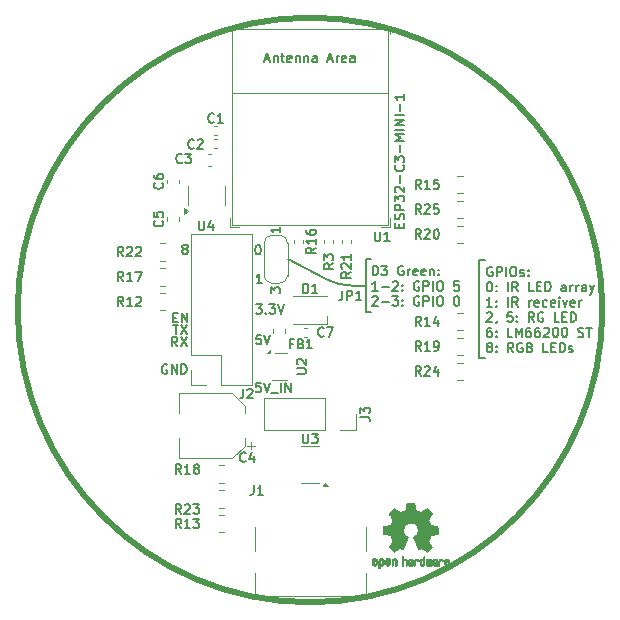
<source format=gbr>
G04 #@! TF.GenerationSoftware,KiCad,Pcbnew,8.0.5*
G04 #@! TF.CreationDate,2024-12-08T19:55:37-06:00*
G04 #@! TF.ProjectId,kbxIrBlaster,6b627849-7242-46c6-9173-7465722e6b69,rev?*
G04 #@! TF.SameCoordinates,Original*
G04 #@! TF.FileFunction,Legend,Top*
G04 #@! TF.FilePolarity,Positive*
%FSLAX46Y46*%
G04 Gerber Fmt 4.6, Leading zero omitted, Abs format (unit mm)*
G04 Created by KiCad (PCBNEW 8.0.5) date 2024-12-08 19:55:37*
%MOMM*%
%LPD*%
G01*
G04 APERTURE LIST*
%ADD10C,0.160000*%
%ADD11C,0.500000*%
%ADD12C,0.010000*%
%ADD13C,0.120000*%
G04 APERTURE END LIST*
D10*
X164300000Y-85800000D02*
X164800000Y-85800000D01*
D11*
X174750000Y-90000000D02*
G75*
G02*
X125250000Y-90000000I-24750000J0D01*
G01*
X125250000Y-90000000D02*
G75*
G02*
X174750000Y-90000000I24750000J0D01*
G01*
D10*
X153629093Y-87950000D02*
G75*
G02*
X151310979Y-87380173I7J5000100D01*
G01*
X164300000Y-85800000D02*
X164300000Y-94100000D01*
X164300000Y-94100000D02*
X164800000Y-94100000D01*
X154700000Y-90200000D02*
X155200000Y-90200000D01*
X154700000Y-85700000D02*
X155200000Y-85700000D01*
X154700000Y-85700000D02*
X154700000Y-90200000D01*
X154700000Y-87950000D02*
X153629093Y-87950000D01*
X151310983Y-87380166D02*
X148100000Y-85700000D01*
X165414786Y-86379983D02*
X165338596Y-86341888D01*
X165338596Y-86341888D02*
X165224310Y-86341888D01*
X165224310Y-86341888D02*
X165110024Y-86379983D01*
X165110024Y-86379983D02*
X165033834Y-86456173D01*
X165033834Y-86456173D02*
X164995739Y-86532364D01*
X164995739Y-86532364D02*
X164957643Y-86684745D01*
X164957643Y-86684745D02*
X164957643Y-86799031D01*
X164957643Y-86799031D02*
X164995739Y-86951412D01*
X164995739Y-86951412D02*
X165033834Y-87027602D01*
X165033834Y-87027602D02*
X165110024Y-87103793D01*
X165110024Y-87103793D02*
X165224310Y-87141888D01*
X165224310Y-87141888D02*
X165300501Y-87141888D01*
X165300501Y-87141888D02*
X165414786Y-87103793D01*
X165414786Y-87103793D02*
X165452882Y-87065697D01*
X165452882Y-87065697D02*
X165452882Y-86799031D01*
X165452882Y-86799031D02*
X165300501Y-86799031D01*
X165795739Y-87141888D02*
X165795739Y-86341888D01*
X165795739Y-86341888D02*
X166100501Y-86341888D01*
X166100501Y-86341888D02*
X166176691Y-86379983D01*
X166176691Y-86379983D02*
X166214786Y-86418078D01*
X166214786Y-86418078D02*
X166252882Y-86494269D01*
X166252882Y-86494269D02*
X166252882Y-86608554D01*
X166252882Y-86608554D02*
X166214786Y-86684745D01*
X166214786Y-86684745D02*
X166176691Y-86722840D01*
X166176691Y-86722840D02*
X166100501Y-86760935D01*
X166100501Y-86760935D02*
X165795739Y-86760935D01*
X166595739Y-87141888D02*
X166595739Y-86341888D01*
X167129072Y-86341888D02*
X167281453Y-86341888D01*
X167281453Y-86341888D02*
X167357643Y-86379983D01*
X167357643Y-86379983D02*
X167433834Y-86456173D01*
X167433834Y-86456173D02*
X167471929Y-86608554D01*
X167471929Y-86608554D02*
X167471929Y-86875221D01*
X167471929Y-86875221D02*
X167433834Y-87027602D01*
X167433834Y-87027602D02*
X167357643Y-87103793D01*
X167357643Y-87103793D02*
X167281453Y-87141888D01*
X167281453Y-87141888D02*
X167129072Y-87141888D01*
X167129072Y-87141888D02*
X167052881Y-87103793D01*
X167052881Y-87103793D02*
X166976691Y-87027602D01*
X166976691Y-87027602D02*
X166938595Y-86875221D01*
X166938595Y-86875221D02*
X166938595Y-86608554D01*
X166938595Y-86608554D02*
X166976691Y-86456173D01*
X166976691Y-86456173D02*
X167052881Y-86379983D01*
X167052881Y-86379983D02*
X167129072Y-86341888D01*
X167776690Y-87103793D02*
X167852881Y-87141888D01*
X167852881Y-87141888D02*
X168005262Y-87141888D01*
X168005262Y-87141888D02*
X168081452Y-87103793D01*
X168081452Y-87103793D02*
X168119548Y-87027602D01*
X168119548Y-87027602D02*
X168119548Y-86989507D01*
X168119548Y-86989507D02*
X168081452Y-86913316D01*
X168081452Y-86913316D02*
X168005262Y-86875221D01*
X168005262Y-86875221D02*
X167890976Y-86875221D01*
X167890976Y-86875221D02*
X167814786Y-86837126D01*
X167814786Y-86837126D02*
X167776690Y-86760935D01*
X167776690Y-86760935D02*
X167776690Y-86722840D01*
X167776690Y-86722840D02*
X167814786Y-86646650D01*
X167814786Y-86646650D02*
X167890976Y-86608554D01*
X167890976Y-86608554D02*
X168005262Y-86608554D01*
X168005262Y-86608554D02*
X168081452Y-86646650D01*
X168462405Y-87065697D02*
X168500500Y-87103793D01*
X168500500Y-87103793D02*
X168462405Y-87141888D01*
X168462405Y-87141888D02*
X168424309Y-87103793D01*
X168424309Y-87103793D02*
X168462405Y-87065697D01*
X168462405Y-87065697D02*
X168462405Y-87141888D01*
X168462405Y-86646650D02*
X168500500Y-86684745D01*
X168500500Y-86684745D02*
X168462405Y-86722840D01*
X168462405Y-86722840D02*
X168424309Y-86684745D01*
X168424309Y-86684745D02*
X168462405Y-86646650D01*
X168462405Y-86646650D02*
X168462405Y-86722840D01*
X165148120Y-87629843D02*
X165224310Y-87629843D01*
X165224310Y-87629843D02*
X165300501Y-87667938D01*
X165300501Y-87667938D02*
X165338596Y-87706033D01*
X165338596Y-87706033D02*
X165376691Y-87782224D01*
X165376691Y-87782224D02*
X165414786Y-87934605D01*
X165414786Y-87934605D02*
X165414786Y-88125081D01*
X165414786Y-88125081D02*
X165376691Y-88277462D01*
X165376691Y-88277462D02*
X165338596Y-88353652D01*
X165338596Y-88353652D02*
X165300501Y-88391748D01*
X165300501Y-88391748D02*
X165224310Y-88429843D01*
X165224310Y-88429843D02*
X165148120Y-88429843D01*
X165148120Y-88429843D02*
X165071929Y-88391748D01*
X165071929Y-88391748D02*
X165033834Y-88353652D01*
X165033834Y-88353652D02*
X164995739Y-88277462D01*
X164995739Y-88277462D02*
X164957643Y-88125081D01*
X164957643Y-88125081D02*
X164957643Y-87934605D01*
X164957643Y-87934605D02*
X164995739Y-87782224D01*
X164995739Y-87782224D02*
X165033834Y-87706033D01*
X165033834Y-87706033D02*
X165071929Y-87667938D01*
X165071929Y-87667938D02*
X165148120Y-87629843D01*
X165757644Y-88353652D02*
X165795739Y-88391748D01*
X165795739Y-88391748D02*
X165757644Y-88429843D01*
X165757644Y-88429843D02*
X165719548Y-88391748D01*
X165719548Y-88391748D02*
X165757644Y-88353652D01*
X165757644Y-88353652D02*
X165757644Y-88429843D01*
X165757644Y-87934605D02*
X165795739Y-87972700D01*
X165795739Y-87972700D02*
X165757644Y-88010795D01*
X165757644Y-88010795D02*
X165719548Y-87972700D01*
X165719548Y-87972700D02*
X165757644Y-87934605D01*
X165757644Y-87934605D02*
X165757644Y-88010795D01*
X166748120Y-88429843D02*
X166748120Y-87629843D01*
X167586215Y-88429843D02*
X167319548Y-88048890D01*
X167129072Y-88429843D02*
X167129072Y-87629843D01*
X167129072Y-87629843D02*
X167433834Y-87629843D01*
X167433834Y-87629843D02*
X167510024Y-87667938D01*
X167510024Y-87667938D02*
X167548119Y-87706033D01*
X167548119Y-87706033D02*
X167586215Y-87782224D01*
X167586215Y-87782224D02*
X167586215Y-87896509D01*
X167586215Y-87896509D02*
X167548119Y-87972700D01*
X167548119Y-87972700D02*
X167510024Y-88010795D01*
X167510024Y-88010795D02*
X167433834Y-88048890D01*
X167433834Y-88048890D02*
X167129072Y-88048890D01*
X168919548Y-88429843D02*
X168538596Y-88429843D01*
X168538596Y-88429843D02*
X168538596Y-87629843D01*
X169186215Y-88010795D02*
X169452881Y-88010795D01*
X169567167Y-88429843D02*
X169186215Y-88429843D01*
X169186215Y-88429843D02*
X169186215Y-87629843D01*
X169186215Y-87629843D02*
X169567167Y-87629843D01*
X169910025Y-88429843D02*
X169910025Y-87629843D01*
X169910025Y-87629843D02*
X170100501Y-87629843D01*
X170100501Y-87629843D02*
X170214787Y-87667938D01*
X170214787Y-87667938D02*
X170290977Y-87744128D01*
X170290977Y-87744128D02*
X170329072Y-87820319D01*
X170329072Y-87820319D02*
X170367168Y-87972700D01*
X170367168Y-87972700D02*
X170367168Y-88086986D01*
X170367168Y-88086986D02*
X170329072Y-88239367D01*
X170329072Y-88239367D02*
X170290977Y-88315557D01*
X170290977Y-88315557D02*
X170214787Y-88391748D01*
X170214787Y-88391748D02*
X170100501Y-88429843D01*
X170100501Y-88429843D02*
X169910025Y-88429843D01*
X171662406Y-88429843D02*
X171662406Y-88010795D01*
X171662406Y-88010795D02*
X171624311Y-87934605D01*
X171624311Y-87934605D02*
X171548120Y-87896509D01*
X171548120Y-87896509D02*
X171395739Y-87896509D01*
X171395739Y-87896509D02*
X171319549Y-87934605D01*
X171662406Y-88391748D02*
X171586215Y-88429843D01*
X171586215Y-88429843D02*
X171395739Y-88429843D01*
X171395739Y-88429843D02*
X171319549Y-88391748D01*
X171319549Y-88391748D02*
X171281453Y-88315557D01*
X171281453Y-88315557D02*
X171281453Y-88239367D01*
X171281453Y-88239367D02*
X171319549Y-88163176D01*
X171319549Y-88163176D02*
X171395739Y-88125081D01*
X171395739Y-88125081D02*
X171586215Y-88125081D01*
X171586215Y-88125081D02*
X171662406Y-88086986D01*
X172043359Y-88429843D02*
X172043359Y-87896509D01*
X172043359Y-88048890D02*
X172081454Y-87972700D01*
X172081454Y-87972700D02*
X172119549Y-87934605D01*
X172119549Y-87934605D02*
X172195740Y-87896509D01*
X172195740Y-87896509D02*
X172271930Y-87896509D01*
X172538597Y-88429843D02*
X172538597Y-87896509D01*
X172538597Y-88048890D02*
X172576692Y-87972700D01*
X172576692Y-87972700D02*
X172614787Y-87934605D01*
X172614787Y-87934605D02*
X172690978Y-87896509D01*
X172690978Y-87896509D02*
X172767168Y-87896509D01*
X173376692Y-88429843D02*
X173376692Y-88010795D01*
X173376692Y-88010795D02*
X173338597Y-87934605D01*
X173338597Y-87934605D02*
X173262406Y-87896509D01*
X173262406Y-87896509D02*
X173110025Y-87896509D01*
X173110025Y-87896509D02*
X173033835Y-87934605D01*
X173376692Y-88391748D02*
X173300501Y-88429843D01*
X173300501Y-88429843D02*
X173110025Y-88429843D01*
X173110025Y-88429843D02*
X173033835Y-88391748D01*
X173033835Y-88391748D02*
X172995739Y-88315557D01*
X172995739Y-88315557D02*
X172995739Y-88239367D01*
X172995739Y-88239367D02*
X173033835Y-88163176D01*
X173033835Y-88163176D02*
X173110025Y-88125081D01*
X173110025Y-88125081D02*
X173300501Y-88125081D01*
X173300501Y-88125081D02*
X173376692Y-88086986D01*
X173681454Y-87896509D02*
X173871930Y-88429843D01*
X174062407Y-87896509D02*
X173871930Y-88429843D01*
X173871930Y-88429843D02*
X173795740Y-88620319D01*
X173795740Y-88620319D02*
X173757645Y-88658414D01*
X173757645Y-88658414D02*
X173681454Y-88696509D01*
X165414786Y-89717798D02*
X164957643Y-89717798D01*
X165186215Y-89717798D02*
X165186215Y-88917798D01*
X165186215Y-88917798D02*
X165110024Y-89032083D01*
X165110024Y-89032083D02*
X165033834Y-89108274D01*
X165033834Y-89108274D02*
X164957643Y-89146369D01*
X165757644Y-89641607D02*
X165795739Y-89679703D01*
X165795739Y-89679703D02*
X165757644Y-89717798D01*
X165757644Y-89717798D02*
X165719548Y-89679703D01*
X165719548Y-89679703D02*
X165757644Y-89641607D01*
X165757644Y-89641607D02*
X165757644Y-89717798D01*
X165757644Y-89222560D02*
X165795739Y-89260655D01*
X165795739Y-89260655D02*
X165757644Y-89298750D01*
X165757644Y-89298750D02*
X165719548Y-89260655D01*
X165719548Y-89260655D02*
X165757644Y-89222560D01*
X165757644Y-89222560D02*
X165757644Y-89298750D01*
X166748120Y-89717798D02*
X166748120Y-88917798D01*
X167586215Y-89717798D02*
X167319548Y-89336845D01*
X167129072Y-89717798D02*
X167129072Y-88917798D01*
X167129072Y-88917798D02*
X167433834Y-88917798D01*
X167433834Y-88917798D02*
X167510024Y-88955893D01*
X167510024Y-88955893D02*
X167548119Y-88993988D01*
X167548119Y-88993988D02*
X167586215Y-89070179D01*
X167586215Y-89070179D02*
X167586215Y-89184464D01*
X167586215Y-89184464D02*
X167548119Y-89260655D01*
X167548119Y-89260655D02*
X167510024Y-89298750D01*
X167510024Y-89298750D02*
X167433834Y-89336845D01*
X167433834Y-89336845D02*
X167129072Y-89336845D01*
X168538596Y-89717798D02*
X168538596Y-89184464D01*
X168538596Y-89336845D02*
X168576691Y-89260655D01*
X168576691Y-89260655D02*
X168614786Y-89222560D01*
X168614786Y-89222560D02*
X168690977Y-89184464D01*
X168690977Y-89184464D02*
X168767167Y-89184464D01*
X169338596Y-89679703D02*
X169262405Y-89717798D01*
X169262405Y-89717798D02*
X169110024Y-89717798D01*
X169110024Y-89717798D02*
X169033834Y-89679703D01*
X169033834Y-89679703D02*
X168995738Y-89603512D01*
X168995738Y-89603512D02*
X168995738Y-89298750D01*
X168995738Y-89298750D02*
X169033834Y-89222560D01*
X169033834Y-89222560D02*
X169110024Y-89184464D01*
X169110024Y-89184464D02*
X169262405Y-89184464D01*
X169262405Y-89184464D02*
X169338596Y-89222560D01*
X169338596Y-89222560D02*
X169376691Y-89298750D01*
X169376691Y-89298750D02*
X169376691Y-89374941D01*
X169376691Y-89374941D02*
X168995738Y-89451131D01*
X170062405Y-89679703D02*
X169986214Y-89717798D01*
X169986214Y-89717798D02*
X169833833Y-89717798D01*
X169833833Y-89717798D02*
X169757643Y-89679703D01*
X169757643Y-89679703D02*
X169719548Y-89641607D01*
X169719548Y-89641607D02*
X169681452Y-89565417D01*
X169681452Y-89565417D02*
X169681452Y-89336845D01*
X169681452Y-89336845D02*
X169719548Y-89260655D01*
X169719548Y-89260655D02*
X169757643Y-89222560D01*
X169757643Y-89222560D02*
X169833833Y-89184464D01*
X169833833Y-89184464D02*
X169986214Y-89184464D01*
X169986214Y-89184464D02*
X170062405Y-89222560D01*
X170710024Y-89679703D02*
X170633833Y-89717798D01*
X170633833Y-89717798D02*
X170481452Y-89717798D01*
X170481452Y-89717798D02*
X170405262Y-89679703D01*
X170405262Y-89679703D02*
X170367166Y-89603512D01*
X170367166Y-89603512D02*
X170367166Y-89298750D01*
X170367166Y-89298750D02*
X170405262Y-89222560D01*
X170405262Y-89222560D02*
X170481452Y-89184464D01*
X170481452Y-89184464D02*
X170633833Y-89184464D01*
X170633833Y-89184464D02*
X170710024Y-89222560D01*
X170710024Y-89222560D02*
X170748119Y-89298750D01*
X170748119Y-89298750D02*
X170748119Y-89374941D01*
X170748119Y-89374941D02*
X170367166Y-89451131D01*
X171090976Y-89717798D02*
X171090976Y-89184464D01*
X171090976Y-88917798D02*
X171052880Y-88955893D01*
X171052880Y-88955893D02*
X171090976Y-88993988D01*
X171090976Y-88993988D02*
X171129071Y-88955893D01*
X171129071Y-88955893D02*
X171090976Y-88917798D01*
X171090976Y-88917798D02*
X171090976Y-88993988D01*
X171395737Y-89184464D02*
X171586213Y-89717798D01*
X171586213Y-89717798D02*
X171776690Y-89184464D01*
X172386214Y-89679703D02*
X172310023Y-89717798D01*
X172310023Y-89717798D02*
X172157642Y-89717798D01*
X172157642Y-89717798D02*
X172081452Y-89679703D01*
X172081452Y-89679703D02*
X172043356Y-89603512D01*
X172043356Y-89603512D02*
X172043356Y-89298750D01*
X172043356Y-89298750D02*
X172081452Y-89222560D01*
X172081452Y-89222560D02*
X172157642Y-89184464D01*
X172157642Y-89184464D02*
X172310023Y-89184464D01*
X172310023Y-89184464D02*
X172386214Y-89222560D01*
X172386214Y-89222560D02*
X172424309Y-89298750D01*
X172424309Y-89298750D02*
X172424309Y-89374941D01*
X172424309Y-89374941D02*
X172043356Y-89451131D01*
X172767166Y-89717798D02*
X172767166Y-89184464D01*
X172767166Y-89336845D02*
X172805261Y-89260655D01*
X172805261Y-89260655D02*
X172843356Y-89222560D01*
X172843356Y-89222560D02*
X172919547Y-89184464D01*
X172919547Y-89184464D02*
X172995737Y-89184464D01*
X164957643Y-90281943D02*
X164995739Y-90243848D01*
X164995739Y-90243848D02*
X165071929Y-90205753D01*
X165071929Y-90205753D02*
X165262405Y-90205753D01*
X165262405Y-90205753D02*
X165338596Y-90243848D01*
X165338596Y-90243848D02*
X165376691Y-90281943D01*
X165376691Y-90281943D02*
X165414786Y-90358134D01*
X165414786Y-90358134D02*
X165414786Y-90434324D01*
X165414786Y-90434324D02*
X165376691Y-90548610D01*
X165376691Y-90548610D02*
X164919548Y-91005753D01*
X164919548Y-91005753D02*
X165414786Y-91005753D01*
X165795739Y-90967658D02*
X165795739Y-91005753D01*
X165795739Y-91005753D02*
X165757644Y-91081943D01*
X165757644Y-91081943D02*
X165719548Y-91120038D01*
X167129072Y-90205753D02*
X166748120Y-90205753D01*
X166748120Y-90205753D02*
X166710024Y-90586705D01*
X166710024Y-90586705D02*
X166748120Y-90548610D01*
X166748120Y-90548610D02*
X166824310Y-90510515D01*
X166824310Y-90510515D02*
X167014786Y-90510515D01*
X167014786Y-90510515D02*
X167090977Y-90548610D01*
X167090977Y-90548610D02*
X167129072Y-90586705D01*
X167129072Y-90586705D02*
X167167167Y-90662896D01*
X167167167Y-90662896D02*
X167167167Y-90853372D01*
X167167167Y-90853372D02*
X167129072Y-90929562D01*
X167129072Y-90929562D02*
X167090977Y-90967658D01*
X167090977Y-90967658D02*
X167014786Y-91005753D01*
X167014786Y-91005753D02*
X166824310Y-91005753D01*
X166824310Y-91005753D02*
X166748120Y-90967658D01*
X166748120Y-90967658D02*
X166710024Y-90929562D01*
X167510025Y-90929562D02*
X167548120Y-90967658D01*
X167548120Y-90967658D02*
X167510025Y-91005753D01*
X167510025Y-91005753D02*
X167471929Y-90967658D01*
X167471929Y-90967658D02*
X167510025Y-90929562D01*
X167510025Y-90929562D02*
X167510025Y-91005753D01*
X167510025Y-90510515D02*
X167548120Y-90548610D01*
X167548120Y-90548610D02*
X167510025Y-90586705D01*
X167510025Y-90586705D02*
X167471929Y-90548610D01*
X167471929Y-90548610D02*
X167510025Y-90510515D01*
X167510025Y-90510515D02*
X167510025Y-90586705D01*
X168957644Y-91005753D02*
X168690977Y-90624800D01*
X168500501Y-91005753D02*
X168500501Y-90205753D01*
X168500501Y-90205753D02*
X168805263Y-90205753D01*
X168805263Y-90205753D02*
X168881453Y-90243848D01*
X168881453Y-90243848D02*
X168919548Y-90281943D01*
X168919548Y-90281943D02*
X168957644Y-90358134D01*
X168957644Y-90358134D02*
X168957644Y-90472419D01*
X168957644Y-90472419D02*
X168919548Y-90548610D01*
X168919548Y-90548610D02*
X168881453Y-90586705D01*
X168881453Y-90586705D02*
X168805263Y-90624800D01*
X168805263Y-90624800D02*
X168500501Y-90624800D01*
X169719548Y-90243848D02*
X169643358Y-90205753D01*
X169643358Y-90205753D02*
X169529072Y-90205753D01*
X169529072Y-90205753D02*
X169414786Y-90243848D01*
X169414786Y-90243848D02*
X169338596Y-90320038D01*
X169338596Y-90320038D02*
X169300501Y-90396229D01*
X169300501Y-90396229D02*
X169262405Y-90548610D01*
X169262405Y-90548610D02*
X169262405Y-90662896D01*
X169262405Y-90662896D02*
X169300501Y-90815277D01*
X169300501Y-90815277D02*
X169338596Y-90891467D01*
X169338596Y-90891467D02*
X169414786Y-90967658D01*
X169414786Y-90967658D02*
X169529072Y-91005753D01*
X169529072Y-91005753D02*
X169605263Y-91005753D01*
X169605263Y-91005753D02*
X169719548Y-90967658D01*
X169719548Y-90967658D02*
X169757644Y-90929562D01*
X169757644Y-90929562D02*
X169757644Y-90662896D01*
X169757644Y-90662896D02*
X169605263Y-90662896D01*
X171090977Y-91005753D02*
X170710025Y-91005753D01*
X170710025Y-91005753D02*
X170710025Y-90205753D01*
X171357644Y-90586705D02*
X171624310Y-90586705D01*
X171738596Y-91005753D02*
X171357644Y-91005753D01*
X171357644Y-91005753D02*
X171357644Y-90205753D01*
X171357644Y-90205753D02*
X171738596Y-90205753D01*
X172081454Y-91005753D02*
X172081454Y-90205753D01*
X172081454Y-90205753D02*
X172271930Y-90205753D01*
X172271930Y-90205753D02*
X172386216Y-90243848D01*
X172386216Y-90243848D02*
X172462406Y-90320038D01*
X172462406Y-90320038D02*
X172500501Y-90396229D01*
X172500501Y-90396229D02*
X172538597Y-90548610D01*
X172538597Y-90548610D02*
X172538597Y-90662896D01*
X172538597Y-90662896D02*
X172500501Y-90815277D01*
X172500501Y-90815277D02*
X172462406Y-90891467D01*
X172462406Y-90891467D02*
X172386216Y-90967658D01*
X172386216Y-90967658D02*
X172271930Y-91005753D01*
X172271930Y-91005753D02*
X172081454Y-91005753D01*
X165338596Y-91493708D02*
X165186215Y-91493708D01*
X165186215Y-91493708D02*
X165110024Y-91531803D01*
X165110024Y-91531803D02*
X165071929Y-91569898D01*
X165071929Y-91569898D02*
X164995739Y-91684184D01*
X164995739Y-91684184D02*
X164957643Y-91836565D01*
X164957643Y-91836565D02*
X164957643Y-92141327D01*
X164957643Y-92141327D02*
X164995739Y-92217517D01*
X164995739Y-92217517D02*
X165033834Y-92255613D01*
X165033834Y-92255613D02*
X165110024Y-92293708D01*
X165110024Y-92293708D02*
X165262405Y-92293708D01*
X165262405Y-92293708D02*
X165338596Y-92255613D01*
X165338596Y-92255613D02*
X165376691Y-92217517D01*
X165376691Y-92217517D02*
X165414786Y-92141327D01*
X165414786Y-92141327D02*
X165414786Y-91950851D01*
X165414786Y-91950851D02*
X165376691Y-91874660D01*
X165376691Y-91874660D02*
X165338596Y-91836565D01*
X165338596Y-91836565D02*
X165262405Y-91798470D01*
X165262405Y-91798470D02*
X165110024Y-91798470D01*
X165110024Y-91798470D02*
X165033834Y-91836565D01*
X165033834Y-91836565D02*
X164995739Y-91874660D01*
X164995739Y-91874660D02*
X164957643Y-91950851D01*
X165757644Y-92217517D02*
X165795739Y-92255613D01*
X165795739Y-92255613D02*
X165757644Y-92293708D01*
X165757644Y-92293708D02*
X165719548Y-92255613D01*
X165719548Y-92255613D02*
X165757644Y-92217517D01*
X165757644Y-92217517D02*
X165757644Y-92293708D01*
X165757644Y-91798470D02*
X165795739Y-91836565D01*
X165795739Y-91836565D02*
X165757644Y-91874660D01*
X165757644Y-91874660D02*
X165719548Y-91836565D01*
X165719548Y-91836565D02*
X165757644Y-91798470D01*
X165757644Y-91798470D02*
X165757644Y-91874660D01*
X167129072Y-92293708D02*
X166748120Y-92293708D01*
X166748120Y-92293708D02*
X166748120Y-91493708D01*
X167395739Y-92293708D02*
X167395739Y-91493708D01*
X167395739Y-91493708D02*
X167662405Y-92065136D01*
X167662405Y-92065136D02*
X167929072Y-91493708D01*
X167929072Y-91493708D02*
X167929072Y-92293708D01*
X168652882Y-91493708D02*
X168500501Y-91493708D01*
X168500501Y-91493708D02*
X168424310Y-91531803D01*
X168424310Y-91531803D02*
X168386215Y-91569898D01*
X168386215Y-91569898D02*
X168310025Y-91684184D01*
X168310025Y-91684184D02*
X168271929Y-91836565D01*
X168271929Y-91836565D02*
X168271929Y-92141327D01*
X168271929Y-92141327D02*
X168310025Y-92217517D01*
X168310025Y-92217517D02*
X168348120Y-92255613D01*
X168348120Y-92255613D02*
X168424310Y-92293708D01*
X168424310Y-92293708D02*
X168576691Y-92293708D01*
X168576691Y-92293708D02*
X168652882Y-92255613D01*
X168652882Y-92255613D02*
X168690977Y-92217517D01*
X168690977Y-92217517D02*
X168729072Y-92141327D01*
X168729072Y-92141327D02*
X168729072Y-91950851D01*
X168729072Y-91950851D02*
X168690977Y-91874660D01*
X168690977Y-91874660D02*
X168652882Y-91836565D01*
X168652882Y-91836565D02*
X168576691Y-91798470D01*
X168576691Y-91798470D02*
X168424310Y-91798470D01*
X168424310Y-91798470D02*
X168348120Y-91836565D01*
X168348120Y-91836565D02*
X168310025Y-91874660D01*
X168310025Y-91874660D02*
X168271929Y-91950851D01*
X169414787Y-91493708D02*
X169262406Y-91493708D01*
X169262406Y-91493708D02*
X169186215Y-91531803D01*
X169186215Y-91531803D02*
X169148120Y-91569898D01*
X169148120Y-91569898D02*
X169071930Y-91684184D01*
X169071930Y-91684184D02*
X169033834Y-91836565D01*
X169033834Y-91836565D02*
X169033834Y-92141327D01*
X169033834Y-92141327D02*
X169071930Y-92217517D01*
X169071930Y-92217517D02*
X169110025Y-92255613D01*
X169110025Y-92255613D02*
X169186215Y-92293708D01*
X169186215Y-92293708D02*
X169338596Y-92293708D01*
X169338596Y-92293708D02*
X169414787Y-92255613D01*
X169414787Y-92255613D02*
X169452882Y-92217517D01*
X169452882Y-92217517D02*
X169490977Y-92141327D01*
X169490977Y-92141327D02*
X169490977Y-91950851D01*
X169490977Y-91950851D02*
X169452882Y-91874660D01*
X169452882Y-91874660D02*
X169414787Y-91836565D01*
X169414787Y-91836565D02*
X169338596Y-91798470D01*
X169338596Y-91798470D02*
X169186215Y-91798470D01*
X169186215Y-91798470D02*
X169110025Y-91836565D01*
X169110025Y-91836565D02*
X169071930Y-91874660D01*
X169071930Y-91874660D02*
X169033834Y-91950851D01*
X169795739Y-91569898D02*
X169833835Y-91531803D01*
X169833835Y-91531803D02*
X169910025Y-91493708D01*
X169910025Y-91493708D02*
X170100501Y-91493708D01*
X170100501Y-91493708D02*
X170176692Y-91531803D01*
X170176692Y-91531803D02*
X170214787Y-91569898D01*
X170214787Y-91569898D02*
X170252882Y-91646089D01*
X170252882Y-91646089D02*
X170252882Y-91722279D01*
X170252882Y-91722279D02*
X170214787Y-91836565D01*
X170214787Y-91836565D02*
X169757644Y-92293708D01*
X169757644Y-92293708D02*
X170252882Y-92293708D01*
X170748121Y-91493708D02*
X170824311Y-91493708D01*
X170824311Y-91493708D02*
X170900502Y-91531803D01*
X170900502Y-91531803D02*
X170938597Y-91569898D01*
X170938597Y-91569898D02*
X170976692Y-91646089D01*
X170976692Y-91646089D02*
X171014787Y-91798470D01*
X171014787Y-91798470D02*
X171014787Y-91988946D01*
X171014787Y-91988946D02*
X170976692Y-92141327D01*
X170976692Y-92141327D02*
X170938597Y-92217517D01*
X170938597Y-92217517D02*
X170900502Y-92255613D01*
X170900502Y-92255613D02*
X170824311Y-92293708D01*
X170824311Y-92293708D02*
X170748121Y-92293708D01*
X170748121Y-92293708D02*
X170671930Y-92255613D01*
X170671930Y-92255613D02*
X170633835Y-92217517D01*
X170633835Y-92217517D02*
X170595740Y-92141327D01*
X170595740Y-92141327D02*
X170557644Y-91988946D01*
X170557644Y-91988946D02*
X170557644Y-91798470D01*
X170557644Y-91798470D02*
X170595740Y-91646089D01*
X170595740Y-91646089D02*
X170633835Y-91569898D01*
X170633835Y-91569898D02*
X170671930Y-91531803D01*
X170671930Y-91531803D02*
X170748121Y-91493708D01*
X171510026Y-91493708D02*
X171586216Y-91493708D01*
X171586216Y-91493708D02*
X171662407Y-91531803D01*
X171662407Y-91531803D02*
X171700502Y-91569898D01*
X171700502Y-91569898D02*
X171738597Y-91646089D01*
X171738597Y-91646089D02*
X171776692Y-91798470D01*
X171776692Y-91798470D02*
X171776692Y-91988946D01*
X171776692Y-91988946D02*
X171738597Y-92141327D01*
X171738597Y-92141327D02*
X171700502Y-92217517D01*
X171700502Y-92217517D02*
X171662407Y-92255613D01*
X171662407Y-92255613D02*
X171586216Y-92293708D01*
X171586216Y-92293708D02*
X171510026Y-92293708D01*
X171510026Y-92293708D02*
X171433835Y-92255613D01*
X171433835Y-92255613D02*
X171395740Y-92217517D01*
X171395740Y-92217517D02*
X171357645Y-92141327D01*
X171357645Y-92141327D02*
X171319549Y-91988946D01*
X171319549Y-91988946D02*
X171319549Y-91798470D01*
X171319549Y-91798470D02*
X171357645Y-91646089D01*
X171357645Y-91646089D02*
X171395740Y-91569898D01*
X171395740Y-91569898D02*
X171433835Y-91531803D01*
X171433835Y-91531803D02*
X171510026Y-91493708D01*
X172690978Y-92255613D02*
X172805264Y-92293708D01*
X172805264Y-92293708D02*
X172995740Y-92293708D01*
X172995740Y-92293708D02*
X173071931Y-92255613D01*
X173071931Y-92255613D02*
X173110026Y-92217517D01*
X173110026Y-92217517D02*
X173148121Y-92141327D01*
X173148121Y-92141327D02*
X173148121Y-92065136D01*
X173148121Y-92065136D02*
X173110026Y-91988946D01*
X173110026Y-91988946D02*
X173071931Y-91950851D01*
X173071931Y-91950851D02*
X172995740Y-91912755D01*
X172995740Y-91912755D02*
X172843359Y-91874660D01*
X172843359Y-91874660D02*
X172767169Y-91836565D01*
X172767169Y-91836565D02*
X172729074Y-91798470D01*
X172729074Y-91798470D02*
X172690978Y-91722279D01*
X172690978Y-91722279D02*
X172690978Y-91646089D01*
X172690978Y-91646089D02*
X172729074Y-91569898D01*
X172729074Y-91569898D02*
X172767169Y-91531803D01*
X172767169Y-91531803D02*
X172843359Y-91493708D01*
X172843359Y-91493708D02*
X173033836Y-91493708D01*
X173033836Y-91493708D02*
X173148121Y-91531803D01*
X173376693Y-91493708D02*
X173833836Y-91493708D01*
X173605264Y-92293708D02*
X173605264Y-91493708D01*
X165110024Y-93124520D02*
X165033834Y-93086425D01*
X165033834Y-93086425D02*
X164995739Y-93048329D01*
X164995739Y-93048329D02*
X164957643Y-92972139D01*
X164957643Y-92972139D02*
X164957643Y-92934044D01*
X164957643Y-92934044D02*
X164995739Y-92857853D01*
X164995739Y-92857853D02*
X165033834Y-92819758D01*
X165033834Y-92819758D02*
X165110024Y-92781663D01*
X165110024Y-92781663D02*
X165262405Y-92781663D01*
X165262405Y-92781663D02*
X165338596Y-92819758D01*
X165338596Y-92819758D02*
X165376691Y-92857853D01*
X165376691Y-92857853D02*
X165414786Y-92934044D01*
X165414786Y-92934044D02*
X165414786Y-92972139D01*
X165414786Y-92972139D02*
X165376691Y-93048329D01*
X165376691Y-93048329D02*
X165338596Y-93086425D01*
X165338596Y-93086425D02*
X165262405Y-93124520D01*
X165262405Y-93124520D02*
X165110024Y-93124520D01*
X165110024Y-93124520D02*
X165033834Y-93162615D01*
X165033834Y-93162615D02*
X164995739Y-93200710D01*
X164995739Y-93200710D02*
X164957643Y-93276901D01*
X164957643Y-93276901D02*
X164957643Y-93429282D01*
X164957643Y-93429282D02*
X164995739Y-93505472D01*
X164995739Y-93505472D02*
X165033834Y-93543568D01*
X165033834Y-93543568D02*
X165110024Y-93581663D01*
X165110024Y-93581663D02*
X165262405Y-93581663D01*
X165262405Y-93581663D02*
X165338596Y-93543568D01*
X165338596Y-93543568D02*
X165376691Y-93505472D01*
X165376691Y-93505472D02*
X165414786Y-93429282D01*
X165414786Y-93429282D02*
X165414786Y-93276901D01*
X165414786Y-93276901D02*
X165376691Y-93200710D01*
X165376691Y-93200710D02*
X165338596Y-93162615D01*
X165338596Y-93162615D02*
X165262405Y-93124520D01*
X165757644Y-93505472D02*
X165795739Y-93543568D01*
X165795739Y-93543568D02*
X165757644Y-93581663D01*
X165757644Y-93581663D02*
X165719548Y-93543568D01*
X165719548Y-93543568D02*
X165757644Y-93505472D01*
X165757644Y-93505472D02*
X165757644Y-93581663D01*
X165757644Y-93086425D02*
X165795739Y-93124520D01*
X165795739Y-93124520D02*
X165757644Y-93162615D01*
X165757644Y-93162615D02*
X165719548Y-93124520D01*
X165719548Y-93124520D02*
X165757644Y-93086425D01*
X165757644Y-93086425D02*
X165757644Y-93162615D01*
X167205263Y-93581663D02*
X166938596Y-93200710D01*
X166748120Y-93581663D02*
X166748120Y-92781663D01*
X166748120Y-92781663D02*
X167052882Y-92781663D01*
X167052882Y-92781663D02*
X167129072Y-92819758D01*
X167129072Y-92819758D02*
X167167167Y-92857853D01*
X167167167Y-92857853D02*
X167205263Y-92934044D01*
X167205263Y-92934044D02*
X167205263Y-93048329D01*
X167205263Y-93048329D02*
X167167167Y-93124520D01*
X167167167Y-93124520D02*
X167129072Y-93162615D01*
X167129072Y-93162615D02*
X167052882Y-93200710D01*
X167052882Y-93200710D02*
X166748120Y-93200710D01*
X167967167Y-92819758D02*
X167890977Y-92781663D01*
X167890977Y-92781663D02*
X167776691Y-92781663D01*
X167776691Y-92781663D02*
X167662405Y-92819758D01*
X167662405Y-92819758D02*
X167586215Y-92895948D01*
X167586215Y-92895948D02*
X167548120Y-92972139D01*
X167548120Y-92972139D02*
X167510024Y-93124520D01*
X167510024Y-93124520D02*
X167510024Y-93238806D01*
X167510024Y-93238806D02*
X167548120Y-93391187D01*
X167548120Y-93391187D02*
X167586215Y-93467377D01*
X167586215Y-93467377D02*
X167662405Y-93543568D01*
X167662405Y-93543568D02*
X167776691Y-93581663D01*
X167776691Y-93581663D02*
X167852882Y-93581663D01*
X167852882Y-93581663D02*
X167967167Y-93543568D01*
X167967167Y-93543568D02*
X168005263Y-93505472D01*
X168005263Y-93505472D02*
X168005263Y-93238806D01*
X168005263Y-93238806D02*
X167852882Y-93238806D01*
X168614786Y-93162615D02*
X168729072Y-93200710D01*
X168729072Y-93200710D02*
X168767167Y-93238806D01*
X168767167Y-93238806D02*
X168805263Y-93314996D01*
X168805263Y-93314996D02*
X168805263Y-93429282D01*
X168805263Y-93429282D02*
X168767167Y-93505472D01*
X168767167Y-93505472D02*
X168729072Y-93543568D01*
X168729072Y-93543568D02*
X168652882Y-93581663D01*
X168652882Y-93581663D02*
X168348120Y-93581663D01*
X168348120Y-93581663D02*
X168348120Y-92781663D01*
X168348120Y-92781663D02*
X168614786Y-92781663D01*
X168614786Y-92781663D02*
X168690977Y-92819758D01*
X168690977Y-92819758D02*
X168729072Y-92857853D01*
X168729072Y-92857853D02*
X168767167Y-92934044D01*
X168767167Y-92934044D02*
X168767167Y-93010234D01*
X168767167Y-93010234D02*
X168729072Y-93086425D01*
X168729072Y-93086425D02*
X168690977Y-93124520D01*
X168690977Y-93124520D02*
X168614786Y-93162615D01*
X168614786Y-93162615D02*
X168348120Y-93162615D01*
X170138596Y-93581663D02*
X169757644Y-93581663D01*
X169757644Y-93581663D02*
X169757644Y-92781663D01*
X170405263Y-93162615D02*
X170671929Y-93162615D01*
X170786215Y-93581663D02*
X170405263Y-93581663D01*
X170405263Y-93581663D02*
X170405263Y-92781663D01*
X170405263Y-92781663D02*
X170786215Y-92781663D01*
X171129073Y-93581663D02*
X171129073Y-92781663D01*
X171129073Y-92781663D02*
X171319549Y-92781663D01*
X171319549Y-92781663D02*
X171433835Y-92819758D01*
X171433835Y-92819758D02*
X171510025Y-92895948D01*
X171510025Y-92895948D02*
X171548120Y-92972139D01*
X171548120Y-92972139D02*
X171586216Y-93124520D01*
X171586216Y-93124520D02*
X171586216Y-93238806D01*
X171586216Y-93238806D02*
X171548120Y-93391187D01*
X171548120Y-93391187D02*
X171510025Y-93467377D01*
X171510025Y-93467377D02*
X171433835Y-93543568D01*
X171433835Y-93543568D02*
X171319549Y-93581663D01*
X171319549Y-93581663D02*
X171129073Y-93581663D01*
X171890977Y-93543568D02*
X171967168Y-93581663D01*
X171967168Y-93581663D02*
X172119549Y-93581663D01*
X172119549Y-93581663D02*
X172195739Y-93543568D01*
X172195739Y-93543568D02*
X172233835Y-93467377D01*
X172233835Y-93467377D02*
X172233835Y-93429282D01*
X172233835Y-93429282D02*
X172195739Y-93353091D01*
X172195739Y-93353091D02*
X172119549Y-93314996D01*
X172119549Y-93314996D02*
X172005263Y-93314996D01*
X172005263Y-93314996D02*
X171929073Y-93276901D01*
X171929073Y-93276901D02*
X171890977Y-93200710D01*
X171890977Y-93200710D02*
X171890977Y-93162615D01*
X171890977Y-93162615D02*
X171929073Y-93086425D01*
X171929073Y-93086425D02*
X172005263Y-93048329D01*
X172005263Y-93048329D02*
X172119549Y-93048329D01*
X172119549Y-93048329D02*
X172195739Y-93086425D01*
X155295739Y-87073820D02*
X155295739Y-86273820D01*
X155295739Y-86273820D02*
X155486215Y-86273820D01*
X155486215Y-86273820D02*
X155600501Y-86311915D01*
X155600501Y-86311915D02*
X155676691Y-86388105D01*
X155676691Y-86388105D02*
X155714786Y-86464296D01*
X155714786Y-86464296D02*
X155752882Y-86616677D01*
X155752882Y-86616677D02*
X155752882Y-86730963D01*
X155752882Y-86730963D02*
X155714786Y-86883344D01*
X155714786Y-86883344D02*
X155676691Y-86959534D01*
X155676691Y-86959534D02*
X155600501Y-87035725D01*
X155600501Y-87035725D02*
X155486215Y-87073820D01*
X155486215Y-87073820D02*
X155295739Y-87073820D01*
X156019548Y-86273820D02*
X156514786Y-86273820D01*
X156514786Y-86273820D02*
X156248120Y-86578582D01*
X156248120Y-86578582D02*
X156362405Y-86578582D01*
X156362405Y-86578582D02*
X156438596Y-86616677D01*
X156438596Y-86616677D02*
X156476691Y-86654772D01*
X156476691Y-86654772D02*
X156514786Y-86730963D01*
X156514786Y-86730963D02*
X156514786Y-86921439D01*
X156514786Y-86921439D02*
X156476691Y-86997629D01*
X156476691Y-86997629D02*
X156438596Y-87035725D01*
X156438596Y-87035725D02*
X156362405Y-87073820D01*
X156362405Y-87073820D02*
X156133834Y-87073820D01*
X156133834Y-87073820D02*
X156057643Y-87035725D01*
X156057643Y-87035725D02*
X156019548Y-86997629D01*
X157886215Y-86311915D02*
X157810025Y-86273820D01*
X157810025Y-86273820D02*
X157695739Y-86273820D01*
X157695739Y-86273820D02*
X157581453Y-86311915D01*
X157581453Y-86311915D02*
X157505263Y-86388105D01*
X157505263Y-86388105D02*
X157467168Y-86464296D01*
X157467168Y-86464296D02*
X157429072Y-86616677D01*
X157429072Y-86616677D02*
X157429072Y-86730963D01*
X157429072Y-86730963D02*
X157467168Y-86883344D01*
X157467168Y-86883344D02*
X157505263Y-86959534D01*
X157505263Y-86959534D02*
X157581453Y-87035725D01*
X157581453Y-87035725D02*
X157695739Y-87073820D01*
X157695739Y-87073820D02*
X157771930Y-87073820D01*
X157771930Y-87073820D02*
X157886215Y-87035725D01*
X157886215Y-87035725D02*
X157924311Y-86997629D01*
X157924311Y-86997629D02*
X157924311Y-86730963D01*
X157924311Y-86730963D02*
X157771930Y-86730963D01*
X158267168Y-87073820D02*
X158267168Y-86540486D01*
X158267168Y-86692867D02*
X158305263Y-86616677D01*
X158305263Y-86616677D02*
X158343358Y-86578582D01*
X158343358Y-86578582D02*
X158419549Y-86540486D01*
X158419549Y-86540486D02*
X158495739Y-86540486D01*
X159067168Y-87035725D02*
X158990977Y-87073820D01*
X158990977Y-87073820D02*
X158838596Y-87073820D01*
X158838596Y-87073820D02*
X158762406Y-87035725D01*
X158762406Y-87035725D02*
X158724310Y-86959534D01*
X158724310Y-86959534D02*
X158724310Y-86654772D01*
X158724310Y-86654772D02*
X158762406Y-86578582D01*
X158762406Y-86578582D02*
X158838596Y-86540486D01*
X158838596Y-86540486D02*
X158990977Y-86540486D01*
X158990977Y-86540486D02*
X159067168Y-86578582D01*
X159067168Y-86578582D02*
X159105263Y-86654772D01*
X159105263Y-86654772D02*
X159105263Y-86730963D01*
X159105263Y-86730963D02*
X158724310Y-86807153D01*
X159752882Y-87035725D02*
X159676691Y-87073820D01*
X159676691Y-87073820D02*
X159524310Y-87073820D01*
X159524310Y-87073820D02*
X159448120Y-87035725D01*
X159448120Y-87035725D02*
X159410024Y-86959534D01*
X159410024Y-86959534D02*
X159410024Y-86654772D01*
X159410024Y-86654772D02*
X159448120Y-86578582D01*
X159448120Y-86578582D02*
X159524310Y-86540486D01*
X159524310Y-86540486D02*
X159676691Y-86540486D01*
X159676691Y-86540486D02*
X159752882Y-86578582D01*
X159752882Y-86578582D02*
X159790977Y-86654772D01*
X159790977Y-86654772D02*
X159790977Y-86730963D01*
X159790977Y-86730963D02*
X159410024Y-86807153D01*
X160133834Y-86540486D02*
X160133834Y-87073820D01*
X160133834Y-86616677D02*
X160171929Y-86578582D01*
X160171929Y-86578582D02*
X160248119Y-86540486D01*
X160248119Y-86540486D02*
X160362405Y-86540486D01*
X160362405Y-86540486D02*
X160438596Y-86578582D01*
X160438596Y-86578582D02*
X160476691Y-86654772D01*
X160476691Y-86654772D02*
X160476691Y-87073820D01*
X160857644Y-86997629D02*
X160895739Y-87035725D01*
X160895739Y-87035725D02*
X160857644Y-87073820D01*
X160857644Y-87073820D02*
X160819548Y-87035725D01*
X160819548Y-87035725D02*
X160857644Y-86997629D01*
X160857644Y-86997629D02*
X160857644Y-87073820D01*
X160857644Y-86578582D02*
X160895739Y-86616677D01*
X160895739Y-86616677D02*
X160857644Y-86654772D01*
X160857644Y-86654772D02*
X160819548Y-86616677D01*
X160819548Y-86616677D02*
X160857644Y-86578582D01*
X160857644Y-86578582D02*
X160857644Y-86654772D01*
X155714786Y-88361775D02*
X155257643Y-88361775D01*
X155486215Y-88361775D02*
X155486215Y-87561775D01*
X155486215Y-87561775D02*
X155410024Y-87676060D01*
X155410024Y-87676060D02*
X155333834Y-87752251D01*
X155333834Y-87752251D02*
X155257643Y-87790346D01*
X156057644Y-88057013D02*
X156667168Y-88057013D01*
X157010024Y-87637965D02*
X157048120Y-87599870D01*
X157048120Y-87599870D02*
X157124310Y-87561775D01*
X157124310Y-87561775D02*
X157314786Y-87561775D01*
X157314786Y-87561775D02*
X157390977Y-87599870D01*
X157390977Y-87599870D02*
X157429072Y-87637965D01*
X157429072Y-87637965D02*
X157467167Y-87714156D01*
X157467167Y-87714156D02*
X157467167Y-87790346D01*
X157467167Y-87790346D02*
X157429072Y-87904632D01*
X157429072Y-87904632D02*
X156971929Y-88361775D01*
X156971929Y-88361775D02*
X157467167Y-88361775D01*
X157810025Y-88285584D02*
X157848120Y-88323680D01*
X157848120Y-88323680D02*
X157810025Y-88361775D01*
X157810025Y-88361775D02*
X157771929Y-88323680D01*
X157771929Y-88323680D02*
X157810025Y-88285584D01*
X157810025Y-88285584D02*
X157810025Y-88361775D01*
X157810025Y-87866537D02*
X157848120Y-87904632D01*
X157848120Y-87904632D02*
X157810025Y-87942727D01*
X157810025Y-87942727D02*
X157771929Y-87904632D01*
X157771929Y-87904632D02*
X157810025Y-87866537D01*
X157810025Y-87866537D02*
X157810025Y-87942727D01*
X159219548Y-87599870D02*
X159143358Y-87561775D01*
X159143358Y-87561775D02*
X159029072Y-87561775D01*
X159029072Y-87561775D02*
X158914786Y-87599870D01*
X158914786Y-87599870D02*
X158838596Y-87676060D01*
X158838596Y-87676060D02*
X158800501Y-87752251D01*
X158800501Y-87752251D02*
X158762405Y-87904632D01*
X158762405Y-87904632D02*
X158762405Y-88018918D01*
X158762405Y-88018918D02*
X158800501Y-88171299D01*
X158800501Y-88171299D02*
X158838596Y-88247489D01*
X158838596Y-88247489D02*
X158914786Y-88323680D01*
X158914786Y-88323680D02*
X159029072Y-88361775D01*
X159029072Y-88361775D02*
X159105263Y-88361775D01*
X159105263Y-88361775D02*
X159219548Y-88323680D01*
X159219548Y-88323680D02*
X159257644Y-88285584D01*
X159257644Y-88285584D02*
X159257644Y-88018918D01*
X159257644Y-88018918D02*
X159105263Y-88018918D01*
X159600501Y-88361775D02*
X159600501Y-87561775D01*
X159600501Y-87561775D02*
X159905263Y-87561775D01*
X159905263Y-87561775D02*
X159981453Y-87599870D01*
X159981453Y-87599870D02*
X160019548Y-87637965D01*
X160019548Y-87637965D02*
X160057644Y-87714156D01*
X160057644Y-87714156D02*
X160057644Y-87828441D01*
X160057644Y-87828441D02*
X160019548Y-87904632D01*
X160019548Y-87904632D02*
X159981453Y-87942727D01*
X159981453Y-87942727D02*
X159905263Y-87980822D01*
X159905263Y-87980822D02*
X159600501Y-87980822D01*
X160400501Y-88361775D02*
X160400501Y-87561775D01*
X160933834Y-87561775D02*
X161086215Y-87561775D01*
X161086215Y-87561775D02*
X161162405Y-87599870D01*
X161162405Y-87599870D02*
X161238596Y-87676060D01*
X161238596Y-87676060D02*
X161276691Y-87828441D01*
X161276691Y-87828441D02*
X161276691Y-88095108D01*
X161276691Y-88095108D02*
X161238596Y-88247489D01*
X161238596Y-88247489D02*
X161162405Y-88323680D01*
X161162405Y-88323680D02*
X161086215Y-88361775D01*
X161086215Y-88361775D02*
X160933834Y-88361775D01*
X160933834Y-88361775D02*
X160857643Y-88323680D01*
X160857643Y-88323680D02*
X160781453Y-88247489D01*
X160781453Y-88247489D02*
X160743357Y-88095108D01*
X160743357Y-88095108D02*
X160743357Y-87828441D01*
X160743357Y-87828441D02*
X160781453Y-87676060D01*
X160781453Y-87676060D02*
X160857643Y-87599870D01*
X160857643Y-87599870D02*
X160933834Y-87561775D01*
X162610024Y-87561775D02*
X162229072Y-87561775D01*
X162229072Y-87561775D02*
X162190976Y-87942727D01*
X162190976Y-87942727D02*
X162229072Y-87904632D01*
X162229072Y-87904632D02*
X162305262Y-87866537D01*
X162305262Y-87866537D02*
X162495738Y-87866537D01*
X162495738Y-87866537D02*
X162571929Y-87904632D01*
X162571929Y-87904632D02*
X162610024Y-87942727D01*
X162610024Y-87942727D02*
X162648119Y-88018918D01*
X162648119Y-88018918D02*
X162648119Y-88209394D01*
X162648119Y-88209394D02*
X162610024Y-88285584D01*
X162610024Y-88285584D02*
X162571929Y-88323680D01*
X162571929Y-88323680D02*
X162495738Y-88361775D01*
X162495738Y-88361775D02*
X162305262Y-88361775D01*
X162305262Y-88361775D02*
X162229072Y-88323680D01*
X162229072Y-88323680D02*
X162190976Y-88285584D01*
X155257643Y-88925920D02*
X155295739Y-88887825D01*
X155295739Y-88887825D02*
X155371929Y-88849730D01*
X155371929Y-88849730D02*
X155562405Y-88849730D01*
X155562405Y-88849730D02*
X155638596Y-88887825D01*
X155638596Y-88887825D02*
X155676691Y-88925920D01*
X155676691Y-88925920D02*
X155714786Y-89002111D01*
X155714786Y-89002111D02*
X155714786Y-89078301D01*
X155714786Y-89078301D02*
X155676691Y-89192587D01*
X155676691Y-89192587D02*
X155219548Y-89649730D01*
X155219548Y-89649730D02*
X155714786Y-89649730D01*
X156057644Y-89344968D02*
X156667168Y-89344968D01*
X156971929Y-88849730D02*
X157467167Y-88849730D01*
X157467167Y-88849730D02*
X157200501Y-89154492D01*
X157200501Y-89154492D02*
X157314786Y-89154492D01*
X157314786Y-89154492D02*
X157390977Y-89192587D01*
X157390977Y-89192587D02*
X157429072Y-89230682D01*
X157429072Y-89230682D02*
X157467167Y-89306873D01*
X157467167Y-89306873D02*
X157467167Y-89497349D01*
X157467167Y-89497349D02*
X157429072Y-89573539D01*
X157429072Y-89573539D02*
X157390977Y-89611635D01*
X157390977Y-89611635D02*
X157314786Y-89649730D01*
X157314786Y-89649730D02*
X157086215Y-89649730D01*
X157086215Y-89649730D02*
X157010024Y-89611635D01*
X157010024Y-89611635D02*
X156971929Y-89573539D01*
X157810025Y-89573539D02*
X157848120Y-89611635D01*
X157848120Y-89611635D02*
X157810025Y-89649730D01*
X157810025Y-89649730D02*
X157771929Y-89611635D01*
X157771929Y-89611635D02*
X157810025Y-89573539D01*
X157810025Y-89573539D02*
X157810025Y-89649730D01*
X157810025Y-89154492D02*
X157848120Y-89192587D01*
X157848120Y-89192587D02*
X157810025Y-89230682D01*
X157810025Y-89230682D02*
X157771929Y-89192587D01*
X157771929Y-89192587D02*
X157810025Y-89154492D01*
X157810025Y-89154492D02*
X157810025Y-89230682D01*
X159219548Y-88887825D02*
X159143358Y-88849730D01*
X159143358Y-88849730D02*
X159029072Y-88849730D01*
X159029072Y-88849730D02*
X158914786Y-88887825D01*
X158914786Y-88887825D02*
X158838596Y-88964015D01*
X158838596Y-88964015D02*
X158800501Y-89040206D01*
X158800501Y-89040206D02*
X158762405Y-89192587D01*
X158762405Y-89192587D02*
X158762405Y-89306873D01*
X158762405Y-89306873D02*
X158800501Y-89459254D01*
X158800501Y-89459254D02*
X158838596Y-89535444D01*
X158838596Y-89535444D02*
X158914786Y-89611635D01*
X158914786Y-89611635D02*
X159029072Y-89649730D01*
X159029072Y-89649730D02*
X159105263Y-89649730D01*
X159105263Y-89649730D02*
X159219548Y-89611635D01*
X159219548Y-89611635D02*
X159257644Y-89573539D01*
X159257644Y-89573539D02*
X159257644Y-89306873D01*
X159257644Y-89306873D02*
X159105263Y-89306873D01*
X159600501Y-89649730D02*
X159600501Y-88849730D01*
X159600501Y-88849730D02*
X159905263Y-88849730D01*
X159905263Y-88849730D02*
X159981453Y-88887825D01*
X159981453Y-88887825D02*
X160019548Y-88925920D01*
X160019548Y-88925920D02*
X160057644Y-89002111D01*
X160057644Y-89002111D02*
X160057644Y-89116396D01*
X160057644Y-89116396D02*
X160019548Y-89192587D01*
X160019548Y-89192587D02*
X159981453Y-89230682D01*
X159981453Y-89230682D02*
X159905263Y-89268777D01*
X159905263Y-89268777D02*
X159600501Y-89268777D01*
X160400501Y-89649730D02*
X160400501Y-88849730D01*
X160933834Y-88849730D02*
X161086215Y-88849730D01*
X161086215Y-88849730D02*
X161162405Y-88887825D01*
X161162405Y-88887825D02*
X161238596Y-88964015D01*
X161238596Y-88964015D02*
X161276691Y-89116396D01*
X161276691Y-89116396D02*
X161276691Y-89383063D01*
X161276691Y-89383063D02*
X161238596Y-89535444D01*
X161238596Y-89535444D02*
X161162405Y-89611635D01*
X161162405Y-89611635D02*
X161086215Y-89649730D01*
X161086215Y-89649730D02*
X160933834Y-89649730D01*
X160933834Y-89649730D02*
X160857643Y-89611635D01*
X160857643Y-89611635D02*
X160781453Y-89535444D01*
X160781453Y-89535444D02*
X160743357Y-89383063D01*
X160743357Y-89383063D02*
X160743357Y-89116396D01*
X160743357Y-89116396D02*
X160781453Y-88964015D01*
X160781453Y-88964015D02*
X160857643Y-88887825D01*
X160857643Y-88887825D02*
X160933834Y-88849730D01*
X162381453Y-88849730D02*
X162457643Y-88849730D01*
X162457643Y-88849730D02*
X162533834Y-88887825D01*
X162533834Y-88887825D02*
X162571929Y-88925920D01*
X162571929Y-88925920D02*
X162610024Y-89002111D01*
X162610024Y-89002111D02*
X162648119Y-89154492D01*
X162648119Y-89154492D02*
X162648119Y-89344968D01*
X162648119Y-89344968D02*
X162610024Y-89497349D01*
X162610024Y-89497349D02*
X162571929Y-89573539D01*
X162571929Y-89573539D02*
X162533834Y-89611635D01*
X162533834Y-89611635D02*
X162457643Y-89649730D01*
X162457643Y-89649730D02*
X162381453Y-89649730D01*
X162381453Y-89649730D02*
X162305262Y-89611635D01*
X162305262Y-89611635D02*
X162267167Y-89573539D01*
X162267167Y-89573539D02*
X162229072Y-89497349D01*
X162229072Y-89497349D02*
X162190976Y-89344968D01*
X162190976Y-89344968D02*
X162190976Y-89154492D01*
X162190976Y-89154492D02*
X162229072Y-89002111D01*
X162229072Y-89002111D02*
X162267167Y-88925920D01*
X162267167Y-88925920D02*
X162305262Y-88887825D01*
X162305262Y-88887825D02*
X162381453Y-88849730D01*
X145233333Y-104861775D02*
X145233333Y-105433203D01*
X145233333Y-105433203D02*
X145195238Y-105547489D01*
X145195238Y-105547489D02*
X145119047Y-105623680D01*
X145119047Y-105623680D02*
X145004762Y-105661775D01*
X145004762Y-105661775D02*
X144928571Y-105661775D01*
X146033333Y-105661775D02*
X145576190Y-105661775D01*
X145804762Y-105661775D02*
X145804762Y-104861775D01*
X145804762Y-104861775D02*
X145728571Y-104976060D01*
X145728571Y-104976060D02*
X145652381Y-105052251D01*
X145652381Y-105052251D02*
X145576190Y-105090346D01*
X149390476Y-100461775D02*
X149390476Y-101109394D01*
X149390476Y-101109394D02*
X149428571Y-101185584D01*
X149428571Y-101185584D02*
X149466666Y-101223680D01*
X149466666Y-101223680D02*
X149542857Y-101261775D01*
X149542857Y-101261775D02*
X149695238Y-101261775D01*
X149695238Y-101261775D02*
X149771428Y-101223680D01*
X149771428Y-101223680D02*
X149809523Y-101185584D01*
X149809523Y-101185584D02*
X149847619Y-101109394D01*
X149847619Y-101109394D02*
X149847619Y-100461775D01*
X150152380Y-100461775D02*
X150647618Y-100461775D01*
X150647618Y-100461775D02*
X150380952Y-100766537D01*
X150380952Y-100766537D02*
X150495237Y-100766537D01*
X150495237Y-100766537D02*
X150571428Y-100804632D01*
X150571428Y-100804632D02*
X150609523Y-100842727D01*
X150609523Y-100842727D02*
X150647618Y-100918918D01*
X150647618Y-100918918D02*
X150647618Y-101109394D01*
X150647618Y-101109394D02*
X150609523Y-101185584D01*
X150609523Y-101185584D02*
X150571428Y-101223680D01*
X150571428Y-101223680D02*
X150495237Y-101261775D01*
X150495237Y-101261775D02*
X150266666Y-101261775D01*
X150266666Y-101261775D02*
X150190475Y-101223680D01*
X150190475Y-101223680D02*
X150152380Y-101185584D01*
X139085714Y-103861775D02*
X138819047Y-103480822D01*
X138628571Y-103861775D02*
X138628571Y-103061775D01*
X138628571Y-103061775D02*
X138933333Y-103061775D01*
X138933333Y-103061775D02*
X139009523Y-103099870D01*
X139009523Y-103099870D02*
X139047618Y-103137965D01*
X139047618Y-103137965D02*
X139085714Y-103214156D01*
X139085714Y-103214156D02*
X139085714Y-103328441D01*
X139085714Y-103328441D02*
X139047618Y-103404632D01*
X139047618Y-103404632D02*
X139009523Y-103442727D01*
X139009523Y-103442727D02*
X138933333Y-103480822D01*
X138933333Y-103480822D02*
X138628571Y-103480822D01*
X139847618Y-103861775D02*
X139390475Y-103861775D01*
X139619047Y-103861775D02*
X139619047Y-103061775D01*
X139619047Y-103061775D02*
X139542856Y-103176060D01*
X139542856Y-103176060D02*
X139466666Y-103252251D01*
X139466666Y-103252251D02*
X139390475Y-103290346D01*
X140304761Y-103404632D02*
X140228571Y-103366537D01*
X140228571Y-103366537D02*
X140190476Y-103328441D01*
X140190476Y-103328441D02*
X140152380Y-103252251D01*
X140152380Y-103252251D02*
X140152380Y-103214156D01*
X140152380Y-103214156D02*
X140190476Y-103137965D01*
X140190476Y-103137965D02*
X140228571Y-103099870D01*
X140228571Y-103099870D02*
X140304761Y-103061775D01*
X140304761Y-103061775D02*
X140457142Y-103061775D01*
X140457142Y-103061775D02*
X140533333Y-103099870D01*
X140533333Y-103099870D02*
X140571428Y-103137965D01*
X140571428Y-103137965D02*
X140609523Y-103214156D01*
X140609523Y-103214156D02*
X140609523Y-103252251D01*
X140609523Y-103252251D02*
X140571428Y-103328441D01*
X140571428Y-103328441D02*
X140533333Y-103366537D01*
X140533333Y-103366537D02*
X140457142Y-103404632D01*
X140457142Y-103404632D02*
X140304761Y-103404632D01*
X140304761Y-103404632D02*
X140228571Y-103442727D01*
X140228571Y-103442727D02*
X140190476Y-103480822D01*
X140190476Y-103480822D02*
X140152380Y-103557013D01*
X140152380Y-103557013D02*
X140152380Y-103709394D01*
X140152380Y-103709394D02*
X140190476Y-103785584D01*
X140190476Y-103785584D02*
X140228571Y-103823680D01*
X140228571Y-103823680D02*
X140304761Y-103861775D01*
X140304761Y-103861775D02*
X140457142Y-103861775D01*
X140457142Y-103861775D02*
X140533333Y-103823680D01*
X140533333Y-103823680D02*
X140571428Y-103785584D01*
X140571428Y-103785584D02*
X140609523Y-103709394D01*
X140609523Y-103709394D02*
X140609523Y-103557013D01*
X140609523Y-103557013D02*
X140571428Y-103480822D01*
X140571428Y-103480822D02*
X140533333Y-103442727D01*
X140533333Y-103442727D02*
X140457142Y-103404632D01*
X149409524Y-88561775D02*
X149409524Y-87761775D01*
X149409524Y-87761775D02*
X149600000Y-87761775D01*
X149600000Y-87761775D02*
X149714286Y-87799870D01*
X149714286Y-87799870D02*
X149790476Y-87876060D01*
X149790476Y-87876060D02*
X149828571Y-87952251D01*
X149828571Y-87952251D02*
X149866667Y-88104632D01*
X149866667Y-88104632D02*
X149866667Y-88218918D01*
X149866667Y-88218918D02*
X149828571Y-88371299D01*
X149828571Y-88371299D02*
X149790476Y-88447489D01*
X149790476Y-88447489D02*
X149714286Y-88523680D01*
X149714286Y-88523680D02*
X149600000Y-88561775D01*
X149600000Y-88561775D02*
X149409524Y-88561775D01*
X150628571Y-88561775D02*
X150171428Y-88561775D01*
X150400000Y-88561775D02*
X150400000Y-87761775D01*
X150400000Y-87761775D02*
X150323809Y-87876060D01*
X150323809Y-87876060D02*
X150247619Y-87952251D01*
X150247619Y-87952251D02*
X150171428Y-87990346D01*
X159385714Y-79761775D02*
X159119047Y-79380822D01*
X158928571Y-79761775D02*
X158928571Y-78961775D01*
X158928571Y-78961775D02*
X159233333Y-78961775D01*
X159233333Y-78961775D02*
X159309523Y-78999870D01*
X159309523Y-78999870D02*
X159347618Y-79037965D01*
X159347618Y-79037965D02*
X159385714Y-79114156D01*
X159385714Y-79114156D02*
X159385714Y-79228441D01*
X159385714Y-79228441D02*
X159347618Y-79304632D01*
X159347618Y-79304632D02*
X159309523Y-79342727D01*
X159309523Y-79342727D02*
X159233333Y-79380822D01*
X159233333Y-79380822D02*
X158928571Y-79380822D01*
X160147618Y-79761775D02*
X159690475Y-79761775D01*
X159919047Y-79761775D02*
X159919047Y-78961775D01*
X159919047Y-78961775D02*
X159842856Y-79076060D01*
X159842856Y-79076060D02*
X159766666Y-79152251D01*
X159766666Y-79152251D02*
X159690475Y-79190346D01*
X160871428Y-78961775D02*
X160490476Y-78961775D01*
X160490476Y-78961775D02*
X160452380Y-79342727D01*
X160452380Y-79342727D02*
X160490476Y-79304632D01*
X160490476Y-79304632D02*
X160566666Y-79266537D01*
X160566666Y-79266537D02*
X160757142Y-79266537D01*
X160757142Y-79266537D02*
X160833333Y-79304632D01*
X160833333Y-79304632D02*
X160871428Y-79342727D01*
X160871428Y-79342727D02*
X160909523Y-79418918D01*
X160909523Y-79418918D02*
X160909523Y-79609394D01*
X160909523Y-79609394D02*
X160871428Y-79685584D01*
X160871428Y-79685584D02*
X160833333Y-79723680D01*
X160833333Y-79723680D02*
X160757142Y-79761775D01*
X160757142Y-79761775D02*
X160566666Y-79761775D01*
X160566666Y-79761775D02*
X160490476Y-79723680D01*
X160490476Y-79723680D02*
X160452380Y-79685584D01*
X139085714Y-107261775D02*
X138819047Y-106880822D01*
X138628571Y-107261775D02*
X138628571Y-106461775D01*
X138628571Y-106461775D02*
X138933333Y-106461775D01*
X138933333Y-106461775D02*
X139009523Y-106499870D01*
X139009523Y-106499870D02*
X139047618Y-106537965D01*
X139047618Y-106537965D02*
X139085714Y-106614156D01*
X139085714Y-106614156D02*
X139085714Y-106728441D01*
X139085714Y-106728441D02*
X139047618Y-106804632D01*
X139047618Y-106804632D02*
X139009523Y-106842727D01*
X139009523Y-106842727D02*
X138933333Y-106880822D01*
X138933333Y-106880822D02*
X138628571Y-106880822D01*
X139390475Y-106537965D02*
X139428571Y-106499870D01*
X139428571Y-106499870D02*
X139504761Y-106461775D01*
X139504761Y-106461775D02*
X139695237Y-106461775D01*
X139695237Y-106461775D02*
X139771428Y-106499870D01*
X139771428Y-106499870D02*
X139809523Y-106537965D01*
X139809523Y-106537965D02*
X139847618Y-106614156D01*
X139847618Y-106614156D02*
X139847618Y-106690346D01*
X139847618Y-106690346D02*
X139809523Y-106804632D01*
X139809523Y-106804632D02*
X139352380Y-107261775D01*
X139352380Y-107261775D02*
X139847618Y-107261775D01*
X140114285Y-106461775D02*
X140609523Y-106461775D01*
X140609523Y-106461775D02*
X140342857Y-106766537D01*
X140342857Y-106766537D02*
X140457142Y-106766537D01*
X140457142Y-106766537D02*
X140533333Y-106804632D01*
X140533333Y-106804632D02*
X140571428Y-106842727D01*
X140571428Y-106842727D02*
X140609523Y-106918918D01*
X140609523Y-106918918D02*
X140609523Y-107109394D01*
X140609523Y-107109394D02*
X140571428Y-107185584D01*
X140571428Y-107185584D02*
X140533333Y-107223680D01*
X140533333Y-107223680D02*
X140457142Y-107261775D01*
X140457142Y-107261775D02*
X140228571Y-107261775D01*
X140228571Y-107261775D02*
X140152380Y-107223680D01*
X140152380Y-107223680D02*
X140114285Y-107185584D01*
X139166667Y-77485584D02*
X139128571Y-77523680D01*
X139128571Y-77523680D02*
X139014286Y-77561775D01*
X139014286Y-77561775D02*
X138938095Y-77561775D01*
X138938095Y-77561775D02*
X138823809Y-77523680D01*
X138823809Y-77523680D02*
X138747619Y-77447489D01*
X138747619Y-77447489D02*
X138709524Y-77371299D01*
X138709524Y-77371299D02*
X138671428Y-77218918D01*
X138671428Y-77218918D02*
X138671428Y-77104632D01*
X138671428Y-77104632D02*
X138709524Y-76952251D01*
X138709524Y-76952251D02*
X138747619Y-76876060D01*
X138747619Y-76876060D02*
X138823809Y-76799870D01*
X138823809Y-76799870D02*
X138938095Y-76761775D01*
X138938095Y-76761775D02*
X139014286Y-76761775D01*
X139014286Y-76761775D02*
X139128571Y-76799870D01*
X139128571Y-76799870D02*
X139166667Y-76837965D01*
X139433333Y-76761775D02*
X139928571Y-76761775D01*
X139928571Y-76761775D02*
X139661905Y-77066537D01*
X139661905Y-77066537D02*
X139776190Y-77066537D01*
X139776190Y-77066537D02*
X139852381Y-77104632D01*
X139852381Y-77104632D02*
X139890476Y-77142727D01*
X139890476Y-77142727D02*
X139928571Y-77218918D01*
X139928571Y-77218918D02*
X139928571Y-77409394D01*
X139928571Y-77409394D02*
X139890476Y-77485584D01*
X139890476Y-77485584D02*
X139852381Y-77523680D01*
X139852381Y-77523680D02*
X139776190Y-77561775D01*
X139776190Y-77561775D02*
X139547619Y-77561775D01*
X139547619Y-77561775D02*
X139471428Y-77523680D01*
X139471428Y-77523680D02*
X139433333Y-77485584D01*
X148533333Y-92842727D02*
X148266667Y-92842727D01*
X148266667Y-93261775D02*
X148266667Y-92461775D01*
X148266667Y-92461775D02*
X148647619Y-92461775D01*
X149219047Y-92842727D02*
X149333333Y-92880822D01*
X149333333Y-92880822D02*
X149371428Y-92918918D01*
X149371428Y-92918918D02*
X149409524Y-92995108D01*
X149409524Y-92995108D02*
X149409524Y-93109394D01*
X149409524Y-93109394D02*
X149371428Y-93185584D01*
X149371428Y-93185584D02*
X149333333Y-93223680D01*
X149333333Y-93223680D02*
X149257143Y-93261775D01*
X149257143Y-93261775D02*
X148952381Y-93261775D01*
X148952381Y-93261775D02*
X148952381Y-92461775D01*
X148952381Y-92461775D02*
X149219047Y-92461775D01*
X149219047Y-92461775D02*
X149295238Y-92499870D01*
X149295238Y-92499870D02*
X149333333Y-92537965D01*
X149333333Y-92537965D02*
X149371428Y-92614156D01*
X149371428Y-92614156D02*
X149371428Y-92690346D01*
X149371428Y-92690346D02*
X149333333Y-92766537D01*
X149333333Y-92766537D02*
X149295238Y-92804632D01*
X149295238Y-92804632D02*
X149219047Y-92842727D01*
X149219047Y-92842727D02*
X148952381Y-92842727D01*
X150171428Y-93261775D02*
X149714285Y-93261775D01*
X149942857Y-93261775D02*
X149942857Y-92461775D01*
X149942857Y-92461775D02*
X149866666Y-92576060D01*
X149866666Y-92576060D02*
X149790476Y-92652251D01*
X149790476Y-92652251D02*
X149714285Y-92690346D01*
X144333332Y-96665321D02*
X144333332Y-97236749D01*
X144333332Y-97236749D02*
X144295237Y-97351035D01*
X144295237Y-97351035D02*
X144219046Y-97427226D01*
X144219046Y-97427226D02*
X144104761Y-97465321D01*
X144104761Y-97465321D02*
X144028570Y-97465321D01*
X144676189Y-96741511D02*
X144714285Y-96703416D01*
X144714285Y-96703416D02*
X144790475Y-96665321D01*
X144790475Y-96665321D02*
X144980951Y-96665321D01*
X144980951Y-96665321D02*
X145057142Y-96703416D01*
X145057142Y-96703416D02*
X145095237Y-96741511D01*
X145095237Y-96741511D02*
X145133332Y-96817702D01*
X145133332Y-96817702D02*
X145133332Y-96893892D01*
X145133332Y-96893892D02*
X145095237Y-97008178D01*
X145095237Y-97008178D02*
X144638094Y-97465321D01*
X144638094Y-97465321D02*
X145133332Y-97465321D01*
X137890476Y-94645374D02*
X137814286Y-94607279D01*
X137814286Y-94607279D02*
X137700000Y-94607279D01*
X137700000Y-94607279D02*
X137585714Y-94645374D01*
X137585714Y-94645374D02*
X137509524Y-94721564D01*
X137509524Y-94721564D02*
X137471429Y-94797755D01*
X137471429Y-94797755D02*
X137433333Y-94950136D01*
X137433333Y-94950136D02*
X137433333Y-95064422D01*
X137433333Y-95064422D02*
X137471429Y-95216803D01*
X137471429Y-95216803D02*
X137509524Y-95292993D01*
X137509524Y-95292993D02*
X137585714Y-95369184D01*
X137585714Y-95369184D02*
X137700000Y-95407279D01*
X137700000Y-95407279D02*
X137776191Y-95407279D01*
X137776191Y-95407279D02*
X137890476Y-95369184D01*
X137890476Y-95369184D02*
X137928572Y-95331088D01*
X137928572Y-95331088D02*
X137928572Y-95064422D01*
X137928572Y-95064422D02*
X137776191Y-95064422D01*
X138271429Y-95407279D02*
X138271429Y-94607279D01*
X138271429Y-94607279D02*
X138728572Y-95407279D01*
X138728572Y-95407279D02*
X138728572Y-94607279D01*
X139109524Y-95407279D02*
X139109524Y-94607279D01*
X139109524Y-94607279D02*
X139300000Y-94607279D01*
X139300000Y-94607279D02*
X139414286Y-94645374D01*
X139414286Y-94645374D02*
X139490476Y-94721564D01*
X139490476Y-94721564D02*
X139528571Y-94797755D01*
X139528571Y-94797755D02*
X139566667Y-94950136D01*
X139566667Y-94950136D02*
X139566667Y-95064422D01*
X139566667Y-95064422D02*
X139528571Y-95216803D01*
X139528571Y-95216803D02*
X139490476Y-95292993D01*
X139490476Y-95292993D02*
X139414286Y-95369184D01*
X139414286Y-95369184D02*
X139300000Y-95407279D01*
X139300000Y-95407279D02*
X139109524Y-95407279D01*
X145833333Y-96161775D02*
X145452381Y-96161775D01*
X145452381Y-96161775D02*
X145414285Y-96542727D01*
X145414285Y-96542727D02*
X145452381Y-96504632D01*
X145452381Y-96504632D02*
X145528571Y-96466537D01*
X145528571Y-96466537D02*
X145719047Y-96466537D01*
X145719047Y-96466537D02*
X145795238Y-96504632D01*
X145795238Y-96504632D02*
X145833333Y-96542727D01*
X145833333Y-96542727D02*
X145871428Y-96618918D01*
X145871428Y-96618918D02*
X145871428Y-96809394D01*
X145871428Y-96809394D02*
X145833333Y-96885584D01*
X145833333Y-96885584D02*
X145795238Y-96923680D01*
X145795238Y-96923680D02*
X145719047Y-96961775D01*
X145719047Y-96961775D02*
X145528571Y-96961775D01*
X145528571Y-96961775D02*
X145452381Y-96923680D01*
X145452381Y-96923680D02*
X145414285Y-96885584D01*
X146100000Y-96161775D02*
X146366667Y-96961775D01*
X146366667Y-96961775D02*
X146633333Y-96161775D01*
X146709524Y-97037965D02*
X147319047Y-97037965D01*
X147509524Y-96961775D02*
X147509524Y-96161775D01*
X147890476Y-96961775D02*
X147890476Y-96161775D01*
X147890476Y-96161775D02*
X148347619Y-96961775D01*
X148347619Y-96961775D02*
X148347619Y-96161775D01*
X138766667Y-93061775D02*
X138500000Y-92680822D01*
X138309524Y-93061775D02*
X138309524Y-92261775D01*
X138309524Y-92261775D02*
X138614286Y-92261775D01*
X138614286Y-92261775D02*
X138690476Y-92299870D01*
X138690476Y-92299870D02*
X138728571Y-92337965D01*
X138728571Y-92337965D02*
X138766667Y-92414156D01*
X138766667Y-92414156D02*
X138766667Y-92528441D01*
X138766667Y-92528441D02*
X138728571Y-92604632D01*
X138728571Y-92604632D02*
X138690476Y-92642727D01*
X138690476Y-92642727D02*
X138614286Y-92680822D01*
X138614286Y-92680822D02*
X138309524Y-92680822D01*
X139033333Y-92261775D02*
X139566667Y-93061775D01*
X139566667Y-92261775D02*
X139033333Y-93061775D01*
X145847619Y-92112632D02*
X145466667Y-92112632D01*
X145466667Y-92112632D02*
X145428571Y-92493584D01*
X145428571Y-92493584D02*
X145466667Y-92455489D01*
X145466667Y-92455489D02*
X145542857Y-92417394D01*
X145542857Y-92417394D02*
X145733333Y-92417394D01*
X145733333Y-92417394D02*
X145809524Y-92455489D01*
X145809524Y-92455489D02*
X145847619Y-92493584D01*
X145847619Y-92493584D02*
X145885714Y-92569775D01*
X145885714Y-92569775D02*
X145885714Y-92760251D01*
X145885714Y-92760251D02*
X145847619Y-92836441D01*
X145847619Y-92836441D02*
X145809524Y-92874537D01*
X145809524Y-92874537D02*
X145733333Y-92912632D01*
X145733333Y-92912632D02*
X145542857Y-92912632D01*
X145542857Y-92912632D02*
X145466667Y-92874537D01*
X145466667Y-92874537D02*
X145428571Y-92836441D01*
X146114286Y-92112632D02*
X146380953Y-92912632D01*
X146380953Y-92912632D02*
X146647619Y-92112632D01*
X138390476Y-91261775D02*
X138847619Y-91261775D01*
X138619047Y-92061775D02*
X138619047Y-91261775D01*
X139038095Y-91261775D02*
X139571429Y-92061775D01*
X139571429Y-91261775D02*
X139038095Y-92061775D01*
X145419047Y-89526962D02*
X145914285Y-89526962D01*
X145914285Y-89526962D02*
X145647619Y-89831724D01*
X145647619Y-89831724D02*
X145761904Y-89831724D01*
X145761904Y-89831724D02*
X145838095Y-89869819D01*
X145838095Y-89869819D02*
X145876190Y-89907914D01*
X145876190Y-89907914D02*
X145914285Y-89984105D01*
X145914285Y-89984105D02*
X145914285Y-90174581D01*
X145914285Y-90174581D02*
X145876190Y-90250771D01*
X145876190Y-90250771D02*
X145838095Y-90288867D01*
X145838095Y-90288867D02*
X145761904Y-90326962D01*
X145761904Y-90326962D02*
X145533333Y-90326962D01*
X145533333Y-90326962D02*
X145457142Y-90288867D01*
X145457142Y-90288867D02*
X145419047Y-90250771D01*
X146257143Y-90250771D02*
X146295238Y-90288867D01*
X146295238Y-90288867D02*
X146257143Y-90326962D01*
X146257143Y-90326962D02*
X146219047Y-90288867D01*
X146219047Y-90288867D02*
X146257143Y-90250771D01*
X146257143Y-90250771D02*
X146257143Y-90326962D01*
X146561904Y-89526962D02*
X147057142Y-89526962D01*
X147057142Y-89526962D02*
X146790476Y-89831724D01*
X146790476Y-89831724D02*
X146904761Y-89831724D01*
X146904761Y-89831724D02*
X146980952Y-89869819D01*
X146980952Y-89869819D02*
X147019047Y-89907914D01*
X147019047Y-89907914D02*
X147057142Y-89984105D01*
X147057142Y-89984105D02*
X147057142Y-90174581D01*
X147057142Y-90174581D02*
X147019047Y-90250771D01*
X147019047Y-90250771D02*
X146980952Y-90288867D01*
X146980952Y-90288867D02*
X146904761Y-90326962D01*
X146904761Y-90326962D02*
X146676190Y-90326962D01*
X146676190Y-90326962D02*
X146599999Y-90288867D01*
X146599999Y-90288867D02*
X146561904Y-90250771D01*
X147285714Y-89526962D02*
X147552381Y-90326962D01*
X147552381Y-90326962D02*
X147819047Y-89526962D01*
X138409524Y-90642727D02*
X138676190Y-90642727D01*
X138790476Y-91061775D02*
X138409524Y-91061775D01*
X138409524Y-91061775D02*
X138409524Y-90261775D01*
X138409524Y-90261775D02*
X138790476Y-90261775D01*
X139133334Y-91061775D02*
X139133334Y-90261775D01*
X139133334Y-90261775D02*
X139590477Y-91061775D01*
X139590477Y-91061775D02*
X139590477Y-90261775D01*
X145928571Y-87759650D02*
X145471428Y-87759650D01*
X145700000Y-87759650D02*
X145700000Y-86959650D01*
X145700000Y-86959650D02*
X145623809Y-87073935D01*
X145623809Y-87073935D02*
X145547619Y-87150126D01*
X145547619Y-87150126D02*
X145471428Y-87188221D01*
X139323809Y-84805723D02*
X139247619Y-84767628D01*
X139247619Y-84767628D02*
X139209524Y-84729532D01*
X139209524Y-84729532D02*
X139171428Y-84653342D01*
X139171428Y-84653342D02*
X139171428Y-84615247D01*
X139171428Y-84615247D02*
X139209524Y-84539056D01*
X139209524Y-84539056D02*
X139247619Y-84500961D01*
X139247619Y-84500961D02*
X139323809Y-84462866D01*
X139323809Y-84462866D02*
X139476190Y-84462866D01*
X139476190Y-84462866D02*
X139552381Y-84500961D01*
X139552381Y-84500961D02*
X139590476Y-84539056D01*
X139590476Y-84539056D02*
X139628571Y-84615247D01*
X139628571Y-84615247D02*
X139628571Y-84653342D01*
X139628571Y-84653342D02*
X139590476Y-84729532D01*
X139590476Y-84729532D02*
X139552381Y-84767628D01*
X139552381Y-84767628D02*
X139476190Y-84805723D01*
X139476190Y-84805723D02*
X139323809Y-84805723D01*
X139323809Y-84805723D02*
X139247619Y-84843818D01*
X139247619Y-84843818D02*
X139209524Y-84881913D01*
X139209524Y-84881913D02*
X139171428Y-84958104D01*
X139171428Y-84958104D02*
X139171428Y-85110485D01*
X139171428Y-85110485D02*
X139209524Y-85186675D01*
X139209524Y-85186675D02*
X139247619Y-85224771D01*
X139247619Y-85224771D02*
X139323809Y-85262866D01*
X139323809Y-85262866D02*
X139476190Y-85262866D01*
X139476190Y-85262866D02*
X139552381Y-85224771D01*
X139552381Y-85224771D02*
X139590476Y-85186675D01*
X139590476Y-85186675D02*
X139628571Y-85110485D01*
X139628571Y-85110485D02*
X139628571Y-84958104D01*
X139628571Y-84958104D02*
X139590476Y-84881913D01*
X139590476Y-84881913D02*
X139552381Y-84843818D01*
X139552381Y-84843818D02*
X139476190Y-84805723D01*
X145561905Y-84499558D02*
X145638095Y-84499558D01*
X145638095Y-84499558D02*
X145714286Y-84537653D01*
X145714286Y-84537653D02*
X145752381Y-84575748D01*
X145752381Y-84575748D02*
X145790476Y-84651939D01*
X145790476Y-84651939D02*
X145828571Y-84804320D01*
X145828571Y-84804320D02*
X145828571Y-84994796D01*
X145828571Y-84994796D02*
X145790476Y-85147177D01*
X145790476Y-85147177D02*
X145752381Y-85223367D01*
X145752381Y-85223367D02*
X145714286Y-85261463D01*
X145714286Y-85261463D02*
X145638095Y-85299558D01*
X145638095Y-85299558D02*
X145561905Y-85299558D01*
X145561905Y-85299558D02*
X145485714Y-85261463D01*
X145485714Y-85261463D02*
X145447619Y-85223367D01*
X145447619Y-85223367D02*
X145409524Y-85147177D01*
X145409524Y-85147177D02*
X145371428Y-84994796D01*
X145371428Y-84994796D02*
X145371428Y-84804320D01*
X145371428Y-84804320D02*
X145409524Y-84651939D01*
X145409524Y-84651939D02*
X145447619Y-84575748D01*
X145447619Y-84575748D02*
X145485714Y-84537653D01*
X145485714Y-84537653D02*
X145561905Y-84499558D01*
X154261775Y-99060401D02*
X154833203Y-99060401D01*
X154833203Y-99060401D02*
X154947489Y-99098496D01*
X154947489Y-99098496D02*
X155023680Y-99174687D01*
X155023680Y-99174687D02*
X155061775Y-99288972D01*
X155061775Y-99288972D02*
X155061775Y-99365163D01*
X154261775Y-98755639D02*
X154261775Y-98260401D01*
X154261775Y-98260401D02*
X154566537Y-98527067D01*
X154566537Y-98527067D02*
X154566537Y-98412782D01*
X154566537Y-98412782D02*
X154604632Y-98336591D01*
X154604632Y-98336591D02*
X154642727Y-98298496D01*
X154642727Y-98298496D02*
X154718918Y-98260401D01*
X154718918Y-98260401D02*
X154909394Y-98260401D01*
X154909394Y-98260401D02*
X154985584Y-98298496D01*
X154985584Y-98298496D02*
X155023680Y-98336591D01*
X155023680Y-98336591D02*
X155061775Y-98412782D01*
X155061775Y-98412782D02*
X155061775Y-98641353D01*
X155061775Y-98641353D02*
X155023680Y-98717544D01*
X155023680Y-98717544D02*
X154985584Y-98755639D01*
X159385714Y-81861775D02*
X159119047Y-81480822D01*
X158928571Y-81861775D02*
X158928571Y-81061775D01*
X158928571Y-81061775D02*
X159233333Y-81061775D01*
X159233333Y-81061775D02*
X159309523Y-81099870D01*
X159309523Y-81099870D02*
X159347618Y-81137965D01*
X159347618Y-81137965D02*
X159385714Y-81214156D01*
X159385714Y-81214156D02*
X159385714Y-81328441D01*
X159385714Y-81328441D02*
X159347618Y-81404632D01*
X159347618Y-81404632D02*
X159309523Y-81442727D01*
X159309523Y-81442727D02*
X159233333Y-81480822D01*
X159233333Y-81480822D02*
X158928571Y-81480822D01*
X159690475Y-81137965D02*
X159728571Y-81099870D01*
X159728571Y-81099870D02*
X159804761Y-81061775D01*
X159804761Y-81061775D02*
X159995237Y-81061775D01*
X159995237Y-81061775D02*
X160071428Y-81099870D01*
X160071428Y-81099870D02*
X160109523Y-81137965D01*
X160109523Y-81137965D02*
X160147618Y-81214156D01*
X160147618Y-81214156D02*
X160147618Y-81290346D01*
X160147618Y-81290346D02*
X160109523Y-81404632D01*
X160109523Y-81404632D02*
X159652380Y-81861775D01*
X159652380Y-81861775D02*
X160147618Y-81861775D01*
X160871428Y-81061775D02*
X160490476Y-81061775D01*
X160490476Y-81061775D02*
X160452380Y-81442727D01*
X160452380Y-81442727D02*
X160490476Y-81404632D01*
X160490476Y-81404632D02*
X160566666Y-81366537D01*
X160566666Y-81366537D02*
X160757142Y-81366537D01*
X160757142Y-81366537D02*
X160833333Y-81404632D01*
X160833333Y-81404632D02*
X160871428Y-81442727D01*
X160871428Y-81442727D02*
X160909523Y-81518918D01*
X160909523Y-81518918D02*
X160909523Y-81709394D01*
X160909523Y-81709394D02*
X160871428Y-81785584D01*
X160871428Y-81785584D02*
X160833333Y-81823680D01*
X160833333Y-81823680D02*
X160757142Y-81861775D01*
X160757142Y-81861775D02*
X160566666Y-81861775D01*
X160566666Y-81861775D02*
X160490476Y-81823680D01*
X160490476Y-81823680D02*
X160452380Y-81785584D01*
X155485776Y-83361775D02*
X155485776Y-84009394D01*
X155485776Y-84009394D02*
X155523871Y-84085584D01*
X155523871Y-84085584D02*
X155561966Y-84123680D01*
X155561966Y-84123680D02*
X155638157Y-84161775D01*
X155638157Y-84161775D02*
X155790538Y-84161775D01*
X155790538Y-84161775D02*
X155866728Y-84123680D01*
X155866728Y-84123680D02*
X155904823Y-84085584D01*
X155904823Y-84085584D02*
X155942919Y-84009394D01*
X155942919Y-84009394D02*
X155942919Y-83361775D01*
X156742918Y-84161775D02*
X156285775Y-84161775D01*
X156514347Y-84161775D02*
X156514347Y-83361775D01*
X156514347Y-83361775D02*
X156438156Y-83476060D01*
X156438156Y-83476060D02*
X156361966Y-83552251D01*
X156361966Y-83552251D02*
X156285775Y-83590346D01*
X157542727Y-83019047D02*
X157542727Y-82752381D01*
X157961775Y-82638095D02*
X157961775Y-83019047D01*
X157961775Y-83019047D02*
X157161775Y-83019047D01*
X157161775Y-83019047D02*
X157161775Y-82638095D01*
X157923680Y-82333333D02*
X157961775Y-82219047D01*
X157961775Y-82219047D02*
X157961775Y-82028571D01*
X157961775Y-82028571D02*
X157923680Y-81952380D01*
X157923680Y-81952380D02*
X157885584Y-81914285D01*
X157885584Y-81914285D02*
X157809394Y-81876190D01*
X157809394Y-81876190D02*
X157733203Y-81876190D01*
X157733203Y-81876190D02*
X157657013Y-81914285D01*
X157657013Y-81914285D02*
X157618918Y-81952380D01*
X157618918Y-81952380D02*
X157580822Y-82028571D01*
X157580822Y-82028571D02*
X157542727Y-82180952D01*
X157542727Y-82180952D02*
X157504632Y-82257142D01*
X157504632Y-82257142D02*
X157466537Y-82295237D01*
X157466537Y-82295237D02*
X157390346Y-82333333D01*
X157390346Y-82333333D02*
X157314156Y-82333333D01*
X157314156Y-82333333D02*
X157237965Y-82295237D01*
X157237965Y-82295237D02*
X157199870Y-82257142D01*
X157199870Y-82257142D02*
X157161775Y-82180952D01*
X157161775Y-82180952D02*
X157161775Y-81990475D01*
X157161775Y-81990475D02*
X157199870Y-81876190D01*
X157961775Y-81533332D02*
X157161775Y-81533332D01*
X157161775Y-81533332D02*
X157161775Y-81228570D01*
X157161775Y-81228570D02*
X157199870Y-81152380D01*
X157199870Y-81152380D02*
X157237965Y-81114285D01*
X157237965Y-81114285D02*
X157314156Y-81076189D01*
X157314156Y-81076189D02*
X157428441Y-81076189D01*
X157428441Y-81076189D02*
X157504632Y-81114285D01*
X157504632Y-81114285D02*
X157542727Y-81152380D01*
X157542727Y-81152380D02*
X157580822Y-81228570D01*
X157580822Y-81228570D02*
X157580822Y-81533332D01*
X157161775Y-80809523D02*
X157161775Y-80314285D01*
X157161775Y-80314285D02*
X157466537Y-80580951D01*
X157466537Y-80580951D02*
X157466537Y-80466666D01*
X157466537Y-80466666D02*
X157504632Y-80390475D01*
X157504632Y-80390475D02*
X157542727Y-80352380D01*
X157542727Y-80352380D02*
X157618918Y-80314285D01*
X157618918Y-80314285D02*
X157809394Y-80314285D01*
X157809394Y-80314285D02*
X157885584Y-80352380D01*
X157885584Y-80352380D02*
X157923680Y-80390475D01*
X157923680Y-80390475D02*
X157961775Y-80466666D01*
X157961775Y-80466666D02*
X157961775Y-80695237D01*
X157961775Y-80695237D02*
X157923680Y-80771428D01*
X157923680Y-80771428D02*
X157885584Y-80809523D01*
X157237965Y-80009523D02*
X157199870Y-79971427D01*
X157199870Y-79971427D02*
X157161775Y-79895237D01*
X157161775Y-79895237D02*
X157161775Y-79704761D01*
X157161775Y-79704761D02*
X157199870Y-79628570D01*
X157199870Y-79628570D02*
X157237965Y-79590475D01*
X157237965Y-79590475D02*
X157314156Y-79552380D01*
X157314156Y-79552380D02*
X157390346Y-79552380D01*
X157390346Y-79552380D02*
X157504632Y-79590475D01*
X157504632Y-79590475D02*
X157961775Y-80047618D01*
X157961775Y-80047618D02*
X157961775Y-79552380D01*
X157657013Y-79209522D02*
X157657013Y-78599999D01*
X157885584Y-77761903D02*
X157923680Y-77799999D01*
X157923680Y-77799999D02*
X157961775Y-77914284D01*
X157961775Y-77914284D02*
X157961775Y-77990475D01*
X157961775Y-77990475D02*
X157923680Y-78104761D01*
X157923680Y-78104761D02*
X157847489Y-78180951D01*
X157847489Y-78180951D02*
X157771299Y-78219046D01*
X157771299Y-78219046D02*
X157618918Y-78257142D01*
X157618918Y-78257142D02*
X157504632Y-78257142D01*
X157504632Y-78257142D02*
X157352251Y-78219046D01*
X157352251Y-78219046D02*
X157276060Y-78180951D01*
X157276060Y-78180951D02*
X157199870Y-78104761D01*
X157199870Y-78104761D02*
X157161775Y-77990475D01*
X157161775Y-77990475D02*
X157161775Y-77914284D01*
X157161775Y-77914284D02*
X157199870Y-77799999D01*
X157199870Y-77799999D02*
X157237965Y-77761903D01*
X157161775Y-77495237D02*
X157161775Y-76999999D01*
X157161775Y-76999999D02*
X157466537Y-77266665D01*
X157466537Y-77266665D02*
X157466537Y-77152380D01*
X157466537Y-77152380D02*
X157504632Y-77076189D01*
X157504632Y-77076189D02*
X157542727Y-77038094D01*
X157542727Y-77038094D02*
X157618918Y-76999999D01*
X157618918Y-76999999D02*
X157809394Y-76999999D01*
X157809394Y-76999999D02*
X157885584Y-77038094D01*
X157885584Y-77038094D02*
X157923680Y-77076189D01*
X157923680Y-77076189D02*
X157961775Y-77152380D01*
X157961775Y-77152380D02*
X157961775Y-77380951D01*
X157961775Y-77380951D02*
X157923680Y-77457142D01*
X157923680Y-77457142D02*
X157885584Y-77495237D01*
X157657013Y-76657141D02*
X157657013Y-76047618D01*
X157961775Y-75666665D02*
X157161775Y-75666665D01*
X157161775Y-75666665D02*
X157733203Y-75399999D01*
X157733203Y-75399999D02*
X157161775Y-75133332D01*
X157161775Y-75133332D02*
X157961775Y-75133332D01*
X157961775Y-74752379D02*
X157161775Y-74752379D01*
X157961775Y-74371427D02*
X157161775Y-74371427D01*
X157161775Y-74371427D02*
X157961775Y-73914284D01*
X157961775Y-73914284D02*
X157161775Y-73914284D01*
X157961775Y-73533332D02*
X157161775Y-73533332D01*
X157657013Y-73152380D02*
X157657013Y-72542857D01*
X157961775Y-71742857D02*
X157961775Y-72200000D01*
X157961775Y-71971428D02*
X157161775Y-71971428D01*
X157161775Y-71971428D02*
X157276060Y-72047619D01*
X157276060Y-72047619D02*
X157352251Y-72123809D01*
X157352251Y-72123809D02*
X157390346Y-72200000D01*
X146185775Y-68783203D02*
X146566728Y-68783203D01*
X146109585Y-69011775D02*
X146376252Y-68211775D01*
X146376252Y-68211775D02*
X146642918Y-69011775D01*
X146909585Y-68478441D02*
X146909585Y-69011775D01*
X146909585Y-68554632D02*
X146947680Y-68516537D01*
X146947680Y-68516537D02*
X147023870Y-68478441D01*
X147023870Y-68478441D02*
X147138156Y-68478441D01*
X147138156Y-68478441D02*
X147214347Y-68516537D01*
X147214347Y-68516537D02*
X147252442Y-68592727D01*
X147252442Y-68592727D02*
X147252442Y-69011775D01*
X147519109Y-68478441D02*
X147823871Y-68478441D01*
X147633395Y-68211775D02*
X147633395Y-68897489D01*
X147633395Y-68897489D02*
X147671490Y-68973680D01*
X147671490Y-68973680D02*
X147747680Y-69011775D01*
X147747680Y-69011775D02*
X147823871Y-69011775D01*
X148395300Y-68973680D02*
X148319109Y-69011775D01*
X148319109Y-69011775D02*
X148166728Y-69011775D01*
X148166728Y-69011775D02*
X148090538Y-68973680D01*
X148090538Y-68973680D02*
X148052442Y-68897489D01*
X148052442Y-68897489D02*
X148052442Y-68592727D01*
X148052442Y-68592727D02*
X148090538Y-68516537D01*
X148090538Y-68516537D02*
X148166728Y-68478441D01*
X148166728Y-68478441D02*
X148319109Y-68478441D01*
X148319109Y-68478441D02*
X148395300Y-68516537D01*
X148395300Y-68516537D02*
X148433395Y-68592727D01*
X148433395Y-68592727D02*
X148433395Y-68668918D01*
X148433395Y-68668918D02*
X148052442Y-68745108D01*
X148776252Y-68478441D02*
X148776252Y-69011775D01*
X148776252Y-68554632D02*
X148814347Y-68516537D01*
X148814347Y-68516537D02*
X148890537Y-68478441D01*
X148890537Y-68478441D02*
X149004823Y-68478441D01*
X149004823Y-68478441D02*
X149081014Y-68516537D01*
X149081014Y-68516537D02*
X149119109Y-68592727D01*
X149119109Y-68592727D02*
X149119109Y-69011775D01*
X149500062Y-68478441D02*
X149500062Y-69011775D01*
X149500062Y-68554632D02*
X149538157Y-68516537D01*
X149538157Y-68516537D02*
X149614347Y-68478441D01*
X149614347Y-68478441D02*
X149728633Y-68478441D01*
X149728633Y-68478441D02*
X149804824Y-68516537D01*
X149804824Y-68516537D02*
X149842919Y-68592727D01*
X149842919Y-68592727D02*
X149842919Y-69011775D01*
X150566729Y-69011775D02*
X150566729Y-68592727D01*
X150566729Y-68592727D02*
X150528634Y-68516537D01*
X150528634Y-68516537D02*
X150452443Y-68478441D01*
X150452443Y-68478441D02*
X150300062Y-68478441D01*
X150300062Y-68478441D02*
X150223872Y-68516537D01*
X150566729Y-68973680D02*
X150490538Y-69011775D01*
X150490538Y-69011775D02*
X150300062Y-69011775D01*
X150300062Y-69011775D02*
X150223872Y-68973680D01*
X150223872Y-68973680D02*
X150185776Y-68897489D01*
X150185776Y-68897489D02*
X150185776Y-68821299D01*
X150185776Y-68821299D02*
X150223872Y-68745108D01*
X150223872Y-68745108D02*
X150300062Y-68707013D01*
X150300062Y-68707013D02*
X150490538Y-68707013D01*
X150490538Y-68707013D02*
X150566729Y-68668918D01*
X151519110Y-68783203D02*
X151900063Y-68783203D01*
X151442920Y-69011775D02*
X151709587Y-68211775D01*
X151709587Y-68211775D02*
X151976253Y-69011775D01*
X152242920Y-69011775D02*
X152242920Y-68478441D01*
X152242920Y-68630822D02*
X152281015Y-68554632D01*
X152281015Y-68554632D02*
X152319110Y-68516537D01*
X152319110Y-68516537D02*
X152395301Y-68478441D01*
X152395301Y-68478441D02*
X152471491Y-68478441D01*
X153042920Y-68973680D02*
X152966729Y-69011775D01*
X152966729Y-69011775D02*
X152814348Y-69011775D01*
X152814348Y-69011775D02*
X152738158Y-68973680D01*
X152738158Y-68973680D02*
X152700062Y-68897489D01*
X152700062Y-68897489D02*
X152700062Y-68592727D01*
X152700062Y-68592727D02*
X152738158Y-68516537D01*
X152738158Y-68516537D02*
X152814348Y-68478441D01*
X152814348Y-68478441D02*
X152966729Y-68478441D01*
X152966729Y-68478441D02*
X153042920Y-68516537D01*
X153042920Y-68516537D02*
X153081015Y-68592727D01*
X153081015Y-68592727D02*
X153081015Y-68668918D01*
X153081015Y-68668918D02*
X152700062Y-68745108D01*
X153766729Y-69011775D02*
X153766729Y-68592727D01*
X153766729Y-68592727D02*
X153728634Y-68516537D01*
X153728634Y-68516537D02*
X153652443Y-68478441D01*
X153652443Y-68478441D02*
X153500062Y-68478441D01*
X153500062Y-68478441D02*
X153423872Y-68516537D01*
X153766729Y-68973680D02*
X153690538Y-69011775D01*
X153690538Y-69011775D02*
X153500062Y-69011775D01*
X153500062Y-69011775D02*
X153423872Y-68973680D01*
X153423872Y-68973680D02*
X153385776Y-68897489D01*
X153385776Y-68897489D02*
X153385776Y-68821299D01*
X153385776Y-68821299D02*
X153423872Y-68745108D01*
X153423872Y-68745108D02*
X153500062Y-68707013D01*
X153500062Y-68707013D02*
X153690538Y-68707013D01*
X153690538Y-68707013D02*
X153766729Y-68668918D01*
X159385714Y-83961775D02*
X159119047Y-83580822D01*
X158928571Y-83961775D02*
X158928571Y-83161775D01*
X158928571Y-83161775D02*
X159233333Y-83161775D01*
X159233333Y-83161775D02*
X159309523Y-83199870D01*
X159309523Y-83199870D02*
X159347618Y-83237965D01*
X159347618Y-83237965D02*
X159385714Y-83314156D01*
X159385714Y-83314156D02*
X159385714Y-83428441D01*
X159385714Y-83428441D02*
X159347618Y-83504632D01*
X159347618Y-83504632D02*
X159309523Y-83542727D01*
X159309523Y-83542727D02*
X159233333Y-83580822D01*
X159233333Y-83580822D02*
X158928571Y-83580822D01*
X159690475Y-83237965D02*
X159728571Y-83199870D01*
X159728571Y-83199870D02*
X159804761Y-83161775D01*
X159804761Y-83161775D02*
X159995237Y-83161775D01*
X159995237Y-83161775D02*
X160071428Y-83199870D01*
X160071428Y-83199870D02*
X160109523Y-83237965D01*
X160109523Y-83237965D02*
X160147618Y-83314156D01*
X160147618Y-83314156D02*
X160147618Y-83390346D01*
X160147618Y-83390346D02*
X160109523Y-83504632D01*
X160109523Y-83504632D02*
X159652380Y-83961775D01*
X159652380Y-83961775D02*
X160147618Y-83961775D01*
X160642857Y-83161775D02*
X160719047Y-83161775D01*
X160719047Y-83161775D02*
X160795238Y-83199870D01*
X160795238Y-83199870D02*
X160833333Y-83237965D01*
X160833333Y-83237965D02*
X160871428Y-83314156D01*
X160871428Y-83314156D02*
X160909523Y-83466537D01*
X160909523Y-83466537D02*
X160909523Y-83657013D01*
X160909523Y-83657013D02*
X160871428Y-83809394D01*
X160871428Y-83809394D02*
X160833333Y-83885584D01*
X160833333Y-83885584D02*
X160795238Y-83923680D01*
X160795238Y-83923680D02*
X160719047Y-83961775D01*
X160719047Y-83961775D02*
X160642857Y-83961775D01*
X160642857Y-83961775D02*
X160566666Y-83923680D01*
X160566666Y-83923680D02*
X160528571Y-83885584D01*
X160528571Y-83885584D02*
X160490476Y-83809394D01*
X160490476Y-83809394D02*
X160452380Y-83657013D01*
X160452380Y-83657013D02*
X160452380Y-83466537D01*
X160452380Y-83466537D02*
X160490476Y-83314156D01*
X160490476Y-83314156D02*
X160528571Y-83237965D01*
X160528571Y-83237965D02*
X160566666Y-83199870D01*
X160566666Y-83199870D02*
X160642857Y-83161775D01*
X151957075Y-86038350D02*
X151576122Y-86305017D01*
X151957075Y-86495493D02*
X151157075Y-86495493D01*
X151157075Y-86495493D02*
X151157075Y-86190731D01*
X151157075Y-86190731D02*
X151195170Y-86114541D01*
X151195170Y-86114541D02*
X151233265Y-86076446D01*
X151233265Y-86076446D02*
X151309456Y-86038350D01*
X151309456Y-86038350D02*
X151423741Y-86038350D01*
X151423741Y-86038350D02*
X151499932Y-86076446D01*
X151499932Y-86076446D02*
X151538027Y-86114541D01*
X151538027Y-86114541D02*
X151576122Y-86190731D01*
X151576122Y-86190731D02*
X151576122Y-86495493D01*
X151157075Y-85771684D02*
X151157075Y-85276446D01*
X151157075Y-85276446D02*
X151461837Y-85543112D01*
X151461837Y-85543112D02*
X151461837Y-85428827D01*
X151461837Y-85428827D02*
X151499932Y-85352636D01*
X151499932Y-85352636D02*
X151538027Y-85314541D01*
X151538027Y-85314541D02*
X151614218Y-85276446D01*
X151614218Y-85276446D02*
X151804694Y-85276446D01*
X151804694Y-85276446D02*
X151880884Y-85314541D01*
X151880884Y-85314541D02*
X151918980Y-85352636D01*
X151918980Y-85352636D02*
X151957075Y-85428827D01*
X151957075Y-85428827D02*
X151957075Y-85657398D01*
X151957075Y-85657398D02*
X151918980Y-85733589D01*
X151918980Y-85733589D02*
X151880884Y-85771684D01*
X134185714Y-87561775D02*
X133919047Y-87180822D01*
X133728571Y-87561775D02*
X133728571Y-86761775D01*
X133728571Y-86761775D02*
X134033333Y-86761775D01*
X134033333Y-86761775D02*
X134109523Y-86799870D01*
X134109523Y-86799870D02*
X134147618Y-86837965D01*
X134147618Y-86837965D02*
X134185714Y-86914156D01*
X134185714Y-86914156D02*
X134185714Y-87028441D01*
X134185714Y-87028441D02*
X134147618Y-87104632D01*
X134147618Y-87104632D02*
X134109523Y-87142727D01*
X134109523Y-87142727D02*
X134033333Y-87180822D01*
X134033333Y-87180822D02*
X133728571Y-87180822D01*
X134947618Y-87561775D02*
X134490475Y-87561775D01*
X134719047Y-87561775D02*
X134719047Y-86761775D01*
X134719047Y-86761775D02*
X134642856Y-86876060D01*
X134642856Y-86876060D02*
X134566666Y-86952251D01*
X134566666Y-86952251D02*
X134490475Y-86990346D01*
X135214285Y-86761775D02*
X135747619Y-86761775D01*
X135747619Y-86761775D02*
X135404761Y-87561775D01*
X134185714Y-89661775D02*
X133919047Y-89280822D01*
X133728571Y-89661775D02*
X133728571Y-88861775D01*
X133728571Y-88861775D02*
X134033333Y-88861775D01*
X134033333Y-88861775D02*
X134109523Y-88899870D01*
X134109523Y-88899870D02*
X134147618Y-88937965D01*
X134147618Y-88937965D02*
X134185714Y-89014156D01*
X134185714Y-89014156D02*
X134185714Y-89128441D01*
X134185714Y-89128441D02*
X134147618Y-89204632D01*
X134147618Y-89204632D02*
X134109523Y-89242727D01*
X134109523Y-89242727D02*
X134033333Y-89280822D01*
X134033333Y-89280822D02*
X133728571Y-89280822D01*
X134947618Y-89661775D02*
X134490475Y-89661775D01*
X134719047Y-89661775D02*
X134719047Y-88861775D01*
X134719047Y-88861775D02*
X134642856Y-88976060D01*
X134642856Y-88976060D02*
X134566666Y-89052251D01*
X134566666Y-89052251D02*
X134490475Y-89090346D01*
X135252380Y-88937965D02*
X135290476Y-88899870D01*
X135290476Y-88899870D02*
X135366666Y-88861775D01*
X135366666Y-88861775D02*
X135557142Y-88861775D01*
X135557142Y-88861775D02*
X135633333Y-88899870D01*
X135633333Y-88899870D02*
X135671428Y-88937965D01*
X135671428Y-88937965D02*
X135709523Y-89014156D01*
X135709523Y-89014156D02*
X135709523Y-89090346D01*
X135709523Y-89090346D02*
X135671428Y-89204632D01*
X135671428Y-89204632D02*
X135214285Y-89661775D01*
X135214285Y-89661775D02*
X135709523Y-89661775D01*
X159385714Y-93461775D02*
X159119047Y-93080822D01*
X158928571Y-93461775D02*
X158928571Y-92661775D01*
X158928571Y-92661775D02*
X159233333Y-92661775D01*
X159233333Y-92661775D02*
X159309523Y-92699870D01*
X159309523Y-92699870D02*
X159347618Y-92737965D01*
X159347618Y-92737965D02*
X159385714Y-92814156D01*
X159385714Y-92814156D02*
X159385714Y-92928441D01*
X159385714Y-92928441D02*
X159347618Y-93004632D01*
X159347618Y-93004632D02*
X159309523Y-93042727D01*
X159309523Y-93042727D02*
X159233333Y-93080822D01*
X159233333Y-93080822D02*
X158928571Y-93080822D01*
X160147618Y-93461775D02*
X159690475Y-93461775D01*
X159919047Y-93461775D02*
X159919047Y-92661775D01*
X159919047Y-92661775D02*
X159842856Y-92776060D01*
X159842856Y-92776060D02*
X159766666Y-92852251D01*
X159766666Y-92852251D02*
X159690475Y-92890346D01*
X160528571Y-93461775D02*
X160680952Y-93461775D01*
X160680952Y-93461775D02*
X160757142Y-93423680D01*
X160757142Y-93423680D02*
X160795238Y-93385584D01*
X160795238Y-93385584D02*
X160871428Y-93271299D01*
X160871428Y-93271299D02*
X160909523Y-93118918D01*
X160909523Y-93118918D02*
X160909523Y-92814156D01*
X160909523Y-92814156D02*
X160871428Y-92737965D01*
X160871428Y-92737965D02*
X160833333Y-92699870D01*
X160833333Y-92699870D02*
X160757142Y-92661775D01*
X160757142Y-92661775D02*
X160604761Y-92661775D01*
X160604761Y-92661775D02*
X160528571Y-92699870D01*
X160528571Y-92699870D02*
X160490476Y-92737965D01*
X160490476Y-92737965D02*
X160452380Y-92814156D01*
X160452380Y-92814156D02*
X160452380Y-93004632D01*
X160452380Y-93004632D02*
X160490476Y-93080822D01*
X160490476Y-93080822D02*
X160528571Y-93118918D01*
X160528571Y-93118918D02*
X160604761Y-93157013D01*
X160604761Y-93157013D02*
X160757142Y-93157013D01*
X160757142Y-93157013D02*
X160833333Y-93118918D01*
X160833333Y-93118918D02*
X160871428Y-93080822D01*
X160871428Y-93080822D02*
X160909523Y-93004632D01*
X159385714Y-95561775D02*
X159119047Y-95180822D01*
X158928571Y-95561775D02*
X158928571Y-94761775D01*
X158928571Y-94761775D02*
X159233333Y-94761775D01*
X159233333Y-94761775D02*
X159309523Y-94799870D01*
X159309523Y-94799870D02*
X159347618Y-94837965D01*
X159347618Y-94837965D02*
X159385714Y-94914156D01*
X159385714Y-94914156D02*
X159385714Y-95028441D01*
X159385714Y-95028441D02*
X159347618Y-95104632D01*
X159347618Y-95104632D02*
X159309523Y-95142727D01*
X159309523Y-95142727D02*
X159233333Y-95180822D01*
X159233333Y-95180822D02*
X158928571Y-95180822D01*
X159690475Y-94837965D02*
X159728571Y-94799870D01*
X159728571Y-94799870D02*
X159804761Y-94761775D01*
X159804761Y-94761775D02*
X159995237Y-94761775D01*
X159995237Y-94761775D02*
X160071428Y-94799870D01*
X160071428Y-94799870D02*
X160109523Y-94837965D01*
X160109523Y-94837965D02*
X160147618Y-94914156D01*
X160147618Y-94914156D02*
X160147618Y-94990346D01*
X160147618Y-94990346D02*
X160109523Y-95104632D01*
X160109523Y-95104632D02*
X159652380Y-95561775D01*
X159652380Y-95561775D02*
X160147618Y-95561775D01*
X160833333Y-95028441D02*
X160833333Y-95561775D01*
X160642857Y-94723680D02*
X160452380Y-95295108D01*
X160452380Y-95295108D02*
X160947619Y-95295108D01*
X153461775Y-86814285D02*
X153080822Y-87080952D01*
X153461775Y-87271428D02*
X152661775Y-87271428D01*
X152661775Y-87271428D02*
X152661775Y-86966666D01*
X152661775Y-86966666D02*
X152699870Y-86890476D01*
X152699870Y-86890476D02*
X152737965Y-86852381D01*
X152737965Y-86852381D02*
X152814156Y-86814285D01*
X152814156Y-86814285D02*
X152928441Y-86814285D01*
X152928441Y-86814285D02*
X153004632Y-86852381D01*
X153004632Y-86852381D02*
X153042727Y-86890476D01*
X153042727Y-86890476D02*
X153080822Y-86966666D01*
X153080822Y-86966666D02*
X153080822Y-87271428D01*
X152737965Y-86509524D02*
X152699870Y-86471428D01*
X152699870Y-86471428D02*
X152661775Y-86395238D01*
X152661775Y-86395238D02*
X152661775Y-86204762D01*
X152661775Y-86204762D02*
X152699870Y-86128571D01*
X152699870Y-86128571D02*
X152737965Y-86090476D01*
X152737965Y-86090476D02*
X152814156Y-86052381D01*
X152814156Y-86052381D02*
X152890346Y-86052381D01*
X152890346Y-86052381D02*
X153004632Y-86090476D01*
X153004632Y-86090476D02*
X153461775Y-86547619D01*
X153461775Y-86547619D02*
X153461775Y-86052381D01*
X153461775Y-85290476D02*
X153461775Y-85747619D01*
X153461775Y-85519047D02*
X152661775Y-85519047D01*
X152661775Y-85519047D02*
X152776060Y-85595238D01*
X152776060Y-85595238D02*
X152852251Y-85671428D01*
X152852251Y-85671428D02*
X152890346Y-85747619D01*
X140166667Y-76285584D02*
X140128571Y-76323680D01*
X140128571Y-76323680D02*
X140014286Y-76361775D01*
X140014286Y-76361775D02*
X139938095Y-76361775D01*
X139938095Y-76361775D02*
X139823809Y-76323680D01*
X139823809Y-76323680D02*
X139747619Y-76247489D01*
X139747619Y-76247489D02*
X139709524Y-76171299D01*
X139709524Y-76171299D02*
X139671428Y-76018918D01*
X139671428Y-76018918D02*
X139671428Y-75904632D01*
X139671428Y-75904632D02*
X139709524Y-75752251D01*
X139709524Y-75752251D02*
X139747619Y-75676060D01*
X139747619Y-75676060D02*
X139823809Y-75599870D01*
X139823809Y-75599870D02*
X139938095Y-75561775D01*
X139938095Y-75561775D02*
X140014286Y-75561775D01*
X140014286Y-75561775D02*
X140128571Y-75599870D01*
X140128571Y-75599870D02*
X140166667Y-75637965D01*
X140471428Y-75637965D02*
X140509524Y-75599870D01*
X140509524Y-75599870D02*
X140585714Y-75561775D01*
X140585714Y-75561775D02*
X140776190Y-75561775D01*
X140776190Y-75561775D02*
X140852381Y-75599870D01*
X140852381Y-75599870D02*
X140890476Y-75637965D01*
X140890476Y-75637965D02*
X140928571Y-75714156D01*
X140928571Y-75714156D02*
X140928571Y-75790346D01*
X140928571Y-75790346D02*
X140890476Y-75904632D01*
X140890476Y-75904632D02*
X140433333Y-76361775D01*
X140433333Y-76361775D02*
X140928571Y-76361775D01*
X159385714Y-91361775D02*
X159119047Y-90980822D01*
X158928571Y-91361775D02*
X158928571Y-90561775D01*
X158928571Y-90561775D02*
X159233333Y-90561775D01*
X159233333Y-90561775D02*
X159309523Y-90599870D01*
X159309523Y-90599870D02*
X159347618Y-90637965D01*
X159347618Y-90637965D02*
X159385714Y-90714156D01*
X159385714Y-90714156D02*
X159385714Y-90828441D01*
X159385714Y-90828441D02*
X159347618Y-90904632D01*
X159347618Y-90904632D02*
X159309523Y-90942727D01*
X159309523Y-90942727D02*
X159233333Y-90980822D01*
X159233333Y-90980822D02*
X158928571Y-90980822D01*
X160147618Y-91361775D02*
X159690475Y-91361775D01*
X159919047Y-91361775D02*
X159919047Y-90561775D01*
X159919047Y-90561775D02*
X159842856Y-90676060D01*
X159842856Y-90676060D02*
X159766666Y-90752251D01*
X159766666Y-90752251D02*
X159690475Y-90790346D01*
X160833333Y-90828441D02*
X160833333Y-91361775D01*
X160642857Y-90523680D02*
X160452380Y-91095108D01*
X160452380Y-91095108D02*
X160947619Y-91095108D01*
X152733333Y-88361775D02*
X152733333Y-88933203D01*
X152733333Y-88933203D02*
X152695238Y-89047489D01*
X152695238Y-89047489D02*
X152619047Y-89123680D01*
X152619047Y-89123680D02*
X152504762Y-89161775D01*
X152504762Y-89161775D02*
X152428571Y-89161775D01*
X153114286Y-89161775D02*
X153114286Y-88361775D01*
X153114286Y-88361775D02*
X153419048Y-88361775D01*
X153419048Y-88361775D02*
X153495238Y-88399870D01*
X153495238Y-88399870D02*
X153533333Y-88437965D01*
X153533333Y-88437965D02*
X153571429Y-88514156D01*
X153571429Y-88514156D02*
X153571429Y-88628441D01*
X153571429Y-88628441D02*
X153533333Y-88704632D01*
X153533333Y-88704632D02*
X153495238Y-88742727D01*
X153495238Y-88742727D02*
X153419048Y-88780822D01*
X153419048Y-88780822D02*
X153114286Y-88780822D01*
X154333333Y-89161775D02*
X153876190Y-89161775D01*
X154104762Y-89161775D02*
X154104762Y-88361775D01*
X154104762Y-88361775D02*
X154028571Y-88476060D01*
X154028571Y-88476060D02*
X153952381Y-88552251D01*
X153952381Y-88552251D02*
X153876190Y-88590346D01*
X146661775Y-88566666D02*
X146661775Y-88071428D01*
X146661775Y-88071428D02*
X146966537Y-88338094D01*
X146966537Y-88338094D02*
X146966537Y-88223809D01*
X146966537Y-88223809D02*
X147004632Y-88147618D01*
X147004632Y-88147618D02*
X147042727Y-88109523D01*
X147042727Y-88109523D02*
X147118918Y-88071428D01*
X147118918Y-88071428D02*
X147309394Y-88071428D01*
X147309394Y-88071428D02*
X147385584Y-88109523D01*
X147385584Y-88109523D02*
X147423680Y-88147618D01*
X147423680Y-88147618D02*
X147461775Y-88223809D01*
X147461775Y-88223809D02*
X147461775Y-88452380D01*
X147461775Y-88452380D02*
X147423680Y-88528571D01*
X147423680Y-88528571D02*
X147385584Y-88566666D01*
X147461775Y-82971428D02*
X147461775Y-83428571D01*
X147461775Y-83199999D02*
X146661775Y-83199999D01*
X146661775Y-83199999D02*
X146776060Y-83276190D01*
X146776060Y-83276190D02*
X146852251Y-83352380D01*
X146852251Y-83352380D02*
X146890346Y-83428571D01*
X137485584Y-82433332D02*
X137523680Y-82471428D01*
X137523680Y-82471428D02*
X137561775Y-82585713D01*
X137561775Y-82585713D02*
X137561775Y-82661904D01*
X137561775Y-82661904D02*
X137523680Y-82776190D01*
X137523680Y-82776190D02*
X137447489Y-82852380D01*
X137447489Y-82852380D02*
X137371299Y-82890475D01*
X137371299Y-82890475D02*
X137218918Y-82928571D01*
X137218918Y-82928571D02*
X137104632Y-82928571D01*
X137104632Y-82928571D02*
X136952251Y-82890475D01*
X136952251Y-82890475D02*
X136876060Y-82852380D01*
X136876060Y-82852380D02*
X136799870Y-82776190D01*
X136799870Y-82776190D02*
X136761775Y-82661904D01*
X136761775Y-82661904D02*
X136761775Y-82585713D01*
X136761775Y-82585713D02*
X136799870Y-82471428D01*
X136799870Y-82471428D02*
X136837965Y-82433332D01*
X136761775Y-81709523D02*
X136761775Y-82090475D01*
X136761775Y-82090475D02*
X137142727Y-82128571D01*
X137142727Y-82128571D02*
X137104632Y-82090475D01*
X137104632Y-82090475D02*
X137066537Y-82014285D01*
X137066537Y-82014285D02*
X137066537Y-81823809D01*
X137066537Y-81823809D02*
X137104632Y-81747618D01*
X137104632Y-81747618D02*
X137142727Y-81709523D01*
X137142727Y-81709523D02*
X137218918Y-81671428D01*
X137218918Y-81671428D02*
X137409394Y-81671428D01*
X137409394Y-81671428D02*
X137485584Y-81709523D01*
X137485584Y-81709523D02*
X137523680Y-81747618D01*
X137523680Y-81747618D02*
X137561775Y-81823809D01*
X137561775Y-81823809D02*
X137561775Y-82014285D01*
X137561775Y-82014285D02*
X137523680Y-82090475D01*
X137523680Y-82090475D02*
X137485584Y-82128571D01*
X148861775Y-95409523D02*
X149509394Y-95409523D01*
X149509394Y-95409523D02*
X149585584Y-95371428D01*
X149585584Y-95371428D02*
X149623680Y-95333333D01*
X149623680Y-95333333D02*
X149661775Y-95257142D01*
X149661775Y-95257142D02*
X149661775Y-95104761D01*
X149661775Y-95104761D02*
X149623680Y-95028571D01*
X149623680Y-95028571D02*
X149585584Y-94990476D01*
X149585584Y-94990476D02*
X149509394Y-94952380D01*
X149509394Y-94952380D02*
X148861775Y-94952380D01*
X148937965Y-94609524D02*
X148899870Y-94571428D01*
X148899870Y-94571428D02*
X148861775Y-94495238D01*
X148861775Y-94495238D02*
X148861775Y-94304762D01*
X148861775Y-94304762D02*
X148899870Y-94228571D01*
X148899870Y-94228571D02*
X148937965Y-94190476D01*
X148937965Y-94190476D02*
X149014156Y-94152381D01*
X149014156Y-94152381D02*
X149090346Y-94152381D01*
X149090346Y-94152381D02*
X149204632Y-94190476D01*
X149204632Y-94190476D02*
X149661775Y-94647619D01*
X149661775Y-94647619D02*
X149661775Y-94152381D01*
X150461775Y-84714285D02*
X150080822Y-84980952D01*
X150461775Y-85171428D02*
X149661775Y-85171428D01*
X149661775Y-85171428D02*
X149661775Y-84866666D01*
X149661775Y-84866666D02*
X149699870Y-84790476D01*
X149699870Y-84790476D02*
X149737965Y-84752381D01*
X149737965Y-84752381D02*
X149814156Y-84714285D01*
X149814156Y-84714285D02*
X149928441Y-84714285D01*
X149928441Y-84714285D02*
X150004632Y-84752381D01*
X150004632Y-84752381D02*
X150042727Y-84790476D01*
X150042727Y-84790476D02*
X150080822Y-84866666D01*
X150080822Y-84866666D02*
X150080822Y-85171428D01*
X150461775Y-83952381D02*
X150461775Y-84409524D01*
X150461775Y-84180952D02*
X149661775Y-84180952D01*
X149661775Y-84180952D02*
X149776060Y-84257143D01*
X149776060Y-84257143D02*
X149852251Y-84333333D01*
X149852251Y-84333333D02*
X149890346Y-84409524D01*
X149661775Y-83266666D02*
X149661775Y-83419047D01*
X149661775Y-83419047D02*
X149699870Y-83495238D01*
X149699870Y-83495238D02*
X149737965Y-83533333D01*
X149737965Y-83533333D02*
X149852251Y-83609523D01*
X149852251Y-83609523D02*
X150004632Y-83647619D01*
X150004632Y-83647619D02*
X150309394Y-83647619D01*
X150309394Y-83647619D02*
X150385584Y-83609523D01*
X150385584Y-83609523D02*
X150423680Y-83571428D01*
X150423680Y-83571428D02*
X150461775Y-83495238D01*
X150461775Y-83495238D02*
X150461775Y-83342857D01*
X150461775Y-83342857D02*
X150423680Y-83266666D01*
X150423680Y-83266666D02*
X150385584Y-83228571D01*
X150385584Y-83228571D02*
X150309394Y-83190476D01*
X150309394Y-83190476D02*
X150118918Y-83190476D01*
X150118918Y-83190476D02*
X150042727Y-83228571D01*
X150042727Y-83228571D02*
X150004632Y-83266666D01*
X150004632Y-83266666D02*
X149966537Y-83342857D01*
X149966537Y-83342857D02*
X149966537Y-83495238D01*
X149966537Y-83495238D02*
X150004632Y-83571428D01*
X150004632Y-83571428D02*
X150042727Y-83609523D01*
X150042727Y-83609523D02*
X150118918Y-83647619D01*
X137485584Y-79233332D02*
X137523680Y-79271428D01*
X137523680Y-79271428D02*
X137561775Y-79385713D01*
X137561775Y-79385713D02*
X137561775Y-79461904D01*
X137561775Y-79461904D02*
X137523680Y-79576190D01*
X137523680Y-79576190D02*
X137447489Y-79652380D01*
X137447489Y-79652380D02*
X137371299Y-79690475D01*
X137371299Y-79690475D02*
X137218918Y-79728571D01*
X137218918Y-79728571D02*
X137104632Y-79728571D01*
X137104632Y-79728571D02*
X136952251Y-79690475D01*
X136952251Y-79690475D02*
X136876060Y-79652380D01*
X136876060Y-79652380D02*
X136799870Y-79576190D01*
X136799870Y-79576190D02*
X136761775Y-79461904D01*
X136761775Y-79461904D02*
X136761775Y-79385713D01*
X136761775Y-79385713D02*
X136799870Y-79271428D01*
X136799870Y-79271428D02*
X136837965Y-79233332D01*
X136761775Y-78547618D02*
X136761775Y-78699999D01*
X136761775Y-78699999D02*
X136799870Y-78776190D01*
X136799870Y-78776190D02*
X136837965Y-78814285D01*
X136837965Y-78814285D02*
X136952251Y-78890475D01*
X136952251Y-78890475D02*
X137104632Y-78928571D01*
X137104632Y-78928571D02*
X137409394Y-78928571D01*
X137409394Y-78928571D02*
X137485584Y-78890475D01*
X137485584Y-78890475D02*
X137523680Y-78852380D01*
X137523680Y-78852380D02*
X137561775Y-78776190D01*
X137561775Y-78776190D02*
X137561775Y-78623809D01*
X137561775Y-78623809D02*
X137523680Y-78547618D01*
X137523680Y-78547618D02*
X137485584Y-78509523D01*
X137485584Y-78509523D02*
X137409394Y-78471428D01*
X137409394Y-78471428D02*
X137218918Y-78471428D01*
X137218918Y-78471428D02*
X137142727Y-78509523D01*
X137142727Y-78509523D02*
X137104632Y-78547618D01*
X137104632Y-78547618D02*
X137066537Y-78623809D01*
X137066537Y-78623809D02*
X137066537Y-78776190D01*
X137066537Y-78776190D02*
X137104632Y-78852380D01*
X137104632Y-78852380D02*
X137142727Y-78890475D01*
X137142727Y-78890475D02*
X137218918Y-78928571D01*
X141866667Y-74085584D02*
X141828571Y-74123680D01*
X141828571Y-74123680D02*
X141714286Y-74161775D01*
X141714286Y-74161775D02*
X141638095Y-74161775D01*
X141638095Y-74161775D02*
X141523809Y-74123680D01*
X141523809Y-74123680D02*
X141447619Y-74047489D01*
X141447619Y-74047489D02*
X141409524Y-73971299D01*
X141409524Y-73971299D02*
X141371428Y-73818918D01*
X141371428Y-73818918D02*
X141371428Y-73704632D01*
X141371428Y-73704632D02*
X141409524Y-73552251D01*
X141409524Y-73552251D02*
X141447619Y-73476060D01*
X141447619Y-73476060D02*
X141523809Y-73399870D01*
X141523809Y-73399870D02*
X141638095Y-73361775D01*
X141638095Y-73361775D02*
X141714286Y-73361775D01*
X141714286Y-73361775D02*
X141828571Y-73399870D01*
X141828571Y-73399870D02*
X141866667Y-73437965D01*
X142628571Y-74161775D02*
X142171428Y-74161775D01*
X142400000Y-74161775D02*
X142400000Y-73361775D01*
X142400000Y-73361775D02*
X142323809Y-73476060D01*
X142323809Y-73476060D02*
X142247619Y-73552251D01*
X142247619Y-73552251D02*
X142171428Y-73590346D01*
X151166667Y-92185584D02*
X151128571Y-92223680D01*
X151128571Y-92223680D02*
X151014286Y-92261775D01*
X151014286Y-92261775D02*
X150938095Y-92261775D01*
X150938095Y-92261775D02*
X150823809Y-92223680D01*
X150823809Y-92223680D02*
X150747619Y-92147489D01*
X150747619Y-92147489D02*
X150709524Y-92071299D01*
X150709524Y-92071299D02*
X150671428Y-91918918D01*
X150671428Y-91918918D02*
X150671428Y-91804632D01*
X150671428Y-91804632D02*
X150709524Y-91652251D01*
X150709524Y-91652251D02*
X150747619Y-91576060D01*
X150747619Y-91576060D02*
X150823809Y-91499870D01*
X150823809Y-91499870D02*
X150938095Y-91461775D01*
X150938095Y-91461775D02*
X151014286Y-91461775D01*
X151014286Y-91461775D02*
X151128571Y-91499870D01*
X151128571Y-91499870D02*
X151166667Y-91537965D01*
X151433333Y-91461775D02*
X151966667Y-91461775D01*
X151966667Y-91461775D02*
X151623809Y-92261775D01*
X140590476Y-82461775D02*
X140590476Y-83109394D01*
X140590476Y-83109394D02*
X140628571Y-83185584D01*
X140628571Y-83185584D02*
X140666666Y-83223680D01*
X140666666Y-83223680D02*
X140742857Y-83261775D01*
X140742857Y-83261775D02*
X140895238Y-83261775D01*
X140895238Y-83261775D02*
X140971428Y-83223680D01*
X140971428Y-83223680D02*
X141009523Y-83185584D01*
X141009523Y-83185584D02*
X141047619Y-83109394D01*
X141047619Y-83109394D02*
X141047619Y-82461775D01*
X141771428Y-82728441D02*
X141771428Y-83261775D01*
X141580952Y-82423680D02*
X141390475Y-82995108D01*
X141390475Y-82995108D02*
X141885714Y-82995108D01*
X134185714Y-85461775D02*
X133919047Y-85080822D01*
X133728571Y-85461775D02*
X133728571Y-84661775D01*
X133728571Y-84661775D02*
X134033333Y-84661775D01*
X134033333Y-84661775D02*
X134109523Y-84699870D01*
X134109523Y-84699870D02*
X134147618Y-84737965D01*
X134147618Y-84737965D02*
X134185714Y-84814156D01*
X134185714Y-84814156D02*
X134185714Y-84928441D01*
X134185714Y-84928441D02*
X134147618Y-85004632D01*
X134147618Y-85004632D02*
X134109523Y-85042727D01*
X134109523Y-85042727D02*
X134033333Y-85080822D01*
X134033333Y-85080822D02*
X133728571Y-85080822D01*
X134490475Y-84737965D02*
X134528571Y-84699870D01*
X134528571Y-84699870D02*
X134604761Y-84661775D01*
X134604761Y-84661775D02*
X134795237Y-84661775D01*
X134795237Y-84661775D02*
X134871428Y-84699870D01*
X134871428Y-84699870D02*
X134909523Y-84737965D01*
X134909523Y-84737965D02*
X134947618Y-84814156D01*
X134947618Y-84814156D02*
X134947618Y-84890346D01*
X134947618Y-84890346D02*
X134909523Y-85004632D01*
X134909523Y-85004632D02*
X134452380Y-85461775D01*
X134452380Y-85461775D02*
X134947618Y-85461775D01*
X135252380Y-84737965D02*
X135290476Y-84699870D01*
X135290476Y-84699870D02*
X135366666Y-84661775D01*
X135366666Y-84661775D02*
X135557142Y-84661775D01*
X135557142Y-84661775D02*
X135633333Y-84699870D01*
X135633333Y-84699870D02*
X135671428Y-84737965D01*
X135671428Y-84737965D02*
X135709523Y-84814156D01*
X135709523Y-84814156D02*
X135709523Y-84890346D01*
X135709523Y-84890346D02*
X135671428Y-85004632D01*
X135671428Y-85004632D02*
X135214285Y-85461775D01*
X135214285Y-85461775D02*
X135709523Y-85461775D01*
X139085714Y-108461775D02*
X138819047Y-108080822D01*
X138628571Y-108461775D02*
X138628571Y-107661775D01*
X138628571Y-107661775D02*
X138933333Y-107661775D01*
X138933333Y-107661775D02*
X139009523Y-107699870D01*
X139009523Y-107699870D02*
X139047618Y-107737965D01*
X139047618Y-107737965D02*
X139085714Y-107814156D01*
X139085714Y-107814156D02*
X139085714Y-107928441D01*
X139085714Y-107928441D02*
X139047618Y-108004632D01*
X139047618Y-108004632D02*
X139009523Y-108042727D01*
X139009523Y-108042727D02*
X138933333Y-108080822D01*
X138933333Y-108080822D02*
X138628571Y-108080822D01*
X139847618Y-108461775D02*
X139390475Y-108461775D01*
X139619047Y-108461775D02*
X139619047Y-107661775D01*
X139619047Y-107661775D02*
X139542856Y-107776060D01*
X139542856Y-107776060D02*
X139466666Y-107852251D01*
X139466666Y-107852251D02*
X139390475Y-107890346D01*
X140114285Y-107661775D02*
X140609523Y-107661775D01*
X140609523Y-107661775D02*
X140342857Y-107966537D01*
X140342857Y-107966537D02*
X140457142Y-107966537D01*
X140457142Y-107966537D02*
X140533333Y-108004632D01*
X140533333Y-108004632D02*
X140571428Y-108042727D01*
X140571428Y-108042727D02*
X140609523Y-108118918D01*
X140609523Y-108118918D02*
X140609523Y-108309394D01*
X140609523Y-108309394D02*
X140571428Y-108385584D01*
X140571428Y-108385584D02*
X140533333Y-108423680D01*
X140533333Y-108423680D02*
X140457142Y-108461775D01*
X140457142Y-108461775D02*
X140228571Y-108461775D01*
X140228571Y-108461775D02*
X140152380Y-108423680D01*
X140152380Y-108423680D02*
X140114285Y-108385584D01*
X144566667Y-102785584D02*
X144528571Y-102823680D01*
X144528571Y-102823680D02*
X144414286Y-102861775D01*
X144414286Y-102861775D02*
X144338095Y-102861775D01*
X144338095Y-102861775D02*
X144223809Y-102823680D01*
X144223809Y-102823680D02*
X144147619Y-102747489D01*
X144147619Y-102747489D02*
X144109524Y-102671299D01*
X144109524Y-102671299D02*
X144071428Y-102518918D01*
X144071428Y-102518918D02*
X144071428Y-102404632D01*
X144071428Y-102404632D02*
X144109524Y-102252251D01*
X144109524Y-102252251D02*
X144147619Y-102176060D01*
X144147619Y-102176060D02*
X144223809Y-102099870D01*
X144223809Y-102099870D02*
X144338095Y-102061775D01*
X144338095Y-102061775D02*
X144414286Y-102061775D01*
X144414286Y-102061775D02*
X144528571Y-102099870D01*
X144528571Y-102099870D02*
X144566667Y-102137965D01*
X145252381Y-102328441D02*
X145252381Y-102861775D01*
X145061905Y-102023680D02*
X144871428Y-102595108D01*
X144871428Y-102595108D02*
X145366667Y-102595108D01*
D12*
X161152600Y-111058752D02*
X161169948Y-111066334D01*
X161211356Y-111099128D01*
X161246765Y-111146547D01*
X161268664Y-111197151D01*
X161272229Y-111222098D01*
X161260279Y-111256927D01*
X161234067Y-111275357D01*
X161205964Y-111286516D01*
X161193095Y-111288572D01*
X161186829Y-111273649D01*
X161174456Y-111241175D01*
X161169028Y-111226502D01*
X161138590Y-111175744D01*
X161094520Y-111150427D01*
X161038010Y-111151206D01*
X161033825Y-111152203D01*
X161003655Y-111166507D01*
X160981476Y-111194393D01*
X160966327Y-111239287D01*
X160957250Y-111304615D01*
X160953286Y-111393804D01*
X160952914Y-111441261D01*
X160952730Y-111516071D01*
X160951522Y-111567069D01*
X160948309Y-111599471D01*
X160942109Y-111618495D01*
X160931940Y-111629356D01*
X160916819Y-111637272D01*
X160915946Y-111637670D01*
X160886828Y-111649981D01*
X160872403Y-111654514D01*
X160870186Y-111640809D01*
X160868289Y-111602925D01*
X160866847Y-111545715D01*
X160865998Y-111474027D01*
X160865829Y-111421565D01*
X160866692Y-111320047D01*
X160870070Y-111243032D01*
X160877142Y-111186023D01*
X160889088Y-111144526D01*
X160907090Y-111114043D01*
X160932327Y-111090080D01*
X160957247Y-111073355D01*
X161017171Y-111051097D01*
X161086911Y-111046076D01*
X161152600Y-111058752D01*
G36*
X161152600Y-111058752D02*
G01*
X161169948Y-111066334D01*
X161211356Y-111099128D01*
X161246765Y-111146547D01*
X161268664Y-111197151D01*
X161272229Y-111222098D01*
X161260279Y-111256927D01*
X161234067Y-111275357D01*
X161205964Y-111286516D01*
X161193095Y-111288572D01*
X161186829Y-111273649D01*
X161174456Y-111241175D01*
X161169028Y-111226502D01*
X161138590Y-111175744D01*
X161094520Y-111150427D01*
X161038010Y-111151206D01*
X161033825Y-111152203D01*
X161003655Y-111166507D01*
X160981476Y-111194393D01*
X160966327Y-111239287D01*
X160957250Y-111304615D01*
X160953286Y-111393804D01*
X160952914Y-111441261D01*
X160952730Y-111516071D01*
X160951522Y-111567069D01*
X160948309Y-111599471D01*
X160942109Y-111618495D01*
X160931940Y-111629356D01*
X160916819Y-111637272D01*
X160915946Y-111637670D01*
X160886828Y-111649981D01*
X160872403Y-111654514D01*
X160870186Y-111640809D01*
X160868289Y-111602925D01*
X160866847Y-111545715D01*
X160865998Y-111474027D01*
X160865829Y-111421565D01*
X160866692Y-111320047D01*
X160870070Y-111243032D01*
X160877142Y-111186023D01*
X160889088Y-111144526D01*
X160907090Y-111114043D01*
X160932327Y-111090080D01*
X160957247Y-111073355D01*
X161017171Y-111051097D01*
X161086911Y-111046076D01*
X161152600Y-111058752D01*
G37*
X157216093Y-111027780D02*
X157262672Y-111054723D01*
X157295057Y-111081466D01*
X157318742Y-111109484D01*
X157335059Y-111143748D01*
X157345339Y-111189227D01*
X157350914Y-111250892D01*
X157353116Y-111333711D01*
X157353371Y-111393246D01*
X157353371Y-111612391D01*
X157291686Y-111640044D01*
X157230000Y-111667697D01*
X157222743Y-111427670D01*
X157219744Y-111338028D01*
X157216598Y-111272962D01*
X157212701Y-111228026D01*
X157207447Y-111198770D01*
X157200231Y-111180748D01*
X157190450Y-111169511D01*
X157187312Y-111167079D01*
X157139761Y-111148083D01*
X157091697Y-111155600D01*
X157063086Y-111175543D01*
X157051447Y-111189675D01*
X157043391Y-111208220D01*
X157038271Y-111236334D01*
X157035441Y-111279173D01*
X157034256Y-111341895D01*
X157034057Y-111407261D01*
X157034018Y-111489268D01*
X157032614Y-111547316D01*
X157027914Y-111586465D01*
X157017987Y-111611780D01*
X157000903Y-111628323D01*
X156974732Y-111641156D01*
X156939775Y-111654491D01*
X156901596Y-111669007D01*
X156906141Y-111411389D01*
X156907971Y-111318519D01*
X156910112Y-111249889D01*
X156913181Y-111200711D01*
X156917794Y-111166198D01*
X156924568Y-111141562D01*
X156934119Y-111122016D01*
X156945634Y-111104770D01*
X157001190Y-111049680D01*
X157068980Y-111017822D01*
X157142713Y-111010191D01*
X157216093Y-111027780D01*
G36*
X157216093Y-111027780D02*
G01*
X157262672Y-111054723D01*
X157295057Y-111081466D01*
X157318742Y-111109484D01*
X157335059Y-111143748D01*
X157345339Y-111189227D01*
X157350914Y-111250892D01*
X157353116Y-111333711D01*
X157353371Y-111393246D01*
X157353371Y-111612391D01*
X157291686Y-111640044D01*
X157230000Y-111667697D01*
X157222743Y-111427670D01*
X157219744Y-111338028D01*
X157216598Y-111272962D01*
X157212701Y-111228026D01*
X157207447Y-111198770D01*
X157200231Y-111180748D01*
X157190450Y-111169511D01*
X157187312Y-111167079D01*
X157139761Y-111148083D01*
X157091697Y-111155600D01*
X157063086Y-111175543D01*
X157051447Y-111189675D01*
X157043391Y-111208220D01*
X157038271Y-111236334D01*
X157035441Y-111279173D01*
X157034256Y-111341895D01*
X157034057Y-111407261D01*
X157034018Y-111489268D01*
X157032614Y-111547316D01*
X157027914Y-111586465D01*
X157017987Y-111611780D01*
X157000903Y-111628323D01*
X156974732Y-111641156D01*
X156939775Y-111654491D01*
X156901596Y-111669007D01*
X156906141Y-111411389D01*
X156907971Y-111318519D01*
X156910112Y-111249889D01*
X156913181Y-111200711D01*
X156917794Y-111166198D01*
X156924568Y-111141562D01*
X156934119Y-111122016D01*
X156945634Y-111104770D01*
X157001190Y-111049680D01*
X157068980Y-111017822D01*
X157142713Y-111010191D01*
X157216093Y-111027780D01*
G37*
X159029926Y-111049755D02*
X159095858Y-111074084D01*
X159149273Y-111117117D01*
X159170164Y-111147409D01*
X159192939Y-111202994D01*
X159192466Y-111243186D01*
X159168562Y-111270217D01*
X159159717Y-111274813D01*
X159121530Y-111289144D01*
X159102028Y-111285472D01*
X159095422Y-111261407D01*
X159095086Y-111248114D01*
X159082992Y-111199210D01*
X159051471Y-111164999D01*
X159007659Y-111148476D01*
X158958695Y-111152634D01*
X158918894Y-111174227D01*
X158905450Y-111186544D01*
X158895921Y-111201487D01*
X158889485Y-111224075D01*
X158885317Y-111259328D01*
X158882597Y-111312266D01*
X158880502Y-111387907D01*
X158879960Y-111411857D01*
X158877981Y-111493790D01*
X158875731Y-111551455D01*
X158872357Y-111589608D01*
X158867006Y-111613004D01*
X158858824Y-111626398D01*
X158846959Y-111634545D01*
X158839362Y-111638144D01*
X158807102Y-111650452D01*
X158788111Y-111654514D01*
X158781836Y-111640948D01*
X158778006Y-111599934D01*
X158776600Y-111530999D01*
X158777598Y-111433669D01*
X158777908Y-111418657D01*
X158780101Y-111329859D01*
X158782693Y-111265019D01*
X158786382Y-111219067D01*
X158791864Y-111186935D01*
X158799835Y-111163553D01*
X158810993Y-111143852D01*
X158816830Y-111135410D01*
X158850296Y-111098057D01*
X158887727Y-111069003D01*
X158892309Y-111066467D01*
X158959426Y-111046443D01*
X159029926Y-111049755D01*
G36*
X159029926Y-111049755D02*
G01*
X159095858Y-111074084D01*
X159149273Y-111117117D01*
X159170164Y-111147409D01*
X159192939Y-111202994D01*
X159192466Y-111243186D01*
X159168562Y-111270217D01*
X159159717Y-111274813D01*
X159121530Y-111289144D01*
X159102028Y-111285472D01*
X159095422Y-111261407D01*
X159095086Y-111248114D01*
X159082992Y-111199210D01*
X159051471Y-111164999D01*
X159007659Y-111148476D01*
X158958695Y-111152634D01*
X158918894Y-111174227D01*
X158905450Y-111186544D01*
X158895921Y-111201487D01*
X158889485Y-111224075D01*
X158885317Y-111259328D01*
X158882597Y-111312266D01*
X158880502Y-111387907D01*
X158879960Y-111411857D01*
X158877981Y-111493790D01*
X158875731Y-111551455D01*
X158872357Y-111589608D01*
X158867006Y-111613004D01*
X158858824Y-111626398D01*
X158846959Y-111634545D01*
X158839362Y-111638144D01*
X158807102Y-111650452D01*
X158788111Y-111654514D01*
X158781836Y-111640948D01*
X158778006Y-111599934D01*
X158776600Y-111530999D01*
X158777598Y-111433669D01*
X158777908Y-111418657D01*
X158780101Y-111329859D01*
X158782693Y-111265019D01*
X158786382Y-111219067D01*
X158791864Y-111186935D01*
X158799835Y-111163553D01*
X158810993Y-111143852D01*
X158816830Y-111135410D01*
X158850296Y-111098057D01*
X158887727Y-111069003D01*
X158892309Y-111066467D01*
X158959426Y-111046443D01*
X159029926Y-111049755D01*
G37*
X157875886Y-110951289D02*
X157880139Y-111010613D01*
X157885025Y-111045572D01*
X157891795Y-111060820D01*
X157901702Y-111061015D01*
X157904914Y-111059195D01*
X157947644Y-111046015D01*
X158003227Y-111046785D01*
X158059737Y-111060333D01*
X158095082Y-111077861D01*
X158131321Y-111105861D01*
X158157813Y-111137549D01*
X158175999Y-111177813D01*
X158187322Y-111231543D01*
X158193222Y-111303626D01*
X158195143Y-111398951D01*
X158195177Y-111417237D01*
X158195200Y-111622646D01*
X158149491Y-111638580D01*
X158117027Y-111649420D01*
X158099215Y-111654468D01*
X158098691Y-111654514D01*
X158096937Y-111640828D01*
X158095444Y-111603076D01*
X158094326Y-111546224D01*
X158093697Y-111475234D01*
X158093600Y-111432073D01*
X158093398Y-111346973D01*
X158092358Y-111285981D01*
X158089831Y-111244177D01*
X158085164Y-111216642D01*
X158077707Y-111198456D01*
X158066811Y-111184698D01*
X158060007Y-111178073D01*
X158013272Y-111151375D01*
X157962272Y-111149375D01*
X157916001Y-111171955D01*
X157907444Y-111180107D01*
X157894893Y-111195436D01*
X157886188Y-111213618D01*
X157880631Y-111239909D01*
X157877526Y-111279562D01*
X157876176Y-111337832D01*
X157875886Y-111418173D01*
X157875886Y-111622646D01*
X157830177Y-111638580D01*
X157797713Y-111649420D01*
X157779901Y-111654468D01*
X157779377Y-111654514D01*
X157778037Y-111640623D01*
X157776828Y-111601439D01*
X157775801Y-111540700D01*
X157775002Y-111462141D01*
X157774481Y-111369498D01*
X157774286Y-111266509D01*
X157774286Y-110869342D01*
X157821457Y-110849444D01*
X157868629Y-110829547D01*
X157875886Y-110951289D01*
G36*
X157875886Y-110951289D02*
G01*
X157880139Y-111010613D01*
X157885025Y-111045572D01*
X157891795Y-111060820D01*
X157901702Y-111061015D01*
X157904914Y-111059195D01*
X157947644Y-111046015D01*
X158003227Y-111046785D01*
X158059737Y-111060333D01*
X158095082Y-111077861D01*
X158131321Y-111105861D01*
X158157813Y-111137549D01*
X158175999Y-111177813D01*
X158187322Y-111231543D01*
X158193222Y-111303626D01*
X158195143Y-111398951D01*
X158195177Y-111417237D01*
X158195200Y-111622646D01*
X158149491Y-111638580D01*
X158117027Y-111649420D01*
X158099215Y-111654468D01*
X158098691Y-111654514D01*
X158096937Y-111640828D01*
X158095444Y-111603076D01*
X158094326Y-111546224D01*
X158093697Y-111475234D01*
X158093600Y-111432073D01*
X158093398Y-111346973D01*
X158092358Y-111285981D01*
X158089831Y-111244177D01*
X158085164Y-111216642D01*
X158077707Y-111198456D01*
X158066811Y-111184698D01*
X158060007Y-111178073D01*
X158013272Y-111151375D01*
X157962272Y-111149375D01*
X157916001Y-111171955D01*
X157907444Y-111180107D01*
X157894893Y-111195436D01*
X157886188Y-111213618D01*
X157880631Y-111239909D01*
X157877526Y-111279562D01*
X157876176Y-111337832D01*
X157875886Y-111418173D01*
X157875886Y-111622646D01*
X157830177Y-111638580D01*
X157797713Y-111649420D01*
X157779901Y-111654468D01*
X157779377Y-111654514D01*
X157778037Y-111640623D01*
X157776828Y-111601439D01*
X157775801Y-111540700D01*
X157775002Y-111462141D01*
X157774481Y-111369498D01*
X157774286Y-111266509D01*
X157774286Y-110869342D01*
X157821457Y-110849444D01*
X157868629Y-110829547D01*
X157875886Y-110951289D01*
G37*
X160279833Y-111058663D02*
X160282048Y-111096850D01*
X160283784Y-111154886D01*
X160284899Y-111228180D01*
X160285257Y-111305055D01*
X160285257Y-111565196D01*
X160239326Y-111611127D01*
X160207675Y-111639429D01*
X160179890Y-111650893D01*
X160141915Y-111650168D01*
X160126840Y-111648321D01*
X160079726Y-111642948D01*
X160040756Y-111639869D01*
X160031257Y-111639585D01*
X159999233Y-111641445D01*
X159953432Y-111646114D01*
X159935674Y-111648321D01*
X159892057Y-111651735D01*
X159862745Y-111644320D01*
X159833680Y-111621427D01*
X159823188Y-111611127D01*
X159777257Y-111565196D01*
X159777257Y-111078602D01*
X159814226Y-111061758D01*
X159846059Y-111049282D01*
X159864683Y-111044914D01*
X159869458Y-111058718D01*
X159873921Y-111097286D01*
X159877775Y-111156356D01*
X159880722Y-111231663D01*
X159882143Y-111295286D01*
X159886114Y-111545657D01*
X159920759Y-111550556D01*
X159952268Y-111547131D01*
X159967708Y-111536041D01*
X159972023Y-111515308D01*
X159975708Y-111471145D01*
X159978469Y-111409146D01*
X159980012Y-111334909D01*
X159980235Y-111296706D01*
X159980457Y-111076783D01*
X160026166Y-111060849D01*
X160058518Y-111050015D01*
X160076115Y-111044962D01*
X160076623Y-111044914D01*
X160078388Y-111058648D01*
X160080329Y-111096730D01*
X160082282Y-111154482D01*
X160084084Y-111227227D01*
X160085343Y-111295286D01*
X160089314Y-111545657D01*
X160176400Y-111545657D01*
X160180396Y-111317240D01*
X160184392Y-111088822D01*
X160226847Y-111066868D01*
X160258192Y-111051793D01*
X160276744Y-111044951D01*
X160277279Y-111044914D01*
X160279833Y-111058663D01*
G36*
X160279833Y-111058663D02*
G01*
X160282048Y-111096850D01*
X160283784Y-111154886D01*
X160284899Y-111228180D01*
X160285257Y-111305055D01*
X160285257Y-111565196D01*
X160239326Y-111611127D01*
X160207675Y-111639429D01*
X160179890Y-111650893D01*
X160141915Y-111650168D01*
X160126840Y-111648321D01*
X160079726Y-111642948D01*
X160040756Y-111639869D01*
X160031257Y-111639585D01*
X159999233Y-111641445D01*
X159953432Y-111646114D01*
X159935674Y-111648321D01*
X159892057Y-111651735D01*
X159862745Y-111644320D01*
X159833680Y-111621427D01*
X159823188Y-111611127D01*
X159777257Y-111565196D01*
X159777257Y-111078602D01*
X159814226Y-111061758D01*
X159846059Y-111049282D01*
X159864683Y-111044914D01*
X159869458Y-111058718D01*
X159873921Y-111097286D01*
X159877775Y-111156356D01*
X159880722Y-111231663D01*
X159882143Y-111295286D01*
X159886114Y-111545657D01*
X159920759Y-111550556D01*
X159952268Y-111547131D01*
X159967708Y-111536041D01*
X159972023Y-111515308D01*
X159975708Y-111471145D01*
X159978469Y-111409146D01*
X159980012Y-111334909D01*
X159980235Y-111296706D01*
X159980457Y-111076783D01*
X160026166Y-111060849D01*
X160058518Y-111050015D01*
X160076115Y-111044962D01*
X160076623Y-111044914D01*
X160078388Y-111058648D01*
X160080329Y-111096730D01*
X160082282Y-111154482D01*
X160084084Y-111227227D01*
X160085343Y-111295286D01*
X160089314Y-111545657D01*
X160176400Y-111545657D01*
X160180396Y-111317240D01*
X160184392Y-111088822D01*
X160226847Y-111066868D01*
X160258192Y-111051793D01*
X160276744Y-111044951D01*
X160277279Y-111044914D01*
X160279833Y-111058663D01*
G37*
X155541115Y-111021962D02*
X155609145Y-111057733D01*
X155659351Y-111115301D01*
X155677185Y-111152312D01*
X155691063Y-111207882D01*
X155698167Y-111278096D01*
X155698840Y-111354727D01*
X155693427Y-111429552D01*
X155682270Y-111494342D01*
X155665714Y-111540873D01*
X155660626Y-111548887D01*
X155600355Y-111608707D01*
X155528769Y-111644535D01*
X155451092Y-111655020D01*
X155372548Y-111638810D01*
X155350689Y-111629092D01*
X155308122Y-111599143D01*
X155270763Y-111559433D01*
X155267232Y-111554397D01*
X155252881Y-111530124D01*
X155243394Y-111504178D01*
X155237790Y-111470022D01*
X155235086Y-111421119D01*
X155234299Y-111350935D01*
X155234286Y-111335200D01*
X155234322Y-111330192D01*
X155379429Y-111330192D01*
X155380273Y-111396430D01*
X155383596Y-111440386D01*
X155390583Y-111468779D01*
X155402416Y-111488325D01*
X155408457Y-111494857D01*
X155443186Y-111519680D01*
X155476903Y-111518548D01*
X155510995Y-111497016D01*
X155531329Y-111474029D01*
X155543371Y-111440478D01*
X155550134Y-111387569D01*
X155550598Y-111381399D01*
X155551752Y-111285513D01*
X155539688Y-111214299D01*
X155514570Y-111168194D01*
X155476560Y-111147635D01*
X155462992Y-111146514D01*
X155427364Y-111152152D01*
X155402994Y-111171686D01*
X155388093Y-111209042D01*
X155380875Y-111268150D01*
X155379429Y-111330192D01*
X155234322Y-111330192D01*
X155234826Y-111260413D01*
X155237096Y-111208159D01*
X155242068Y-111171949D01*
X155250713Y-111145299D01*
X155264005Y-111121722D01*
X155266943Y-111117338D01*
X155316313Y-111058249D01*
X155370109Y-111023947D01*
X155435602Y-111010331D01*
X155457842Y-111009665D01*
X155541115Y-111021962D01*
G36*
X155541115Y-111021962D02*
G01*
X155609145Y-111057733D01*
X155659351Y-111115301D01*
X155677185Y-111152312D01*
X155691063Y-111207882D01*
X155698167Y-111278096D01*
X155698840Y-111354727D01*
X155693427Y-111429552D01*
X155682270Y-111494342D01*
X155665714Y-111540873D01*
X155660626Y-111548887D01*
X155600355Y-111608707D01*
X155528769Y-111644535D01*
X155451092Y-111655020D01*
X155372548Y-111638810D01*
X155350689Y-111629092D01*
X155308122Y-111599143D01*
X155270763Y-111559433D01*
X155267232Y-111554397D01*
X155252881Y-111530124D01*
X155243394Y-111504178D01*
X155237790Y-111470022D01*
X155235086Y-111421119D01*
X155234299Y-111350935D01*
X155234286Y-111335200D01*
X155234322Y-111330192D01*
X155379429Y-111330192D01*
X155380273Y-111396430D01*
X155383596Y-111440386D01*
X155390583Y-111468779D01*
X155402416Y-111488325D01*
X155408457Y-111494857D01*
X155443186Y-111519680D01*
X155476903Y-111518548D01*
X155510995Y-111497016D01*
X155531329Y-111474029D01*
X155543371Y-111440478D01*
X155550134Y-111387569D01*
X155550598Y-111381399D01*
X155551752Y-111285513D01*
X155539688Y-111214299D01*
X155514570Y-111168194D01*
X155476560Y-111147635D01*
X155462992Y-111146514D01*
X155427364Y-111152152D01*
X155402994Y-111171686D01*
X155388093Y-111209042D01*
X155380875Y-111268150D01*
X155379429Y-111330192D01*
X155234322Y-111330192D01*
X155234826Y-111260413D01*
X155237096Y-111208159D01*
X155242068Y-111171949D01*
X155250713Y-111145299D01*
X155264005Y-111121722D01*
X155266943Y-111117338D01*
X155316313Y-111058249D01*
X155370109Y-111023947D01*
X155435602Y-111010331D01*
X155457842Y-111009665D01*
X155541115Y-111021962D01*
G37*
X161653595Y-111066966D02*
X161711021Y-111104497D01*
X161738719Y-111138096D01*
X161760662Y-111199064D01*
X161762405Y-111247308D01*
X161758457Y-111311816D01*
X161609686Y-111376934D01*
X161537349Y-111410202D01*
X161490084Y-111436964D01*
X161465507Y-111460144D01*
X161461237Y-111482667D01*
X161474889Y-111507455D01*
X161489943Y-111523886D01*
X161533746Y-111550235D01*
X161581389Y-111552081D01*
X161625145Y-111531546D01*
X161657289Y-111490752D01*
X161663038Y-111476347D01*
X161690576Y-111431356D01*
X161722258Y-111412182D01*
X161765714Y-111395779D01*
X161765714Y-111457966D01*
X161761872Y-111500283D01*
X161746823Y-111535969D01*
X161715280Y-111576943D01*
X161710592Y-111582267D01*
X161675506Y-111618720D01*
X161645347Y-111638283D01*
X161607615Y-111647283D01*
X161576335Y-111650230D01*
X161520385Y-111650965D01*
X161480555Y-111641660D01*
X161455708Y-111627846D01*
X161416656Y-111597467D01*
X161389625Y-111564613D01*
X161372517Y-111523294D01*
X161363238Y-111467521D01*
X161359693Y-111391305D01*
X161359410Y-111352622D01*
X161360372Y-111306247D01*
X161448007Y-111306247D01*
X161449023Y-111331126D01*
X161451556Y-111335200D01*
X161468274Y-111329665D01*
X161504249Y-111315017D01*
X161552331Y-111294190D01*
X161562386Y-111289714D01*
X161623152Y-111258814D01*
X161656632Y-111231657D01*
X161663990Y-111206220D01*
X161646391Y-111180481D01*
X161631856Y-111169109D01*
X161579410Y-111146364D01*
X161530322Y-111150122D01*
X161489227Y-111177884D01*
X161460758Y-111227152D01*
X161451631Y-111266257D01*
X161448007Y-111306247D01*
X161360372Y-111306247D01*
X161361285Y-111262249D01*
X161368196Y-111195384D01*
X161381884Y-111146695D01*
X161404096Y-111110849D01*
X161436574Y-111082513D01*
X161450733Y-111073355D01*
X161515053Y-111049507D01*
X161585473Y-111048006D01*
X161653595Y-111066966D01*
G36*
X161653595Y-111066966D02*
G01*
X161711021Y-111104497D01*
X161738719Y-111138096D01*
X161760662Y-111199064D01*
X161762405Y-111247308D01*
X161758457Y-111311816D01*
X161609686Y-111376934D01*
X161537349Y-111410202D01*
X161490084Y-111436964D01*
X161465507Y-111460144D01*
X161461237Y-111482667D01*
X161474889Y-111507455D01*
X161489943Y-111523886D01*
X161533746Y-111550235D01*
X161581389Y-111552081D01*
X161625145Y-111531546D01*
X161657289Y-111490752D01*
X161663038Y-111476347D01*
X161690576Y-111431356D01*
X161722258Y-111412182D01*
X161765714Y-111395779D01*
X161765714Y-111457966D01*
X161761872Y-111500283D01*
X161746823Y-111535969D01*
X161715280Y-111576943D01*
X161710592Y-111582267D01*
X161675506Y-111618720D01*
X161645347Y-111638283D01*
X161607615Y-111647283D01*
X161576335Y-111650230D01*
X161520385Y-111650965D01*
X161480555Y-111641660D01*
X161455708Y-111627846D01*
X161416656Y-111597467D01*
X161389625Y-111564613D01*
X161372517Y-111523294D01*
X161363238Y-111467521D01*
X161359693Y-111391305D01*
X161359410Y-111352622D01*
X161360372Y-111306247D01*
X161448007Y-111306247D01*
X161449023Y-111331126D01*
X161451556Y-111335200D01*
X161468274Y-111329665D01*
X161504249Y-111315017D01*
X161552331Y-111294190D01*
X161562386Y-111289714D01*
X161623152Y-111258814D01*
X161656632Y-111231657D01*
X161663990Y-111206220D01*
X161646391Y-111180481D01*
X161631856Y-111169109D01*
X161579410Y-111146364D01*
X161530322Y-111150122D01*
X161489227Y-111177884D01*
X161460758Y-111227152D01*
X161451631Y-111266257D01*
X161448007Y-111306247D01*
X161360372Y-111306247D01*
X161361285Y-111262249D01*
X161368196Y-111195384D01*
X161381884Y-111146695D01*
X161404096Y-111110849D01*
X161436574Y-111082513D01*
X161450733Y-111073355D01*
X161515053Y-111049507D01*
X161585473Y-111048006D01*
X161653595Y-111066966D01*
G37*
X159690117Y-111165358D02*
X159689933Y-111273837D01*
X159689219Y-111357287D01*
X159687675Y-111419704D01*
X159685001Y-111465085D01*
X159680894Y-111497429D01*
X159675055Y-111520733D01*
X159667182Y-111538995D01*
X159661221Y-111549418D01*
X159611855Y-111605945D01*
X159549264Y-111641377D01*
X159480013Y-111654090D01*
X159410668Y-111642463D01*
X159369375Y-111621568D01*
X159326025Y-111585422D01*
X159296481Y-111541276D01*
X159278655Y-111483462D01*
X159270463Y-111406313D01*
X159269302Y-111349714D01*
X159269458Y-111345647D01*
X159370857Y-111345647D01*
X159371476Y-111410550D01*
X159374314Y-111453514D01*
X159380840Y-111481622D01*
X159392523Y-111501953D01*
X159406483Y-111517288D01*
X159453365Y-111546890D01*
X159503701Y-111549419D01*
X159551276Y-111524705D01*
X159554979Y-111521356D01*
X159570783Y-111503935D01*
X159580693Y-111483209D01*
X159586058Y-111452362D01*
X159588228Y-111404577D01*
X159588571Y-111351748D01*
X159587827Y-111285381D01*
X159584748Y-111241106D01*
X159578061Y-111212009D01*
X159566496Y-111191173D01*
X159557013Y-111180107D01*
X159512960Y-111152198D01*
X159462224Y-111148843D01*
X159413796Y-111170159D01*
X159404450Y-111178073D01*
X159388540Y-111195647D01*
X159378610Y-111216587D01*
X159373278Y-111247782D01*
X159371163Y-111296122D01*
X159370857Y-111345647D01*
X159269458Y-111345647D01*
X159272810Y-111258568D01*
X159284726Y-111190086D01*
X159307135Y-111138600D01*
X159342124Y-111098443D01*
X159369375Y-111077861D01*
X159418907Y-111055625D01*
X159476316Y-111045304D01*
X159529682Y-111048067D01*
X159559543Y-111059212D01*
X159571261Y-111062383D01*
X159579037Y-111050557D01*
X159584465Y-111018866D01*
X159588571Y-110970593D01*
X159593067Y-110916829D01*
X159599313Y-110884482D01*
X159610676Y-110865985D01*
X159630528Y-110853770D01*
X159643000Y-110848362D01*
X159690171Y-110828601D01*
X159690117Y-111165358D01*
G36*
X159690117Y-111165358D02*
G01*
X159689933Y-111273837D01*
X159689219Y-111357287D01*
X159687675Y-111419704D01*
X159685001Y-111465085D01*
X159680894Y-111497429D01*
X159675055Y-111520733D01*
X159667182Y-111538995D01*
X159661221Y-111549418D01*
X159611855Y-111605945D01*
X159549264Y-111641377D01*
X159480013Y-111654090D01*
X159410668Y-111642463D01*
X159369375Y-111621568D01*
X159326025Y-111585422D01*
X159296481Y-111541276D01*
X159278655Y-111483462D01*
X159270463Y-111406313D01*
X159269302Y-111349714D01*
X159269458Y-111345647D01*
X159370857Y-111345647D01*
X159371476Y-111410550D01*
X159374314Y-111453514D01*
X159380840Y-111481622D01*
X159392523Y-111501953D01*
X159406483Y-111517288D01*
X159453365Y-111546890D01*
X159503701Y-111549419D01*
X159551276Y-111524705D01*
X159554979Y-111521356D01*
X159570783Y-111503935D01*
X159580693Y-111483209D01*
X159586058Y-111452362D01*
X159588228Y-111404577D01*
X159588571Y-111351748D01*
X159587827Y-111285381D01*
X159584748Y-111241106D01*
X159578061Y-111212009D01*
X159566496Y-111191173D01*
X159557013Y-111180107D01*
X159512960Y-111152198D01*
X159462224Y-111148843D01*
X159413796Y-111170159D01*
X159404450Y-111178073D01*
X159388540Y-111195647D01*
X159378610Y-111216587D01*
X159373278Y-111247782D01*
X159371163Y-111296122D01*
X159370857Y-111345647D01*
X159269458Y-111345647D01*
X159272810Y-111258568D01*
X159284726Y-111190086D01*
X159307135Y-111138600D01*
X159342124Y-111098443D01*
X159369375Y-111077861D01*
X159418907Y-111055625D01*
X159476316Y-111045304D01*
X159529682Y-111048067D01*
X159559543Y-111059212D01*
X159571261Y-111062383D01*
X159579037Y-111050557D01*
X159584465Y-111018866D01*
X159588571Y-110970593D01*
X159593067Y-110916829D01*
X159599313Y-110884482D01*
X159610676Y-110865985D01*
X159630528Y-110853770D01*
X159643000Y-110848362D01*
X159690171Y-110828601D01*
X159690117Y-111165358D01*
G37*
X156668303Y-111031239D02*
X156725527Y-111069735D01*
X156769749Y-111125335D01*
X156796167Y-111196086D01*
X156801510Y-111248162D01*
X156800903Y-111269893D01*
X156795822Y-111286531D01*
X156781855Y-111301437D01*
X156754589Y-111317973D01*
X156709612Y-111339498D01*
X156642511Y-111369374D01*
X156642171Y-111369524D01*
X156580407Y-111397813D01*
X156529759Y-111422933D01*
X156495404Y-111442179D01*
X156482518Y-111452848D01*
X156482514Y-111452934D01*
X156493872Y-111476166D01*
X156520431Y-111501774D01*
X156550923Y-111520221D01*
X156566370Y-111523886D01*
X156608515Y-111511212D01*
X156644808Y-111479471D01*
X156662517Y-111444572D01*
X156679552Y-111418845D01*
X156712922Y-111389546D01*
X156752149Y-111364235D01*
X156786756Y-111350471D01*
X156793993Y-111349714D01*
X156802139Y-111362160D01*
X156802630Y-111393972D01*
X156796643Y-111436866D01*
X156785357Y-111482558D01*
X156769950Y-111522761D01*
X156769171Y-111524322D01*
X156722804Y-111589062D01*
X156662711Y-111633097D01*
X156594465Y-111654711D01*
X156523638Y-111652185D01*
X156455804Y-111623804D01*
X156452788Y-111621808D01*
X156399427Y-111573448D01*
X156364340Y-111510352D01*
X156344922Y-111427387D01*
X156342316Y-111404078D01*
X156337701Y-111294055D01*
X156343233Y-111242748D01*
X156482514Y-111242748D01*
X156484324Y-111274753D01*
X156494222Y-111284093D01*
X156518898Y-111277105D01*
X156557795Y-111260587D01*
X156601275Y-111239881D01*
X156602356Y-111239333D01*
X156639209Y-111219949D01*
X156654000Y-111207013D01*
X156650353Y-111193451D01*
X156634995Y-111175632D01*
X156595923Y-111149845D01*
X156553846Y-111147950D01*
X156516103Y-111166717D01*
X156490034Y-111202915D01*
X156482514Y-111242748D01*
X156343233Y-111242748D01*
X156347194Y-111206027D01*
X156371550Y-111136212D01*
X156405456Y-111087302D01*
X156466653Y-111037878D01*
X156534063Y-111013359D01*
X156602880Y-111011797D01*
X156668303Y-111031239D01*
G36*
X156668303Y-111031239D02*
G01*
X156725527Y-111069735D01*
X156769749Y-111125335D01*
X156796167Y-111196086D01*
X156801510Y-111248162D01*
X156800903Y-111269893D01*
X156795822Y-111286531D01*
X156781855Y-111301437D01*
X156754589Y-111317973D01*
X156709612Y-111339498D01*
X156642511Y-111369374D01*
X156642171Y-111369524D01*
X156580407Y-111397813D01*
X156529759Y-111422933D01*
X156495404Y-111442179D01*
X156482518Y-111452848D01*
X156482514Y-111452934D01*
X156493872Y-111476166D01*
X156520431Y-111501774D01*
X156550923Y-111520221D01*
X156566370Y-111523886D01*
X156608515Y-111511212D01*
X156644808Y-111479471D01*
X156662517Y-111444572D01*
X156679552Y-111418845D01*
X156712922Y-111389546D01*
X156752149Y-111364235D01*
X156786756Y-111350471D01*
X156793993Y-111349714D01*
X156802139Y-111362160D01*
X156802630Y-111393972D01*
X156796643Y-111436866D01*
X156785357Y-111482558D01*
X156769950Y-111522761D01*
X156769171Y-111524322D01*
X156722804Y-111589062D01*
X156662711Y-111633097D01*
X156594465Y-111654711D01*
X156523638Y-111652185D01*
X156455804Y-111623804D01*
X156452788Y-111621808D01*
X156399427Y-111573448D01*
X156364340Y-111510352D01*
X156344922Y-111427387D01*
X156342316Y-111404078D01*
X156337701Y-111294055D01*
X156343233Y-111242748D01*
X156482514Y-111242748D01*
X156484324Y-111274753D01*
X156494222Y-111284093D01*
X156518898Y-111277105D01*
X156557795Y-111260587D01*
X156601275Y-111239881D01*
X156602356Y-111239333D01*
X156639209Y-111219949D01*
X156654000Y-111207013D01*
X156650353Y-111193451D01*
X156634995Y-111175632D01*
X156595923Y-111149845D01*
X156553846Y-111147950D01*
X156516103Y-111166717D01*
X156490034Y-111202915D01*
X156482514Y-111242748D01*
X156343233Y-111242748D01*
X156347194Y-111206027D01*
X156371550Y-111136212D01*
X156405456Y-111087302D01*
X156466653Y-111037878D01*
X156534063Y-111013359D01*
X156602880Y-111011797D01*
X156668303Y-111031239D01*
G37*
X158539744Y-111050968D02*
X158596616Y-111072087D01*
X158597267Y-111072493D01*
X158632440Y-111098380D01*
X158658407Y-111128633D01*
X158676670Y-111168058D01*
X158688732Y-111221462D01*
X158696096Y-111293651D01*
X158700264Y-111389432D01*
X158700629Y-111403078D01*
X158705876Y-111608842D01*
X158661716Y-111631678D01*
X158629763Y-111647110D01*
X158610470Y-111654423D01*
X158609578Y-111654514D01*
X158606239Y-111641022D01*
X158603587Y-111604626D01*
X158601956Y-111551452D01*
X158601600Y-111508393D01*
X158601592Y-111438641D01*
X158598403Y-111394837D01*
X158587288Y-111373944D01*
X158563501Y-111372925D01*
X158522296Y-111388741D01*
X158460086Y-111417815D01*
X158414341Y-111441963D01*
X158390813Y-111462913D01*
X158383896Y-111485747D01*
X158383886Y-111486877D01*
X158395299Y-111526212D01*
X158429092Y-111547462D01*
X158480809Y-111550539D01*
X158518061Y-111550006D01*
X158537703Y-111560735D01*
X158549952Y-111586505D01*
X158557002Y-111619337D01*
X158546842Y-111637966D01*
X158543017Y-111640632D01*
X158507001Y-111651340D01*
X158456566Y-111652856D01*
X158404626Y-111645759D01*
X158367822Y-111632788D01*
X158316938Y-111589585D01*
X158288014Y-111529446D01*
X158282286Y-111482462D01*
X158286657Y-111440082D01*
X158302475Y-111405488D01*
X158333797Y-111374763D01*
X158384678Y-111343990D01*
X158459176Y-111309252D01*
X158463714Y-111307288D01*
X158530821Y-111276287D01*
X158572232Y-111250862D01*
X158589981Y-111228014D01*
X158586107Y-111204745D01*
X158562643Y-111178056D01*
X158555627Y-111171914D01*
X158508630Y-111148100D01*
X158459933Y-111149103D01*
X158417522Y-111172451D01*
X158389384Y-111215675D01*
X158386769Y-111224160D01*
X158361308Y-111265308D01*
X158329001Y-111285128D01*
X158282286Y-111304770D01*
X158282286Y-111253950D01*
X158296496Y-111180082D01*
X158338675Y-111112327D01*
X158360624Y-111089661D01*
X158410517Y-111060569D01*
X158473967Y-111047400D01*
X158539744Y-111050968D01*
G36*
X158539744Y-111050968D02*
G01*
X158596616Y-111072087D01*
X158597267Y-111072493D01*
X158632440Y-111098380D01*
X158658407Y-111128633D01*
X158676670Y-111168058D01*
X158688732Y-111221462D01*
X158696096Y-111293651D01*
X158700264Y-111389432D01*
X158700629Y-111403078D01*
X158705876Y-111608842D01*
X158661716Y-111631678D01*
X158629763Y-111647110D01*
X158610470Y-111654423D01*
X158609578Y-111654514D01*
X158606239Y-111641022D01*
X158603587Y-111604626D01*
X158601956Y-111551452D01*
X158601600Y-111508393D01*
X158601592Y-111438641D01*
X158598403Y-111394837D01*
X158587288Y-111373944D01*
X158563501Y-111372925D01*
X158522296Y-111388741D01*
X158460086Y-111417815D01*
X158414341Y-111441963D01*
X158390813Y-111462913D01*
X158383896Y-111485747D01*
X158383886Y-111486877D01*
X158395299Y-111526212D01*
X158429092Y-111547462D01*
X158480809Y-111550539D01*
X158518061Y-111550006D01*
X158537703Y-111560735D01*
X158549952Y-111586505D01*
X158557002Y-111619337D01*
X158546842Y-111637966D01*
X158543017Y-111640632D01*
X158507001Y-111651340D01*
X158456566Y-111652856D01*
X158404626Y-111645759D01*
X158367822Y-111632788D01*
X158316938Y-111589585D01*
X158288014Y-111529446D01*
X158282286Y-111482462D01*
X158286657Y-111440082D01*
X158302475Y-111405488D01*
X158333797Y-111374763D01*
X158384678Y-111343990D01*
X158459176Y-111309252D01*
X158463714Y-111307288D01*
X158530821Y-111276287D01*
X158572232Y-111250862D01*
X158589981Y-111228014D01*
X158586107Y-111204745D01*
X158562643Y-111178056D01*
X158555627Y-111171914D01*
X158508630Y-111148100D01*
X158459933Y-111149103D01*
X158417522Y-111172451D01*
X158389384Y-111215675D01*
X158386769Y-111224160D01*
X158361308Y-111265308D01*
X158329001Y-111285128D01*
X158282286Y-111304770D01*
X158282286Y-111253950D01*
X158296496Y-111180082D01*
X158338675Y-111112327D01*
X158360624Y-111089661D01*
X158410517Y-111060569D01*
X158473967Y-111047400D01*
X158539744Y-111050968D01*
G37*
X156099744Y-111019918D02*
X156155201Y-111047568D01*
X156204148Y-111098480D01*
X156217629Y-111117338D01*
X156232314Y-111142015D01*
X156241842Y-111168816D01*
X156247293Y-111204587D01*
X156249747Y-111256169D01*
X156250286Y-111324267D01*
X156247852Y-111417588D01*
X156239394Y-111487657D01*
X156223174Y-111539931D01*
X156197454Y-111579869D01*
X156160497Y-111612929D01*
X156157782Y-111614886D01*
X156121360Y-111634908D01*
X156077502Y-111644815D01*
X156021724Y-111647257D01*
X155931048Y-111647257D01*
X155931010Y-111735283D01*
X155930166Y-111784308D01*
X155925024Y-111813065D01*
X155911587Y-111830311D01*
X155885858Y-111844808D01*
X155879679Y-111847769D01*
X155850764Y-111861648D01*
X155828376Y-111870414D01*
X155811729Y-111871171D01*
X155800036Y-111861023D01*
X155792510Y-111837073D01*
X155788366Y-111796426D01*
X155786815Y-111736186D01*
X155787071Y-111653455D01*
X155788349Y-111545339D01*
X155788748Y-111513000D01*
X155790185Y-111401524D01*
X155791472Y-111328603D01*
X155930971Y-111328603D01*
X155931755Y-111390499D01*
X155935240Y-111430997D01*
X155943124Y-111457708D01*
X155957105Y-111478244D01*
X155966597Y-111488260D01*
X156005404Y-111517567D01*
X156039763Y-111519952D01*
X156075216Y-111495750D01*
X156076114Y-111494857D01*
X156090539Y-111476153D01*
X156099313Y-111450732D01*
X156103739Y-111411584D01*
X156105118Y-111351697D01*
X156105143Y-111338430D01*
X156101812Y-111255901D01*
X156090969Y-111198691D01*
X156071340Y-111163766D01*
X156041650Y-111148094D01*
X156024491Y-111146514D01*
X155983766Y-111153926D01*
X155955832Y-111178330D01*
X155939017Y-111222980D01*
X155931650Y-111291130D01*
X155930971Y-111328603D01*
X155791472Y-111328603D01*
X155791708Y-111315245D01*
X155793677Y-111250333D01*
X155796450Y-111202958D01*
X155800388Y-111169290D01*
X155805849Y-111145498D01*
X155813192Y-111127753D01*
X155822777Y-111112224D01*
X155826887Y-111106381D01*
X155881405Y-111051185D01*
X155950336Y-111019890D01*
X156030072Y-111011165D01*
X156099744Y-111019918D01*
G36*
X156099744Y-111019918D02*
G01*
X156155201Y-111047568D01*
X156204148Y-111098480D01*
X156217629Y-111117338D01*
X156232314Y-111142015D01*
X156241842Y-111168816D01*
X156247293Y-111204587D01*
X156249747Y-111256169D01*
X156250286Y-111324267D01*
X156247852Y-111417588D01*
X156239394Y-111487657D01*
X156223174Y-111539931D01*
X156197454Y-111579869D01*
X156160497Y-111612929D01*
X156157782Y-111614886D01*
X156121360Y-111634908D01*
X156077502Y-111644815D01*
X156021724Y-111647257D01*
X155931048Y-111647257D01*
X155931010Y-111735283D01*
X155930166Y-111784308D01*
X155925024Y-111813065D01*
X155911587Y-111830311D01*
X155885858Y-111844808D01*
X155879679Y-111847769D01*
X155850764Y-111861648D01*
X155828376Y-111870414D01*
X155811729Y-111871171D01*
X155800036Y-111861023D01*
X155792510Y-111837073D01*
X155788366Y-111796426D01*
X155786815Y-111736186D01*
X155787071Y-111653455D01*
X155788349Y-111545339D01*
X155788748Y-111513000D01*
X155790185Y-111401524D01*
X155791472Y-111328603D01*
X155930971Y-111328603D01*
X155931755Y-111390499D01*
X155935240Y-111430997D01*
X155943124Y-111457708D01*
X155957105Y-111478244D01*
X155966597Y-111488260D01*
X156005404Y-111517567D01*
X156039763Y-111519952D01*
X156075216Y-111495750D01*
X156076114Y-111494857D01*
X156090539Y-111476153D01*
X156099313Y-111450732D01*
X156103739Y-111411584D01*
X156105118Y-111351697D01*
X156105143Y-111338430D01*
X156101812Y-111255901D01*
X156090969Y-111198691D01*
X156071340Y-111163766D01*
X156041650Y-111148094D01*
X156024491Y-111146514D01*
X155983766Y-111153926D01*
X155955832Y-111178330D01*
X155939017Y-111222980D01*
X155931650Y-111291130D01*
X155930971Y-111328603D01*
X155791472Y-111328603D01*
X155791708Y-111315245D01*
X155793677Y-111250333D01*
X155796450Y-111202958D01*
X155800388Y-111169290D01*
X155805849Y-111145498D01*
X155813192Y-111127753D01*
X155822777Y-111112224D01*
X155826887Y-111106381D01*
X155881405Y-111051185D01*
X155950336Y-111019890D01*
X156030072Y-111011165D01*
X156099744Y-111019918D01*
G37*
X160644876Y-111056335D02*
X160686667Y-111075344D01*
X160719469Y-111098378D01*
X160743503Y-111124133D01*
X160760097Y-111157358D01*
X160770577Y-111202800D01*
X160776271Y-111265207D01*
X160778507Y-111349327D01*
X160778743Y-111404721D01*
X160778743Y-111620826D01*
X160741774Y-111637670D01*
X160712656Y-111649981D01*
X160698231Y-111654514D01*
X160695472Y-111641025D01*
X160693282Y-111604653D01*
X160691942Y-111551542D01*
X160691657Y-111509372D01*
X160690434Y-111448447D01*
X160687136Y-111400115D01*
X160682321Y-111370518D01*
X160678496Y-111364229D01*
X160652783Y-111370652D01*
X160612418Y-111387125D01*
X160565679Y-111409458D01*
X160520845Y-111433457D01*
X160486193Y-111454930D01*
X160470002Y-111469685D01*
X160469938Y-111469845D01*
X160471330Y-111497152D01*
X160483818Y-111523219D01*
X160505743Y-111544392D01*
X160537743Y-111551474D01*
X160565092Y-111550649D01*
X160603826Y-111550042D01*
X160624158Y-111559116D01*
X160636369Y-111583092D01*
X160637909Y-111587613D01*
X160643203Y-111621806D01*
X160629047Y-111642568D01*
X160592148Y-111652462D01*
X160552289Y-111654292D01*
X160480562Y-111640727D01*
X160443432Y-111621355D01*
X160397576Y-111575845D01*
X160373256Y-111519983D01*
X160371073Y-111460957D01*
X160391629Y-111405953D01*
X160422549Y-111371486D01*
X160453420Y-111352189D01*
X160501942Y-111327759D01*
X160558485Y-111302985D01*
X160567910Y-111299199D01*
X160630019Y-111271791D01*
X160665822Y-111247634D01*
X160677337Y-111223619D01*
X160666580Y-111196635D01*
X160648114Y-111175543D01*
X160604469Y-111149572D01*
X160556446Y-111147624D01*
X160512406Y-111167637D01*
X160480709Y-111207551D01*
X160476549Y-111217848D01*
X160452327Y-111255724D01*
X160416965Y-111283842D01*
X160372343Y-111306917D01*
X160372343Y-111241485D01*
X160374969Y-111201506D01*
X160386230Y-111169997D01*
X160411199Y-111136378D01*
X160435169Y-111110484D01*
X160472441Y-111073817D01*
X160501401Y-111054121D01*
X160532505Y-111046220D01*
X160567713Y-111044914D01*
X160644876Y-111056335D01*
G36*
X160644876Y-111056335D02*
G01*
X160686667Y-111075344D01*
X160719469Y-111098378D01*
X160743503Y-111124133D01*
X160760097Y-111157358D01*
X160770577Y-111202800D01*
X160776271Y-111265207D01*
X160778507Y-111349327D01*
X160778743Y-111404721D01*
X160778743Y-111620826D01*
X160741774Y-111637670D01*
X160712656Y-111649981D01*
X160698231Y-111654514D01*
X160695472Y-111641025D01*
X160693282Y-111604653D01*
X160691942Y-111551542D01*
X160691657Y-111509372D01*
X160690434Y-111448447D01*
X160687136Y-111400115D01*
X160682321Y-111370518D01*
X160678496Y-111364229D01*
X160652783Y-111370652D01*
X160612418Y-111387125D01*
X160565679Y-111409458D01*
X160520845Y-111433457D01*
X160486193Y-111454930D01*
X160470002Y-111469685D01*
X160469938Y-111469845D01*
X160471330Y-111497152D01*
X160483818Y-111523219D01*
X160505743Y-111544392D01*
X160537743Y-111551474D01*
X160565092Y-111550649D01*
X160603826Y-111550042D01*
X160624158Y-111559116D01*
X160636369Y-111583092D01*
X160637909Y-111587613D01*
X160643203Y-111621806D01*
X160629047Y-111642568D01*
X160592148Y-111652462D01*
X160552289Y-111654292D01*
X160480562Y-111640727D01*
X160443432Y-111621355D01*
X160397576Y-111575845D01*
X160373256Y-111519983D01*
X160371073Y-111460957D01*
X160391629Y-111405953D01*
X160422549Y-111371486D01*
X160453420Y-111352189D01*
X160501942Y-111327759D01*
X160558485Y-111302985D01*
X160567910Y-111299199D01*
X160630019Y-111271791D01*
X160665822Y-111247634D01*
X160677337Y-111223619D01*
X160666580Y-111196635D01*
X160648114Y-111175543D01*
X160604469Y-111149572D01*
X160556446Y-111147624D01*
X160512406Y-111167637D01*
X160480709Y-111207551D01*
X160476549Y-111217848D01*
X160452327Y-111255724D01*
X160416965Y-111283842D01*
X160372343Y-111306917D01*
X160372343Y-111241485D01*
X160374969Y-111201506D01*
X160386230Y-111169997D01*
X160411199Y-111136378D01*
X160435169Y-111110484D01*
X160472441Y-111073817D01*
X160501401Y-111054121D01*
X160532505Y-111046220D01*
X160567713Y-111044914D01*
X160644876Y-111056335D01*
G37*
X158603910Y-106342348D02*
X158682454Y-106342778D01*
X158739298Y-106343942D01*
X158778105Y-106346207D01*
X158802538Y-106349940D01*
X158816262Y-106355506D01*
X158822940Y-106363273D01*
X158826236Y-106373605D01*
X158826556Y-106374943D01*
X158831562Y-106399079D01*
X158840829Y-106446701D01*
X158853392Y-106512741D01*
X158868287Y-106592128D01*
X158884551Y-106679796D01*
X158885119Y-106682875D01*
X158901410Y-106768789D01*
X158916652Y-106844696D01*
X158929861Y-106906045D01*
X158940054Y-106948282D01*
X158946248Y-106966855D01*
X158946543Y-106967184D01*
X158964788Y-106976253D01*
X159002405Y-106991367D01*
X159051271Y-107009262D01*
X159051543Y-107009358D01*
X159113093Y-107032493D01*
X159185657Y-107061965D01*
X159254057Y-107091597D01*
X159257294Y-107093062D01*
X159368702Y-107143626D01*
X159615399Y-106975160D01*
X159691077Y-106923803D01*
X159759631Y-106877889D01*
X159817088Y-106840030D01*
X159859476Y-106812837D01*
X159882825Y-106798921D01*
X159885042Y-106797889D01*
X159902010Y-106802484D01*
X159933701Y-106824655D01*
X159981352Y-106865447D01*
X160046198Y-106925905D01*
X160112397Y-106990227D01*
X160176214Y-107053612D01*
X160233329Y-107111451D01*
X160280305Y-107160175D01*
X160313703Y-107196210D01*
X160330085Y-107215984D01*
X160330694Y-107217002D01*
X160332505Y-107230572D01*
X160325683Y-107252733D01*
X160308540Y-107286478D01*
X160279393Y-107334800D01*
X160236555Y-107400692D01*
X160179448Y-107485517D01*
X160128766Y-107560177D01*
X160083461Y-107627140D01*
X160046150Y-107682516D01*
X160019452Y-107722420D01*
X160005985Y-107742962D01*
X160005137Y-107744356D01*
X160006781Y-107764038D01*
X160019245Y-107802293D01*
X160040048Y-107851889D01*
X160047462Y-107867728D01*
X160079814Y-107938290D01*
X160114328Y-108018353D01*
X160142365Y-108087629D01*
X160162568Y-108139045D01*
X160178615Y-108178119D01*
X160187888Y-108198541D01*
X160189041Y-108200114D01*
X160206096Y-108202721D01*
X160246298Y-108209863D01*
X160304302Y-108220523D01*
X160374763Y-108233685D01*
X160452335Y-108248333D01*
X160531672Y-108263449D01*
X160607431Y-108278018D01*
X160674264Y-108291022D01*
X160726828Y-108301445D01*
X160759776Y-108308270D01*
X160767857Y-108310199D01*
X160776205Y-108314962D01*
X160782506Y-108325718D01*
X160787045Y-108346098D01*
X160790104Y-108379734D01*
X160791967Y-108430255D01*
X160792918Y-108501292D01*
X160793240Y-108596476D01*
X160793257Y-108635492D01*
X160793257Y-108952799D01*
X160717057Y-108967839D01*
X160674663Y-108975995D01*
X160611400Y-108987899D01*
X160534962Y-109002116D01*
X160453043Y-109017210D01*
X160430400Y-109021355D01*
X160354806Y-109036053D01*
X160288953Y-109050505D01*
X160238366Y-109063375D01*
X160208574Y-109073322D01*
X160203612Y-109076287D01*
X160191426Y-109097283D01*
X160173953Y-109137967D01*
X160154577Y-109190322D01*
X160150734Y-109201600D01*
X160125339Y-109271523D01*
X160093817Y-109350418D01*
X160062969Y-109421266D01*
X160062817Y-109421595D01*
X160011447Y-109532733D01*
X160180399Y-109781253D01*
X160349352Y-110029772D01*
X160132429Y-110247058D01*
X160066819Y-110311726D01*
X160006979Y-110368733D01*
X159956267Y-110415033D01*
X159918046Y-110447584D01*
X159895675Y-110463343D01*
X159892466Y-110464343D01*
X159873626Y-110456469D01*
X159835180Y-110434578D01*
X159781330Y-110401267D01*
X159716276Y-110359131D01*
X159645940Y-110311943D01*
X159574555Y-110263810D01*
X159510908Y-110221928D01*
X159459041Y-110188871D01*
X159422995Y-110167218D01*
X159406867Y-110159543D01*
X159387189Y-110166037D01*
X159349875Y-110183150D01*
X159302621Y-110207326D01*
X159297612Y-110210013D01*
X159233977Y-110241927D01*
X159190341Y-110257579D01*
X159163202Y-110257745D01*
X159149057Y-110243204D01*
X159148975Y-110243000D01*
X159141905Y-110225779D01*
X159125042Y-110184899D01*
X159099695Y-110123525D01*
X159067171Y-110044819D01*
X159028778Y-109951947D01*
X158985822Y-109848072D01*
X158944222Y-109747502D01*
X158898504Y-109636516D01*
X158856526Y-109533703D01*
X158819548Y-109442215D01*
X158788827Y-109365201D01*
X158765622Y-109305815D01*
X158751190Y-109267209D01*
X158746743Y-109252800D01*
X158757896Y-109236272D01*
X158787069Y-109209930D01*
X158825971Y-109180887D01*
X158936757Y-109089039D01*
X159023351Y-108983759D01*
X159084716Y-108867266D01*
X159119815Y-108741776D01*
X159127608Y-108609507D01*
X159121943Y-108548457D01*
X159091078Y-108421795D01*
X159037920Y-108309941D01*
X158965767Y-108214001D01*
X158877917Y-108135076D01*
X158777665Y-108074270D01*
X158668310Y-108032687D01*
X158553147Y-108011428D01*
X158435475Y-108011599D01*
X158318590Y-108034301D01*
X158205789Y-108080638D01*
X158100369Y-108151713D01*
X158056368Y-108191911D01*
X157971979Y-108295129D01*
X157913222Y-108407925D01*
X157879704Y-108527010D01*
X157871035Y-108649095D01*
X157886823Y-108770893D01*
X157926678Y-108889116D01*
X157990207Y-109000475D01*
X158077021Y-109101684D01*
X158174029Y-109180887D01*
X158214437Y-109211162D01*
X158242982Y-109237219D01*
X158253257Y-109252825D01*
X158247877Y-109269843D01*
X158232575Y-109310500D01*
X158208612Y-109371642D01*
X158177244Y-109450119D01*
X158139732Y-109542780D01*
X158097333Y-109646472D01*
X158055663Y-109747526D01*
X158009690Y-109858607D01*
X157967107Y-109961541D01*
X157929221Y-110053165D01*
X157897340Y-110130316D01*
X157872771Y-110189831D01*
X157856820Y-110228544D01*
X157850910Y-110243000D01*
X157836948Y-110257685D01*
X157809940Y-110257642D01*
X157766413Y-110242099D01*
X157702890Y-110210284D01*
X157702388Y-110210013D01*
X157654560Y-110185323D01*
X157615897Y-110167338D01*
X157594095Y-110159614D01*
X157593133Y-110159543D01*
X157576721Y-110167378D01*
X157540487Y-110189165D01*
X157488474Y-110222328D01*
X157424725Y-110264291D01*
X157354060Y-110311943D01*
X157282116Y-110360191D01*
X157217274Y-110402151D01*
X157163735Y-110435227D01*
X157125697Y-110456821D01*
X157107533Y-110464343D01*
X157090808Y-110454457D01*
X157057180Y-110426826D01*
X157010010Y-110384495D01*
X156952658Y-110330505D01*
X156888484Y-110267899D01*
X156867497Y-110246983D01*
X156650499Y-110029623D01*
X156815668Y-109787220D01*
X156865864Y-109712781D01*
X156909919Y-109645972D01*
X156945362Y-109590665D01*
X156969719Y-109550729D01*
X156980522Y-109530036D01*
X156980838Y-109528563D01*
X156975143Y-109509058D01*
X156959826Y-109469822D01*
X156937537Y-109417430D01*
X156921893Y-109382355D01*
X156892641Y-109315201D01*
X156865094Y-109247358D01*
X156843737Y-109190034D01*
X156837935Y-109172572D01*
X156821452Y-109125938D01*
X156805340Y-109089905D01*
X156796490Y-109076287D01*
X156776960Y-109067952D01*
X156734334Y-109056137D01*
X156674145Y-109042181D01*
X156601922Y-109027422D01*
X156569600Y-109021355D01*
X156487522Y-109006273D01*
X156408795Y-108991669D01*
X156341109Y-108978980D01*
X156292160Y-108969642D01*
X156282943Y-108967839D01*
X156206743Y-108952799D01*
X156206743Y-108635492D01*
X156206914Y-108531154D01*
X156207616Y-108452213D01*
X156209134Y-108395038D01*
X156211749Y-108355999D01*
X156215746Y-108331465D01*
X156221409Y-108317805D01*
X156229020Y-108311389D01*
X156232143Y-108310199D01*
X156250978Y-108305980D01*
X156292588Y-108297562D01*
X156351630Y-108285961D01*
X156422757Y-108272195D01*
X156500625Y-108257280D01*
X156579887Y-108242232D01*
X156655198Y-108228069D01*
X156721213Y-108215806D01*
X156772587Y-108206461D01*
X156803975Y-108201050D01*
X156810959Y-108200114D01*
X156817285Y-108187596D01*
X156831290Y-108154246D01*
X156850355Y-108106377D01*
X156857634Y-108087629D01*
X156886996Y-108015195D01*
X156921571Y-107935170D01*
X156952537Y-107867728D01*
X156975323Y-107816159D01*
X156990482Y-107773785D01*
X156995542Y-107747834D01*
X156994736Y-107744356D01*
X156984041Y-107727936D01*
X156959620Y-107691417D01*
X156924095Y-107638687D01*
X156880087Y-107573635D01*
X156830217Y-107500151D01*
X156820356Y-107485645D01*
X156762492Y-107399704D01*
X156719956Y-107334261D01*
X156691054Y-107286304D01*
X156674090Y-107252820D01*
X156667367Y-107230795D01*
X156669190Y-107217217D01*
X156669236Y-107217131D01*
X156683586Y-107199297D01*
X156715323Y-107164817D01*
X156761010Y-107117268D01*
X156817204Y-107060222D01*
X156880468Y-106997255D01*
X156887602Y-106990227D01*
X156967330Y-106913020D01*
X157028857Y-106856330D01*
X157073421Y-106819110D01*
X157102257Y-106800315D01*
X157114958Y-106797889D01*
X157133494Y-106808471D01*
X157171961Y-106832916D01*
X157226386Y-106868612D01*
X157292798Y-106912947D01*
X157367225Y-106963311D01*
X157384601Y-106975160D01*
X157631297Y-107143626D01*
X157742706Y-107093062D01*
X157810457Y-107063595D01*
X157883183Y-107033959D01*
X157945703Y-107010330D01*
X157948457Y-107009358D01*
X157997360Y-106991457D01*
X158035057Y-106976320D01*
X158053425Y-106967210D01*
X158053456Y-106967184D01*
X158059285Y-106950717D01*
X158069192Y-106910219D01*
X158082195Y-106850242D01*
X158097309Y-106775340D01*
X158113552Y-106690064D01*
X158114881Y-106682875D01*
X158131175Y-106595014D01*
X158146133Y-106515260D01*
X158158791Y-106448681D01*
X158168186Y-106400347D01*
X158173354Y-106375325D01*
X158173444Y-106374943D01*
X158176589Y-106364299D01*
X158182704Y-106356262D01*
X158195453Y-106350467D01*
X158218500Y-106346547D01*
X158255509Y-106344135D01*
X158310144Y-106342865D01*
X158386067Y-106342371D01*
X158486944Y-106342286D01*
X158500000Y-106342286D01*
X158603910Y-106342348D01*
G36*
X158603910Y-106342348D02*
G01*
X158682454Y-106342778D01*
X158739298Y-106343942D01*
X158778105Y-106346207D01*
X158802538Y-106349940D01*
X158816262Y-106355506D01*
X158822940Y-106363273D01*
X158826236Y-106373605D01*
X158826556Y-106374943D01*
X158831562Y-106399079D01*
X158840829Y-106446701D01*
X158853392Y-106512741D01*
X158868287Y-106592128D01*
X158884551Y-106679796D01*
X158885119Y-106682875D01*
X158901410Y-106768789D01*
X158916652Y-106844696D01*
X158929861Y-106906045D01*
X158940054Y-106948282D01*
X158946248Y-106966855D01*
X158946543Y-106967184D01*
X158964788Y-106976253D01*
X159002405Y-106991367D01*
X159051271Y-107009262D01*
X159051543Y-107009358D01*
X159113093Y-107032493D01*
X159185657Y-107061965D01*
X159254057Y-107091597D01*
X159257294Y-107093062D01*
X159368702Y-107143626D01*
X159615399Y-106975160D01*
X159691077Y-106923803D01*
X159759631Y-106877889D01*
X159817088Y-106840030D01*
X159859476Y-106812837D01*
X159882825Y-106798921D01*
X159885042Y-106797889D01*
X159902010Y-106802484D01*
X159933701Y-106824655D01*
X159981352Y-106865447D01*
X160046198Y-106925905D01*
X160112397Y-106990227D01*
X160176214Y-107053612D01*
X160233329Y-107111451D01*
X160280305Y-107160175D01*
X160313703Y-107196210D01*
X160330085Y-107215984D01*
X160330694Y-107217002D01*
X160332505Y-107230572D01*
X160325683Y-107252733D01*
X160308540Y-107286478D01*
X160279393Y-107334800D01*
X160236555Y-107400692D01*
X160179448Y-107485517D01*
X160128766Y-107560177D01*
X160083461Y-107627140D01*
X160046150Y-107682516D01*
X160019452Y-107722420D01*
X160005985Y-107742962D01*
X160005137Y-107744356D01*
X160006781Y-107764038D01*
X160019245Y-107802293D01*
X160040048Y-107851889D01*
X160047462Y-107867728D01*
X160079814Y-107938290D01*
X160114328Y-108018353D01*
X160142365Y-108087629D01*
X160162568Y-108139045D01*
X160178615Y-108178119D01*
X160187888Y-108198541D01*
X160189041Y-108200114D01*
X160206096Y-108202721D01*
X160246298Y-108209863D01*
X160304302Y-108220523D01*
X160374763Y-108233685D01*
X160452335Y-108248333D01*
X160531672Y-108263449D01*
X160607431Y-108278018D01*
X160674264Y-108291022D01*
X160726828Y-108301445D01*
X160759776Y-108308270D01*
X160767857Y-108310199D01*
X160776205Y-108314962D01*
X160782506Y-108325718D01*
X160787045Y-108346098D01*
X160790104Y-108379734D01*
X160791967Y-108430255D01*
X160792918Y-108501292D01*
X160793240Y-108596476D01*
X160793257Y-108635492D01*
X160793257Y-108952799D01*
X160717057Y-108967839D01*
X160674663Y-108975995D01*
X160611400Y-108987899D01*
X160534962Y-109002116D01*
X160453043Y-109017210D01*
X160430400Y-109021355D01*
X160354806Y-109036053D01*
X160288953Y-109050505D01*
X160238366Y-109063375D01*
X160208574Y-109073322D01*
X160203612Y-109076287D01*
X160191426Y-109097283D01*
X160173953Y-109137967D01*
X160154577Y-109190322D01*
X160150734Y-109201600D01*
X160125339Y-109271523D01*
X160093817Y-109350418D01*
X160062969Y-109421266D01*
X160062817Y-109421595D01*
X160011447Y-109532733D01*
X160180399Y-109781253D01*
X160349352Y-110029772D01*
X160132429Y-110247058D01*
X160066819Y-110311726D01*
X160006979Y-110368733D01*
X159956267Y-110415033D01*
X159918046Y-110447584D01*
X159895675Y-110463343D01*
X159892466Y-110464343D01*
X159873626Y-110456469D01*
X159835180Y-110434578D01*
X159781330Y-110401267D01*
X159716276Y-110359131D01*
X159645940Y-110311943D01*
X159574555Y-110263810D01*
X159510908Y-110221928D01*
X159459041Y-110188871D01*
X159422995Y-110167218D01*
X159406867Y-110159543D01*
X159387189Y-110166037D01*
X159349875Y-110183150D01*
X159302621Y-110207326D01*
X159297612Y-110210013D01*
X159233977Y-110241927D01*
X159190341Y-110257579D01*
X159163202Y-110257745D01*
X159149057Y-110243204D01*
X159148975Y-110243000D01*
X159141905Y-110225779D01*
X159125042Y-110184899D01*
X159099695Y-110123525D01*
X159067171Y-110044819D01*
X159028778Y-109951947D01*
X158985822Y-109848072D01*
X158944222Y-109747502D01*
X158898504Y-109636516D01*
X158856526Y-109533703D01*
X158819548Y-109442215D01*
X158788827Y-109365201D01*
X158765622Y-109305815D01*
X158751190Y-109267209D01*
X158746743Y-109252800D01*
X158757896Y-109236272D01*
X158787069Y-109209930D01*
X158825971Y-109180887D01*
X158936757Y-109089039D01*
X159023351Y-108983759D01*
X159084716Y-108867266D01*
X159119815Y-108741776D01*
X159127608Y-108609507D01*
X159121943Y-108548457D01*
X159091078Y-108421795D01*
X159037920Y-108309941D01*
X158965767Y-108214001D01*
X158877917Y-108135076D01*
X158777665Y-108074270D01*
X158668310Y-108032687D01*
X158553147Y-108011428D01*
X158435475Y-108011599D01*
X158318590Y-108034301D01*
X158205789Y-108080638D01*
X158100369Y-108151713D01*
X158056368Y-108191911D01*
X157971979Y-108295129D01*
X157913222Y-108407925D01*
X157879704Y-108527010D01*
X157871035Y-108649095D01*
X157886823Y-108770893D01*
X157926678Y-108889116D01*
X157990207Y-109000475D01*
X158077021Y-109101684D01*
X158174029Y-109180887D01*
X158214437Y-109211162D01*
X158242982Y-109237219D01*
X158253257Y-109252825D01*
X158247877Y-109269843D01*
X158232575Y-109310500D01*
X158208612Y-109371642D01*
X158177244Y-109450119D01*
X158139732Y-109542780D01*
X158097333Y-109646472D01*
X158055663Y-109747526D01*
X158009690Y-109858607D01*
X157967107Y-109961541D01*
X157929221Y-110053165D01*
X157897340Y-110130316D01*
X157872771Y-110189831D01*
X157856820Y-110228544D01*
X157850910Y-110243000D01*
X157836948Y-110257685D01*
X157809940Y-110257642D01*
X157766413Y-110242099D01*
X157702890Y-110210284D01*
X157702388Y-110210013D01*
X157654560Y-110185323D01*
X157615897Y-110167338D01*
X157594095Y-110159614D01*
X157593133Y-110159543D01*
X157576721Y-110167378D01*
X157540487Y-110189165D01*
X157488474Y-110222328D01*
X157424725Y-110264291D01*
X157354060Y-110311943D01*
X157282116Y-110360191D01*
X157217274Y-110402151D01*
X157163735Y-110435227D01*
X157125697Y-110456821D01*
X157107533Y-110464343D01*
X157090808Y-110454457D01*
X157057180Y-110426826D01*
X157010010Y-110384495D01*
X156952658Y-110330505D01*
X156888484Y-110267899D01*
X156867497Y-110246983D01*
X156650499Y-110029623D01*
X156815668Y-109787220D01*
X156865864Y-109712781D01*
X156909919Y-109645972D01*
X156945362Y-109590665D01*
X156969719Y-109550729D01*
X156980522Y-109530036D01*
X156980838Y-109528563D01*
X156975143Y-109509058D01*
X156959826Y-109469822D01*
X156937537Y-109417430D01*
X156921893Y-109382355D01*
X156892641Y-109315201D01*
X156865094Y-109247358D01*
X156843737Y-109190034D01*
X156837935Y-109172572D01*
X156821452Y-109125938D01*
X156805340Y-109089905D01*
X156796490Y-109076287D01*
X156776960Y-109067952D01*
X156734334Y-109056137D01*
X156674145Y-109042181D01*
X156601922Y-109027422D01*
X156569600Y-109021355D01*
X156487522Y-109006273D01*
X156408795Y-108991669D01*
X156341109Y-108978980D01*
X156292160Y-108969642D01*
X156282943Y-108967839D01*
X156206743Y-108952799D01*
X156206743Y-108635492D01*
X156206914Y-108531154D01*
X156207616Y-108452213D01*
X156209134Y-108395038D01*
X156211749Y-108355999D01*
X156215746Y-108331465D01*
X156221409Y-108317805D01*
X156229020Y-108311389D01*
X156232143Y-108310199D01*
X156250978Y-108305980D01*
X156292588Y-108297562D01*
X156351630Y-108285961D01*
X156422757Y-108272195D01*
X156500625Y-108257280D01*
X156579887Y-108242232D01*
X156655198Y-108228069D01*
X156721213Y-108215806D01*
X156772587Y-108206461D01*
X156803975Y-108201050D01*
X156810959Y-108200114D01*
X156817285Y-108187596D01*
X156831290Y-108154246D01*
X156850355Y-108106377D01*
X156857634Y-108087629D01*
X156886996Y-108015195D01*
X156921571Y-107935170D01*
X156952537Y-107867728D01*
X156975323Y-107816159D01*
X156990482Y-107773785D01*
X156995542Y-107747834D01*
X156994736Y-107744356D01*
X156984041Y-107727936D01*
X156959620Y-107691417D01*
X156924095Y-107638687D01*
X156880087Y-107573635D01*
X156830217Y-107500151D01*
X156820356Y-107485645D01*
X156762492Y-107399704D01*
X156719956Y-107334261D01*
X156691054Y-107286304D01*
X156674090Y-107252820D01*
X156667367Y-107230795D01*
X156669190Y-107217217D01*
X156669236Y-107217131D01*
X156683586Y-107199297D01*
X156715323Y-107164817D01*
X156761010Y-107117268D01*
X156817204Y-107060222D01*
X156880468Y-106997255D01*
X156887602Y-106990227D01*
X156967330Y-106913020D01*
X157028857Y-106856330D01*
X157073421Y-106819110D01*
X157102257Y-106800315D01*
X157114958Y-106797889D01*
X157133494Y-106808471D01*
X157171961Y-106832916D01*
X157226386Y-106868612D01*
X157292798Y-106912947D01*
X157367225Y-106963311D01*
X157384601Y-106975160D01*
X157631297Y-107143626D01*
X157742706Y-107093062D01*
X157810457Y-107063595D01*
X157883183Y-107033959D01*
X157945703Y-107010330D01*
X157948457Y-107009358D01*
X157997360Y-106991457D01*
X158035057Y-106976320D01*
X158053425Y-106967210D01*
X158053456Y-106967184D01*
X158059285Y-106950717D01*
X158069192Y-106910219D01*
X158082195Y-106850242D01*
X158097309Y-106775340D01*
X158113552Y-106690064D01*
X158114881Y-106682875D01*
X158131175Y-106595014D01*
X158146133Y-106515260D01*
X158158791Y-106448681D01*
X158168186Y-106400347D01*
X158173354Y-106375325D01*
X158173444Y-106374943D01*
X158176589Y-106364299D01*
X158182704Y-106356262D01*
X158195453Y-106350467D01*
X158218500Y-106346547D01*
X158255509Y-106344135D01*
X158310144Y-106342865D01*
X158386067Y-106342371D01*
X158486944Y-106342286D01*
X158500000Y-106342286D01*
X158603910Y-106342348D01*
G37*
D13*
X145300000Y-108400000D02*
X145300000Y-110400000D01*
X145300000Y-112300000D02*
X145300000Y-114200000D01*
X145300000Y-114200000D02*
X154700000Y-114200000D01*
X154700000Y-108400000D02*
X154700000Y-110400000D01*
X154700000Y-112300000D02*
X154700000Y-114200000D01*
X150000000Y-101540000D02*
X149200000Y-101540000D01*
X150000000Y-101540000D02*
X150800000Y-101540000D01*
X150000000Y-104660000D02*
X149200000Y-104660000D01*
X150000000Y-104660000D02*
X150800000Y-104660000D01*
X151540000Y-104940000D02*
X151060000Y-104940000D01*
X151300000Y-104610000D01*
X151540000Y-104940000D01*
G36*
X151540000Y-104940000D02*
G01*
X151060000Y-104940000D01*
X151300000Y-104610000D01*
X151540000Y-104940000D01*
G37*
X142716763Y-103165000D02*
X142262635Y-103165000D01*
X142716763Y-104635000D02*
X142262635Y-104635000D01*
X151420000Y-88850000D02*
X148580000Y-88850000D01*
X151420000Y-91150000D02*
X148580000Y-91150000D01*
X151420000Y-91150000D02*
X151420000Y-90500000D01*
X162472936Y-78665000D02*
X162927064Y-78665000D01*
X162472936Y-80135000D02*
X162927064Y-80135000D01*
X142716763Y-105265000D02*
X142262635Y-105265000D01*
X142716763Y-106735000D02*
X142262635Y-106735000D01*
X141640580Y-76790000D02*
X141359420Y-76790000D01*
X141640580Y-77810000D02*
X141359420Y-77810000D01*
X146872717Y-91962779D02*
X146872717Y-91637221D01*
X147892717Y-91962779D02*
X147892717Y-91637221D01*
X139880000Y-93780000D02*
X139880000Y-83560000D01*
X139880000Y-96380000D02*
X139880000Y-95050000D01*
X141210000Y-96380000D02*
X139880000Y-96380000D01*
X142480000Y-93780000D02*
X139880000Y-93780000D01*
X142480000Y-96380000D02*
X142480000Y-93780000D01*
X145080000Y-83560000D02*
X139880000Y-83560000D01*
X145080000Y-96380000D02*
X142480000Y-96380000D01*
X145080000Y-96380000D02*
X145080000Y-83560000D01*
X146130000Y-97463735D02*
X146130000Y-100123735D01*
X151270000Y-97463735D02*
X146130000Y-97463735D01*
X151270000Y-97463735D02*
X151270000Y-100123735D01*
X151270000Y-100123735D02*
X146130000Y-100123735D01*
X153870000Y-98793735D02*
X153870000Y-100123735D01*
X153870000Y-100123735D02*
X152540000Y-100123735D01*
X162927064Y-80765000D02*
X162472936Y-80765000D01*
X162927064Y-82235000D02*
X162472936Y-82235000D01*
X143195300Y-82200000D02*
X143195300Y-83000000D01*
X143195300Y-83000000D02*
X143995300Y-83000000D01*
X143395300Y-66200000D02*
X156595300Y-66200000D01*
X143395300Y-71600000D02*
X156595300Y-71600000D01*
X143395300Y-82800000D02*
X143395300Y-66200000D01*
X144070300Y-66000000D02*
X143220300Y-66000000D01*
X156045300Y-66000000D02*
X156795300Y-66000000D01*
X156595300Y-66200000D02*
X156595300Y-82800000D01*
X156595300Y-82800000D02*
X143395300Y-82800000D01*
X156795300Y-66000000D02*
X156795300Y-66600000D01*
X156795300Y-82200000D02*
X156795300Y-83000000D01*
X156795300Y-83000000D02*
X155995300Y-83000000D01*
X162927064Y-82865000D02*
X162472936Y-82865000D01*
X162927064Y-84335000D02*
X162472936Y-84335000D01*
X151215300Y-84046359D02*
X151215300Y-84353641D01*
X151975300Y-84046359D02*
X151975300Y-84353641D01*
X137727064Y-86465000D02*
X137272936Y-86465000D01*
X137727064Y-87935000D02*
X137272936Y-87935000D01*
X137727064Y-88565000D02*
X137272936Y-88565000D01*
X137727064Y-90035000D02*
X137272936Y-90035000D01*
X162472936Y-92365000D02*
X162927064Y-92365000D01*
X162472936Y-93835000D02*
X162927064Y-93835000D01*
X162472936Y-94465000D02*
X162927064Y-94465000D01*
X162472936Y-95935000D02*
X162927064Y-95935000D01*
X152720000Y-84046011D02*
X152720000Y-84353293D01*
X153480000Y-84046011D02*
X153480000Y-84353293D01*
X142107836Y-75540000D02*
X141892164Y-75540000D01*
X142107836Y-76260000D02*
X141892164Y-76260000D01*
X162472936Y-90265000D02*
X162927064Y-90265000D01*
X162472936Y-91735000D02*
X162927064Y-91735000D01*
X146100000Y-87100000D02*
X146100000Y-84300000D01*
X146800000Y-83650000D02*
X147400000Y-83650000D01*
X147400000Y-87750000D02*
X146800000Y-87750000D01*
X148100000Y-84300000D02*
X148100000Y-87100000D01*
X146100000Y-84350000D02*
G75*
G02*
X146800000Y-83650000I699999J1D01*
G01*
X146800000Y-87750000D02*
G75*
G02*
X146100000Y-87050000I0J700000D01*
G01*
X147400000Y-83650000D02*
G75*
G02*
X148100000Y-84350000I1J-699999D01*
G01*
X148100000Y-87050000D02*
G75*
G02*
X147400000Y-87750000I-700000J0D01*
G01*
X137890000Y-82440580D02*
X137890000Y-82159420D01*
X138910000Y-82440580D02*
X138910000Y-82159420D01*
X148050000Y-93640000D02*
X147000000Y-93640000D01*
X148050000Y-95960000D02*
X146750000Y-95960000D01*
X146640000Y-93640000D02*
X146360000Y-93640000D01*
X146640000Y-93360000D01*
X146640000Y-93640000D01*
G36*
X146640000Y-93640000D02*
G01*
X146360000Y-93640000D01*
X146640000Y-93360000D01*
X146640000Y-93640000D01*
G37*
X148620000Y-84345485D02*
X148620000Y-84038203D01*
X149380000Y-84345485D02*
X149380000Y-84038203D01*
X137890000Y-78959420D02*
X137890000Y-79240580D01*
X138910000Y-78959420D02*
X138910000Y-79240580D01*
X142107836Y-74440000D02*
X141892164Y-74440000D01*
X142107836Y-75160000D02*
X141892164Y-75160000D01*
X149492164Y-91540000D02*
X149707836Y-91540000D01*
X149492164Y-92260000D02*
X149707836Y-92260000D01*
X139640000Y-80300000D02*
X139640000Y-79500000D01*
X139640000Y-80300000D02*
X139640000Y-81100000D01*
X142760000Y-80300000D02*
X142760000Y-79500000D01*
X142760000Y-80300000D02*
X142760000Y-81100000D01*
X139690000Y-81600000D02*
X139360000Y-81840000D01*
X139360000Y-81360000D01*
X139690000Y-81600000D01*
G36*
X139690000Y-81600000D02*
G01*
X139360000Y-81840000D01*
X139360000Y-81360000D01*
X139690000Y-81600000D01*
G37*
X137727064Y-84365000D02*
X137272936Y-84365000D01*
X137727064Y-85835000D02*
X137272936Y-85835000D01*
X142716763Y-107365000D02*
X142262635Y-107365000D01*
X142716763Y-108835000D02*
X142262635Y-108835000D01*
X138940000Y-97040000D02*
X138940000Y-98740000D01*
X138940000Y-102560000D02*
X138940000Y-100860000D01*
X143395563Y-97040000D02*
X138940000Y-97040000D01*
X143395563Y-102560000D02*
X138940000Y-102560000D01*
X144460000Y-98104437D02*
X143395563Y-97040000D01*
X144460000Y-98104437D02*
X144460000Y-98740000D01*
X144460000Y-101495563D02*
X143395563Y-102560000D01*
X144460000Y-101495563D02*
X144460000Y-100860000D01*
X145012500Y-101797500D02*
X145012500Y-101172500D01*
X145325000Y-101485000D02*
X144700000Y-101485000D01*
M02*

</source>
